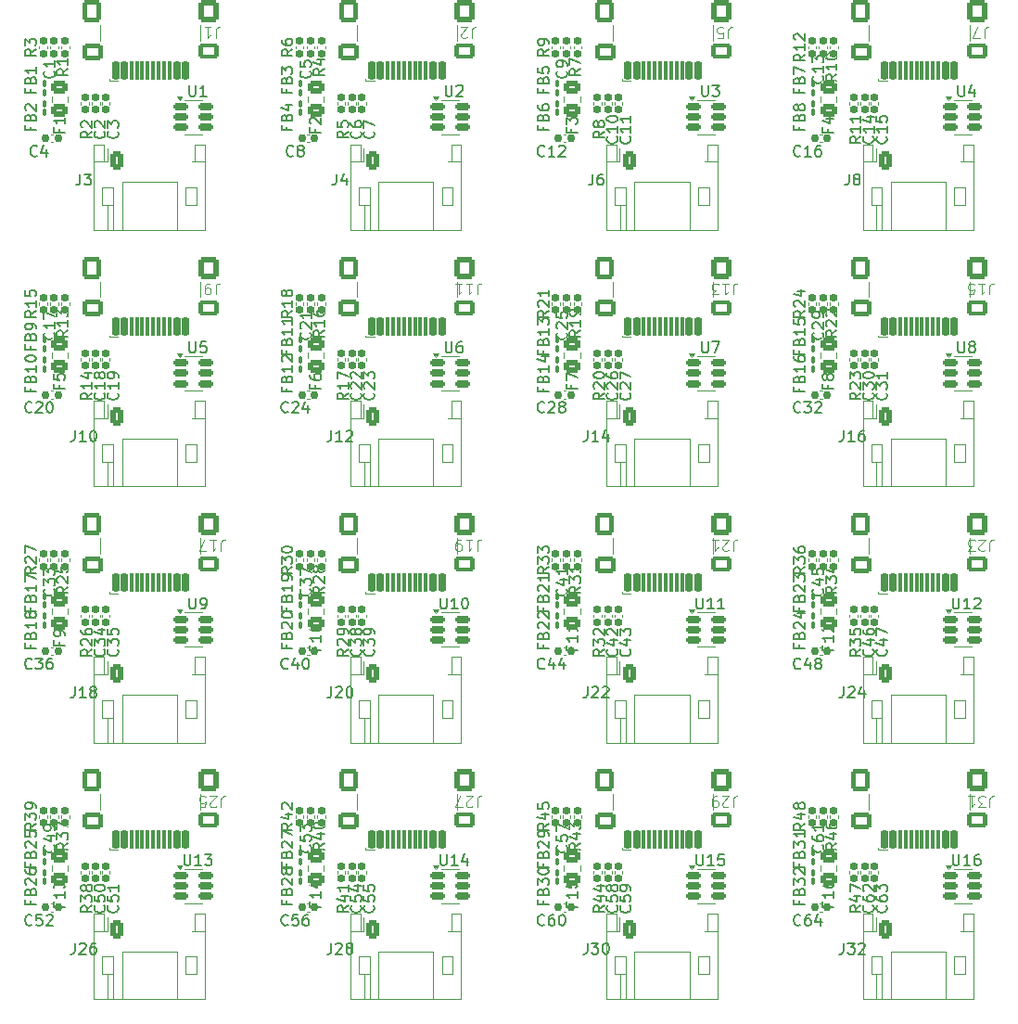
<source format=gto>
G04 #@! TF.GenerationSoftware,KiCad,Pcbnew,8.0.6*
G04 #@! TF.CreationDate,2024-11-12T16:38:53+01:00*
G04 #@! TF.ProjectId,USB-C_Adapter - nutzen,5553422d-435f-4416-9461-70746572202d,rev?*
G04 #@! TF.SameCoordinates,Original*
G04 #@! TF.FileFunction,Legend,Top*
G04 #@! TF.FilePolarity,Positive*
%FSLAX46Y46*%
G04 Gerber Fmt 4.6, Leading zero omitted, Abs format (unit mm)*
G04 Created by KiCad (PCBNEW 8.0.6) date 2024-11-12 16:38:53*
%MOMM*%
%LPD*%
G01*
G04 APERTURE LIST*
G04 Aperture macros list*
%AMRoundRect*
0 Rectangle with rounded corners*
0 $1 Rounding radius*
0 $2 $3 $4 $5 $6 $7 $8 $9 X,Y pos of 4 corners*
0 Add a 4 corners polygon primitive as box body*
4,1,4,$2,$3,$4,$5,$6,$7,$8,$9,$2,$3,0*
0 Add four circle primitives for the rounded corners*
1,1,$1+$1,$2,$3*
1,1,$1+$1,$4,$5*
1,1,$1+$1,$6,$7*
1,1,$1+$1,$8,$9*
0 Add four rect primitives between the rounded corners*
20,1,$1+$1,$2,$3,$4,$5,0*
20,1,$1+$1,$4,$5,$6,$7,0*
20,1,$1+$1,$6,$7,$8,$9,0*
20,1,$1+$1,$8,$9,$2,$3,0*%
G04 Aperture macros list end*
%ADD10C,0.150000*%
%ADD11C,0.100000*%
%ADD12C,0.120000*%
%ADD13C,2.200000*%
%ADD14RoundRect,0.155000X0.155000X-0.212500X0.155000X0.212500X-0.155000X0.212500X-0.155000X-0.212500X0*%
%ADD15RoundRect,0.150000X0.150000X0.737500X-0.150000X0.737500X-0.150000X-0.737500X0.150000X-0.737500X0*%
%ADD16RoundRect,0.075000X0.075000X0.812500X-0.075000X0.812500X-0.075000X-0.812500X0.075000X-0.812500X0*%
%ADD17RoundRect,0.176875X0.723125X0.530625X-0.723125X0.530625X-0.723125X-0.530625X0.723125X-0.530625X0*%
%ADD18RoundRect,0.225000X0.675000X0.775000X-0.675000X0.775000X-0.675000X-0.775000X0.675000X-0.775000X0*%
%ADD19RoundRect,0.189375X0.710625X0.568125X-0.710625X0.568125X-0.710625X-0.568125X0.710625X-0.568125X0*%
%ADD20RoundRect,0.212500X0.637500X0.787500X-0.637500X0.787500X-0.637500X-0.787500X0.637500X-0.787500X0*%
%ADD21RoundRect,0.250000X-0.350000X-0.625000X0.350000X-0.625000X0.350000X0.625000X-0.350000X0.625000X0*%
%ADD22O,1.200000X1.750000*%
%ADD23RoundRect,0.100000X0.100000X-0.217500X0.100000X0.217500X-0.100000X0.217500X-0.100000X-0.217500X0*%
%ADD24RoundRect,0.250000X0.475000X-0.337500X0.475000X0.337500X-0.475000X0.337500X-0.475000X-0.337500X0*%
%ADD25RoundRect,0.150000X-0.512500X-0.150000X0.512500X-0.150000X0.512500X0.150000X-0.512500X0.150000X0*%
%ADD26RoundRect,0.155000X-0.212500X-0.155000X0.212500X-0.155000X0.212500X0.155000X-0.212500X0.155000X0*%
G04 APERTURE END LIST*
D10*
X211959580Y-173542857D02*
X212007200Y-173590476D01*
X212007200Y-173590476D02*
X212054819Y-173733333D01*
X212054819Y-173733333D02*
X212054819Y-173828571D01*
X212054819Y-173828571D02*
X212007200Y-173971428D01*
X212007200Y-173971428D02*
X211911961Y-174066666D01*
X211911961Y-174066666D02*
X211816723Y-174114285D01*
X211816723Y-174114285D02*
X211626247Y-174161904D01*
X211626247Y-174161904D02*
X211483390Y-174161904D01*
X211483390Y-174161904D02*
X211292914Y-174114285D01*
X211292914Y-174114285D02*
X211197676Y-174066666D01*
X211197676Y-174066666D02*
X211102438Y-173971428D01*
X211102438Y-173971428D02*
X211054819Y-173828571D01*
X211054819Y-173828571D02*
X211054819Y-173733333D01*
X211054819Y-173733333D02*
X211102438Y-173590476D01*
X211102438Y-173590476D02*
X211150057Y-173542857D01*
X211054819Y-172638095D02*
X211054819Y-173114285D01*
X211054819Y-173114285D02*
X211531009Y-173161904D01*
X211531009Y-173161904D02*
X211483390Y-173114285D01*
X211483390Y-173114285D02*
X211435771Y-173019047D01*
X211435771Y-173019047D02*
X211435771Y-172780952D01*
X211435771Y-172780952D02*
X211483390Y-172685714D01*
X211483390Y-172685714D02*
X211531009Y-172638095D01*
X211531009Y-172638095D02*
X211626247Y-172590476D01*
X211626247Y-172590476D02*
X211864342Y-172590476D01*
X211864342Y-172590476D02*
X211959580Y-172638095D01*
X211959580Y-172638095D02*
X212007200Y-172685714D01*
X212007200Y-172685714D02*
X212054819Y-172780952D01*
X212054819Y-172780952D02*
X212054819Y-173019047D01*
X212054819Y-173019047D02*
X212007200Y-173114285D01*
X212007200Y-173114285D02*
X211959580Y-173161904D01*
X211054819Y-172257142D02*
X211054819Y-171590476D01*
X211054819Y-171590476D02*
X212054819Y-172019047D01*
D11*
X226733333Y-99842580D02*
X226733333Y-99128295D01*
X226733333Y-99128295D02*
X226780952Y-98985438D01*
X226780952Y-98985438D02*
X226876190Y-98890200D01*
X226876190Y-98890200D02*
X227019047Y-98842580D01*
X227019047Y-98842580D02*
X227114285Y-98842580D01*
X225780952Y-99842580D02*
X226257142Y-99842580D01*
X226257142Y-99842580D02*
X226304761Y-99366390D01*
X226304761Y-99366390D02*
X226257142Y-99414009D01*
X226257142Y-99414009D02*
X226161904Y-99461628D01*
X226161904Y-99461628D02*
X225923809Y-99461628D01*
X225923809Y-99461628D02*
X225828571Y-99414009D01*
X225828571Y-99414009D02*
X225780952Y-99366390D01*
X225780952Y-99366390D02*
X225733333Y-99271152D01*
X225733333Y-99271152D02*
X225733333Y-99033057D01*
X225733333Y-99033057D02*
X225780952Y-98937819D01*
X225780952Y-98937819D02*
X225828571Y-98890200D01*
X225828571Y-98890200D02*
X225923809Y-98842580D01*
X225923809Y-98842580D02*
X226161904Y-98842580D01*
X226161904Y-98842580D02*
X226257142Y-98890200D01*
X226257142Y-98890200D02*
X226304761Y-98937819D01*
D10*
X193159580Y-108366666D02*
X193207200Y-108414285D01*
X193207200Y-108414285D02*
X193254819Y-108557142D01*
X193254819Y-108557142D02*
X193254819Y-108652380D01*
X193254819Y-108652380D02*
X193207200Y-108795237D01*
X193207200Y-108795237D02*
X193111961Y-108890475D01*
X193111961Y-108890475D02*
X193016723Y-108938094D01*
X193016723Y-108938094D02*
X192826247Y-108985713D01*
X192826247Y-108985713D02*
X192683390Y-108985713D01*
X192683390Y-108985713D02*
X192492914Y-108938094D01*
X192492914Y-108938094D02*
X192397676Y-108890475D01*
X192397676Y-108890475D02*
X192302438Y-108795237D01*
X192302438Y-108795237D02*
X192254819Y-108652380D01*
X192254819Y-108652380D02*
X192254819Y-108557142D01*
X192254819Y-108557142D02*
X192302438Y-108414285D01*
X192302438Y-108414285D02*
X192350057Y-108366666D01*
X192254819Y-107509523D02*
X192254819Y-107699999D01*
X192254819Y-107699999D02*
X192302438Y-107795237D01*
X192302438Y-107795237D02*
X192350057Y-107842856D01*
X192350057Y-107842856D02*
X192492914Y-107938094D01*
X192492914Y-107938094D02*
X192683390Y-107985713D01*
X192683390Y-107985713D02*
X193064342Y-107985713D01*
X193064342Y-107985713D02*
X193159580Y-107938094D01*
X193159580Y-107938094D02*
X193207200Y-107890475D01*
X193207200Y-107890475D02*
X193254819Y-107795237D01*
X193254819Y-107795237D02*
X193254819Y-107604761D01*
X193254819Y-107604761D02*
X193207200Y-107509523D01*
X193207200Y-107509523D02*
X193159580Y-107461904D01*
X193159580Y-107461904D02*
X193064342Y-107414285D01*
X193064342Y-107414285D02*
X192826247Y-107414285D01*
X192826247Y-107414285D02*
X192731009Y-107461904D01*
X192731009Y-107461904D02*
X192683390Y-107509523D01*
X192683390Y-107509523D02*
X192635771Y-107604761D01*
X192635771Y-107604761D02*
X192635771Y-107795237D01*
X192635771Y-107795237D02*
X192683390Y-107890475D01*
X192683390Y-107890475D02*
X192731009Y-107938094D01*
X192731009Y-107938094D02*
X192826247Y-107985713D01*
D11*
X227209523Y-170042580D02*
X227209523Y-169328295D01*
X227209523Y-169328295D02*
X227257142Y-169185438D01*
X227257142Y-169185438D02*
X227352380Y-169090200D01*
X227352380Y-169090200D02*
X227495237Y-169042580D01*
X227495237Y-169042580D02*
X227590475Y-169042580D01*
X226780951Y-169947342D02*
X226733332Y-169994961D01*
X226733332Y-169994961D02*
X226638094Y-170042580D01*
X226638094Y-170042580D02*
X226399999Y-170042580D01*
X226399999Y-170042580D02*
X226304761Y-169994961D01*
X226304761Y-169994961D02*
X226257142Y-169947342D01*
X226257142Y-169947342D02*
X226209523Y-169852104D01*
X226209523Y-169852104D02*
X226209523Y-169756866D01*
X226209523Y-169756866D02*
X226257142Y-169614009D01*
X226257142Y-169614009D02*
X226828570Y-169042580D01*
X226828570Y-169042580D02*
X226209523Y-169042580D01*
X225733332Y-169042580D02*
X225542856Y-169042580D01*
X225542856Y-169042580D02*
X225447618Y-169090200D01*
X225447618Y-169090200D02*
X225399999Y-169137819D01*
X225399999Y-169137819D02*
X225304761Y-169280676D01*
X225304761Y-169280676D02*
X225257142Y-169471152D01*
X225257142Y-169471152D02*
X225257142Y-169852104D01*
X225257142Y-169852104D02*
X225304761Y-169947342D01*
X225304761Y-169947342D02*
X225352380Y-169994961D01*
X225352380Y-169994961D02*
X225447618Y-170042580D01*
X225447618Y-170042580D02*
X225638094Y-170042580D01*
X225638094Y-170042580D02*
X225733332Y-169994961D01*
X225733332Y-169994961D02*
X225780951Y-169947342D01*
X225780951Y-169947342D02*
X225828570Y-169852104D01*
X225828570Y-169852104D02*
X225828570Y-169614009D01*
X225828570Y-169614009D02*
X225780951Y-169518771D01*
X225780951Y-169518771D02*
X225733332Y-169471152D01*
X225733332Y-169471152D02*
X225638094Y-169423533D01*
X225638094Y-169423533D02*
X225447618Y-169423533D01*
X225447618Y-169423533D02*
X225352380Y-169471152D01*
X225352380Y-169471152D02*
X225304761Y-169518771D01*
X225304761Y-169518771D02*
X225257142Y-169614009D01*
D10*
X215454819Y-179042857D02*
X214978628Y-179376190D01*
X215454819Y-179614285D02*
X214454819Y-179614285D01*
X214454819Y-179614285D02*
X214454819Y-179233333D01*
X214454819Y-179233333D02*
X214502438Y-179138095D01*
X214502438Y-179138095D02*
X214550057Y-179090476D01*
X214550057Y-179090476D02*
X214645295Y-179042857D01*
X214645295Y-179042857D02*
X214788152Y-179042857D01*
X214788152Y-179042857D02*
X214883390Y-179090476D01*
X214883390Y-179090476D02*
X214931009Y-179138095D01*
X214931009Y-179138095D02*
X214978628Y-179233333D01*
X214978628Y-179233333D02*
X214978628Y-179614285D01*
X214788152Y-178185714D02*
X215454819Y-178185714D01*
X214407200Y-178423809D02*
X215121485Y-178661904D01*
X215121485Y-178661904D02*
X215121485Y-178042857D01*
X214788152Y-177233333D02*
X215454819Y-177233333D01*
X214407200Y-177471428D02*
X215121485Y-177709523D01*
X215121485Y-177709523D02*
X215121485Y-177090476D01*
X167090476Y-159054819D02*
X167090476Y-159769104D01*
X167090476Y-159769104D02*
X167042857Y-159911961D01*
X167042857Y-159911961D02*
X166947619Y-160007200D01*
X166947619Y-160007200D02*
X166804762Y-160054819D01*
X166804762Y-160054819D02*
X166709524Y-160054819D01*
X168090476Y-160054819D02*
X167519048Y-160054819D01*
X167804762Y-160054819D02*
X167804762Y-159054819D01*
X167804762Y-159054819D02*
X167709524Y-159197676D01*
X167709524Y-159197676D02*
X167614286Y-159292914D01*
X167614286Y-159292914D02*
X167519048Y-159340533D01*
X168661905Y-159483390D02*
X168566667Y-159435771D01*
X168566667Y-159435771D02*
X168519048Y-159388152D01*
X168519048Y-159388152D02*
X168471429Y-159292914D01*
X168471429Y-159292914D02*
X168471429Y-159245295D01*
X168471429Y-159245295D02*
X168519048Y-159150057D01*
X168519048Y-159150057D02*
X168566667Y-159102438D01*
X168566667Y-159102438D02*
X168661905Y-159054819D01*
X168661905Y-159054819D02*
X168852381Y-159054819D01*
X168852381Y-159054819D02*
X168947619Y-159102438D01*
X168947619Y-159102438D02*
X168995238Y-159150057D01*
X168995238Y-159150057D02*
X169042857Y-159245295D01*
X169042857Y-159245295D02*
X169042857Y-159292914D01*
X169042857Y-159292914D02*
X168995238Y-159388152D01*
X168995238Y-159388152D02*
X168947619Y-159435771D01*
X168947619Y-159435771D02*
X168852381Y-159483390D01*
X168852381Y-159483390D02*
X168661905Y-159483390D01*
X168661905Y-159483390D02*
X168566667Y-159531009D01*
X168566667Y-159531009D02*
X168519048Y-159578628D01*
X168519048Y-159578628D02*
X168471429Y-159673866D01*
X168471429Y-159673866D02*
X168471429Y-159864342D01*
X168471429Y-159864342D02*
X168519048Y-159959580D01*
X168519048Y-159959580D02*
X168566667Y-160007200D01*
X168566667Y-160007200D02*
X168661905Y-160054819D01*
X168661905Y-160054819D02*
X168852381Y-160054819D01*
X168852381Y-160054819D02*
X168947619Y-160007200D01*
X168947619Y-160007200D02*
X168995238Y-159959580D01*
X168995238Y-159959580D02*
X169042857Y-159864342D01*
X169042857Y-159864342D02*
X169042857Y-159673866D01*
X169042857Y-159673866D02*
X168995238Y-159578628D01*
X168995238Y-159578628D02*
X168947619Y-159531009D01*
X168947619Y-159531009D02*
X168852381Y-159483390D01*
X209831009Y-131809523D02*
X209831009Y-132142856D01*
X210354819Y-132142856D02*
X209354819Y-132142856D01*
X209354819Y-132142856D02*
X209354819Y-131666666D01*
X209831009Y-130952380D02*
X209878628Y-130809523D01*
X209878628Y-130809523D02*
X209926247Y-130761904D01*
X209926247Y-130761904D02*
X210021485Y-130714285D01*
X210021485Y-130714285D02*
X210164342Y-130714285D01*
X210164342Y-130714285D02*
X210259580Y-130761904D01*
X210259580Y-130761904D02*
X210307200Y-130809523D01*
X210307200Y-130809523D02*
X210354819Y-130904761D01*
X210354819Y-130904761D02*
X210354819Y-131285713D01*
X210354819Y-131285713D02*
X209354819Y-131285713D01*
X209354819Y-131285713D02*
X209354819Y-130952380D01*
X209354819Y-130952380D02*
X209402438Y-130857142D01*
X209402438Y-130857142D02*
X209450057Y-130809523D01*
X209450057Y-130809523D02*
X209545295Y-130761904D01*
X209545295Y-130761904D02*
X209640533Y-130761904D01*
X209640533Y-130761904D02*
X209735771Y-130809523D01*
X209735771Y-130809523D02*
X209783390Y-130857142D01*
X209783390Y-130857142D02*
X209831009Y-130952380D01*
X209831009Y-130952380D02*
X209831009Y-131285713D01*
X210354819Y-129761904D02*
X210354819Y-130333332D01*
X210354819Y-130047618D02*
X209354819Y-130047618D01*
X209354819Y-130047618D02*
X209497676Y-130142856D01*
X209497676Y-130142856D02*
X209592914Y-130238094D01*
X209592914Y-130238094D02*
X209640533Y-130333332D01*
X209688152Y-128904761D02*
X210354819Y-128904761D01*
X209307200Y-129142856D02*
X210021485Y-129380951D01*
X210021485Y-129380951D02*
X210021485Y-128761904D01*
X241159580Y-132242857D02*
X241207200Y-132290476D01*
X241207200Y-132290476D02*
X241254819Y-132433333D01*
X241254819Y-132433333D02*
X241254819Y-132528571D01*
X241254819Y-132528571D02*
X241207200Y-132671428D01*
X241207200Y-132671428D02*
X241111961Y-132766666D01*
X241111961Y-132766666D02*
X241016723Y-132814285D01*
X241016723Y-132814285D02*
X240826247Y-132861904D01*
X240826247Y-132861904D02*
X240683390Y-132861904D01*
X240683390Y-132861904D02*
X240492914Y-132814285D01*
X240492914Y-132814285D02*
X240397676Y-132766666D01*
X240397676Y-132766666D02*
X240302438Y-132671428D01*
X240302438Y-132671428D02*
X240254819Y-132528571D01*
X240254819Y-132528571D02*
X240254819Y-132433333D01*
X240254819Y-132433333D02*
X240302438Y-132290476D01*
X240302438Y-132290476D02*
X240350057Y-132242857D01*
X240254819Y-131909523D02*
X240254819Y-131290476D01*
X240254819Y-131290476D02*
X240635771Y-131623809D01*
X240635771Y-131623809D02*
X240635771Y-131480952D01*
X240635771Y-131480952D02*
X240683390Y-131385714D01*
X240683390Y-131385714D02*
X240731009Y-131338095D01*
X240731009Y-131338095D02*
X240826247Y-131290476D01*
X240826247Y-131290476D02*
X241064342Y-131290476D01*
X241064342Y-131290476D02*
X241159580Y-131338095D01*
X241159580Y-131338095D02*
X241207200Y-131385714D01*
X241207200Y-131385714D02*
X241254819Y-131480952D01*
X241254819Y-131480952D02*
X241254819Y-131766666D01*
X241254819Y-131766666D02*
X241207200Y-131861904D01*
X241207200Y-131861904D02*
X241159580Y-131909523D01*
X241254819Y-130338095D02*
X241254819Y-130909523D01*
X241254819Y-130623809D02*
X240254819Y-130623809D01*
X240254819Y-130623809D02*
X240397676Y-130719047D01*
X240397676Y-130719047D02*
X240492914Y-130814285D01*
X240492914Y-130814285D02*
X240540533Y-130909523D01*
X212431009Y-131533333D02*
X212431009Y-131866666D01*
X212954819Y-131866666D02*
X211954819Y-131866666D01*
X211954819Y-131866666D02*
X211954819Y-131390476D01*
X211954819Y-131104761D02*
X211954819Y-130438095D01*
X211954819Y-130438095D02*
X212954819Y-130866666D01*
X212431009Y-108133333D02*
X212431009Y-108466666D01*
X212954819Y-108466666D02*
X211954819Y-108466666D01*
X211954819Y-108466666D02*
X211954819Y-107990476D01*
X211954819Y-107704761D02*
X211954819Y-107085714D01*
X211954819Y-107085714D02*
X212335771Y-107419047D01*
X212335771Y-107419047D02*
X212335771Y-107276190D01*
X212335771Y-107276190D02*
X212383390Y-107180952D01*
X212383390Y-107180952D02*
X212431009Y-107133333D01*
X212431009Y-107133333D02*
X212526247Y-107085714D01*
X212526247Y-107085714D02*
X212764342Y-107085714D01*
X212764342Y-107085714D02*
X212859580Y-107133333D01*
X212859580Y-107133333D02*
X212907200Y-107180952D01*
X212907200Y-107180952D02*
X212954819Y-107276190D01*
X212954819Y-107276190D02*
X212954819Y-107561904D01*
X212954819Y-107561904D02*
X212907200Y-107657142D01*
X212907200Y-107657142D02*
X212859580Y-107704761D01*
X235831009Y-108133333D02*
X235831009Y-108466666D01*
X236354819Y-108466666D02*
X235354819Y-108466666D01*
X235354819Y-108466666D02*
X235354819Y-107990476D01*
X235688152Y-107180952D02*
X236354819Y-107180952D01*
X235307200Y-107419047D02*
X236021485Y-107657142D01*
X236021485Y-107657142D02*
X236021485Y-107038095D01*
D11*
X250133333Y-99842580D02*
X250133333Y-99128295D01*
X250133333Y-99128295D02*
X250180952Y-98985438D01*
X250180952Y-98985438D02*
X250276190Y-98890200D01*
X250276190Y-98890200D02*
X250419047Y-98842580D01*
X250419047Y-98842580D02*
X250514285Y-98842580D01*
X249752380Y-99842580D02*
X249085714Y-99842580D01*
X249085714Y-99842580D02*
X249514285Y-98842580D01*
D10*
X211959580Y-150142857D02*
X212007200Y-150190476D01*
X212007200Y-150190476D02*
X212054819Y-150333333D01*
X212054819Y-150333333D02*
X212054819Y-150428571D01*
X212054819Y-150428571D02*
X212007200Y-150571428D01*
X212007200Y-150571428D02*
X211911961Y-150666666D01*
X211911961Y-150666666D02*
X211816723Y-150714285D01*
X211816723Y-150714285D02*
X211626247Y-150761904D01*
X211626247Y-150761904D02*
X211483390Y-150761904D01*
X211483390Y-150761904D02*
X211292914Y-150714285D01*
X211292914Y-150714285D02*
X211197676Y-150666666D01*
X211197676Y-150666666D02*
X211102438Y-150571428D01*
X211102438Y-150571428D02*
X211054819Y-150428571D01*
X211054819Y-150428571D02*
X211054819Y-150333333D01*
X211054819Y-150333333D02*
X211102438Y-150190476D01*
X211102438Y-150190476D02*
X211150057Y-150142857D01*
X211388152Y-149285714D02*
X212054819Y-149285714D01*
X211007200Y-149523809D02*
X211721485Y-149761904D01*
X211721485Y-149761904D02*
X211721485Y-149142857D01*
X212054819Y-148238095D02*
X212054819Y-148809523D01*
X212054819Y-148523809D02*
X211054819Y-148523809D01*
X211054819Y-148523809D02*
X211197676Y-148619047D01*
X211197676Y-148619047D02*
X211292914Y-148714285D01*
X211292914Y-148714285D02*
X211340533Y-148809523D01*
X186431009Y-178609523D02*
X186431009Y-178942856D01*
X186954819Y-178942856D02*
X185954819Y-178942856D01*
X185954819Y-178942856D02*
X185954819Y-178466666D01*
X186431009Y-177752380D02*
X186478628Y-177609523D01*
X186478628Y-177609523D02*
X186526247Y-177561904D01*
X186526247Y-177561904D02*
X186621485Y-177514285D01*
X186621485Y-177514285D02*
X186764342Y-177514285D01*
X186764342Y-177514285D02*
X186859580Y-177561904D01*
X186859580Y-177561904D02*
X186907200Y-177609523D01*
X186907200Y-177609523D02*
X186954819Y-177704761D01*
X186954819Y-177704761D02*
X186954819Y-178085713D01*
X186954819Y-178085713D02*
X185954819Y-178085713D01*
X185954819Y-178085713D02*
X185954819Y-177752380D01*
X185954819Y-177752380D02*
X186002438Y-177657142D01*
X186002438Y-177657142D02*
X186050057Y-177609523D01*
X186050057Y-177609523D02*
X186145295Y-177561904D01*
X186145295Y-177561904D02*
X186240533Y-177561904D01*
X186240533Y-177561904D02*
X186335771Y-177609523D01*
X186335771Y-177609523D02*
X186383390Y-177657142D01*
X186383390Y-177657142D02*
X186431009Y-177752380D01*
X186431009Y-177752380D02*
X186431009Y-178085713D01*
X186050057Y-177133332D02*
X186002438Y-177085713D01*
X186002438Y-177085713D02*
X185954819Y-176990475D01*
X185954819Y-176990475D02*
X185954819Y-176752380D01*
X185954819Y-176752380D02*
X186002438Y-176657142D01*
X186002438Y-176657142D02*
X186050057Y-176609523D01*
X186050057Y-176609523D02*
X186145295Y-176561904D01*
X186145295Y-176561904D02*
X186240533Y-176561904D01*
X186240533Y-176561904D02*
X186383390Y-176609523D01*
X186383390Y-176609523D02*
X186954819Y-177180951D01*
X186954819Y-177180951D02*
X186954819Y-176561904D01*
X186383390Y-175990475D02*
X186335771Y-176085713D01*
X186335771Y-176085713D02*
X186288152Y-176133332D01*
X186288152Y-176133332D02*
X186192914Y-176180951D01*
X186192914Y-176180951D02*
X186145295Y-176180951D01*
X186145295Y-176180951D02*
X186050057Y-176133332D01*
X186050057Y-176133332D02*
X186002438Y-176085713D01*
X186002438Y-176085713D02*
X185954819Y-175990475D01*
X185954819Y-175990475D02*
X185954819Y-175799999D01*
X185954819Y-175799999D02*
X186002438Y-175704761D01*
X186002438Y-175704761D02*
X186050057Y-175657142D01*
X186050057Y-175657142D02*
X186145295Y-175609523D01*
X186145295Y-175609523D02*
X186192914Y-175609523D01*
X186192914Y-175609523D02*
X186288152Y-175657142D01*
X186288152Y-175657142D02*
X186335771Y-175704761D01*
X186335771Y-175704761D02*
X186383390Y-175799999D01*
X186383390Y-175799999D02*
X186383390Y-175990475D01*
X186383390Y-175990475D02*
X186431009Y-176085713D01*
X186431009Y-176085713D02*
X186478628Y-176133332D01*
X186478628Y-176133332D02*
X186573866Y-176180951D01*
X186573866Y-176180951D02*
X186764342Y-176180951D01*
X186764342Y-176180951D02*
X186859580Y-176133332D01*
X186859580Y-176133332D02*
X186907200Y-176085713D01*
X186907200Y-176085713D02*
X186954819Y-175990475D01*
X186954819Y-175990475D02*
X186954819Y-175799999D01*
X186954819Y-175799999D02*
X186907200Y-175704761D01*
X186907200Y-175704761D02*
X186859580Y-175657142D01*
X186859580Y-175657142D02*
X186764342Y-175609523D01*
X186764342Y-175609523D02*
X186573866Y-175609523D01*
X186573866Y-175609523D02*
X186478628Y-175657142D01*
X186478628Y-175657142D02*
X186431009Y-175704761D01*
X186431009Y-175704761D02*
X186383390Y-175799999D01*
X186431009Y-155209523D02*
X186431009Y-155542856D01*
X186954819Y-155542856D02*
X185954819Y-155542856D01*
X185954819Y-155542856D02*
X185954819Y-155066666D01*
X186431009Y-154352380D02*
X186478628Y-154209523D01*
X186478628Y-154209523D02*
X186526247Y-154161904D01*
X186526247Y-154161904D02*
X186621485Y-154114285D01*
X186621485Y-154114285D02*
X186764342Y-154114285D01*
X186764342Y-154114285D02*
X186859580Y-154161904D01*
X186859580Y-154161904D02*
X186907200Y-154209523D01*
X186907200Y-154209523D02*
X186954819Y-154304761D01*
X186954819Y-154304761D02*
X186954819Y-154685713D01*
X186954819Y-154685713D02*
X185954819Y-154685713D01*
X185954819Y-154685713D02*
X185954819Y-154352380D01*
X185954819Y-154352380D02*
X186002438Y-154257142D01*
X186002438Y-154257142D02*
X186050057Y-154209523D01*
X186050057Y-154209523D02*
X186145295Y-154161904D01*
X186145295Y-154161904D02*
X186240533Y-154161904D01*
X186240533Y-154161904D02*
X186335771Y-154209523D01*
X186335771Y-154209523D02*
X186383390Y-154257142D01*
X186383390Y-154257142D02*
X186431009Y-154352380D01*
X186431009Y-154352380D02*
X186431009Y-154685713D01*
X186050057Y-153733332D02*
X186002438Y-153685713D01*
X186002438Y-153685713D02*
X185954819Y-153590475D01*
X185954819Y-153590475D02*
X185954819Y-153352380D01*
X185954819Y-153352380D02*
X186002438Y-153257142D01*
X186002438Y-153257142D02*
X186050057Y-153209523D01*
X186050057Y-153209523D02*
X186145295Y-153161904D01*
X186145295Y-153161904D02*
X186240533Y-153161904D01*
X186240533Y-153161904D02*
X186383390Y-153209523D01*
X186383390Y-153209523D02*
X186954819Y-153780951D01*
X186954819Y-153780951D02*
X186954819Y-153161904D01*
X185954819Y-152542856D02*
X185954819Y-152447618D01*
X185954819Y-152447618D02*
X186002438Y-152352380D01*
X186002438Y-152352380D02*
X186050057Y-152304761D01*
X186050057Y-152304761D02*
X186145295Y-152257142D01*
X186145295Y-152257142D02*
X186335771Y-152209523D01*
X186335771Y-152209523D02*
X186573866Y-152209523D01*
X186573866Y-152209523D02*
X186764342Y-152257142D01*
X186764342Y-152257142D02*
X186859580Y-152304761D01*
X186859580Y-152304761D02*
X186907200Y-152352380D01*
X186907200Y-152352380D02*
X186954819Y-152447618D01*
X186954819Y-152447618D02*
X186954819Y-152542856D01*
X186954819Y-152542856D02*
X186907200Y-152638094D01*
X186907200Y-152638094D02*
X186859580Y-152685713D01*
X186859580Y-152685713D02*
X186764342Y-152733332D01*
X186764342Y-152733332D02*
X186573866Y-152780951D01*
X186573866Y-152780951D02*
X186335771Y-152780951D01*
X186335771Y-152780951D02*
X186145295Y-152733332D01*
X186145295Y-152733332D02*
X186050057Y-152685713D01*
X186050057Y-152685713D02*
X186002438Y-152638094D01*
X186002438Y-152638094D02*
X185954819Y-152542856D01*
X237290476Y-159054819D02*
X237290476Y-159769104D01*
X237290476Y-159769104D02*
X237242857Y-159911961D01*
X237242857Y-159911961D02*
X237147619Y-160007200D01*
X237147619Y-160007200D02*
X237004762Y-160054819D01*
X237004762Y-160054819D02*
X236909524Y-160054819D01*
X237719048Y-159150057D02*
X237766667Y-159102438D01*
X237766667Y-159102438D02*
X237861905Y-159054819D01*
X237861905Y-159054819D02*
X238100000Y-159054819D01*
X238100000Y-159054819D02*
X238195238Y-159102438D01*
X238195238Y-159102438D02*
X238242857Y-159150057D01*
X238242857Y-159150057D02*
X238290476Y-159245295D01*
X238290476Y-159245295D02*
X238290476Y-159340533D01*
X238290476Y-159340533D02*
X238242857Y-159483390D01*
X238242857Y-159483390D02*
X237671429Y-160054819D01*
X237671429Y-160054819D02*
X238290476Y-160054819D01*
X239147619Y-159388152D02*
X239147619Y-160054819D01*
X238909524Y-159007200D02*
X238671429Y-159721485D01*
X238671429Y-159721485D02*
X239290476Y-159721485D01*
X210354819Y-100866666D02*
X209878628Y-101199999D01*
X210354819Y-101438094D02*
X209354819Y-101438094D01*
X209354819Y-101438094D02*
X209354819Y-101057142D01*
X209354819Y-101057142D02*
X209402438Y-100961904D01*
X209402438Y-100961904D02*
X209450057Y-100914285D01*
X209450057Y-100914285D02*
X209545295Y-100866666D01*
X209545295Y-100866666D02*
X209688152Y-100866666D01*
X209688152Y-100866666D02*
X209783390Y-100914285D01*
X209783390Y-100914285D02*
X209831009Y-100961904D01*
X209831009Y-100961904D02*
X209878628Y-101057142D01*
X209878628Y-101057142D02*
X209878628Y-101438094D01*
X210354819Y-100390475D02*
X210354819Y-100199999D01*
X210354819Y-100199999D02*
X210307200Y-100104761D01*
X210307200Y-100104761D02*
X210259580Y-100057142D01*
X210259580Y-100057142D02*
X210116723Y-99961904D01*
X210116723Y-99961904D02*
X209926247Y-99914285D01*
X209926247Y-99914285D02*
X209545295Y-99914285D01*
X209545295Y-99914285D02*
X209450057Y-99961904D01*
X209450057Y-99961904D02*
X209402438Y-100009523D01*
X209402438Y-100009523D02*
X209354819Y-100104761D01*
X209354819Y-100104761D02*
X209354819Y-100295237D01*
X209354819Y-100295237D02*
X209402438Y-100390475D01*
X209402438Y-100390475D02*
X209450057Y-100438094D01*
X209450057Y-100438094D02*
X209545295Y-100485713D01*
X209545295Y-100485713D02*
X209783390Y-100485713D01*
X209783390Y-100485713D02*
X209878628Y-100438094D01*
X209878628Y-100438094D02*
X209926247Y-100390475D01*
X209926247Y-100390475D02*
X209973866Y-100295237D01*
X209973866Y-100295237D02*
X209973866Y-100104761D01*
X209973866Y-100104761D02*
X209926247Y-100009523D01*
X209926247Y-100009523D02*
X209878628Y-99961904D01*
X209878628Y-99961904D02*
X209783390Y-99914285D01*
D11*
X179933333Y-123242580D02*
X179933333Y-122528295D01*
X179933333Y-122528295D02*
X179980952Y-122385438D01*
X179980952Y-122385438D02*
X180076190Y-122290200D01*
X180076190Y-122290200D02*
X180219047Y-122242580D01*
X180219047Y-122242580D02*
X180314285Y-122242580D01*
X179409523Y-122242580D02*
X179219047Y-122242580D01*
X179219047Y-122242580D02*
X179123809Y-122290200D01*
X179123809Y-122290200D02*
X179076190Y-122337819D01*
X179076190Y-122337819D02*
X178980952Y-122480676D01*
X178980952Y-122480676D02*
X178933333Y-122671152D01*
X178933333Y-122671152D02*
X178933333Y-123052104D01*
X178933333Y-123052104D02*
X178980952Y-123147342D01*
X178980952Y-123147342D02*
X179028571Y-123194961D01*
X179028571Y-123194961D02*
X179123809Y-123242580D01*
X179123809Y-123242580D02*
X179314285Y-123242580D01*
X179314285Y-123242580D02*
X179409523Y-123194961D01*
X179409523Y-123194961D02*
X179457142Y-123147342D01*
X179457142Y-123147342D02*
X179504761Y-123052104D01*
X179504761Y-123052104D02*
X179504761Y-122814009D01*
X179504761Y-122814009D02*
X179457142Y-122718771D01*
X179457142Y-122718771D02*
X179409523Y-122671152D01*
X179409523Y-122671152D02*
X179314285Y-122623533D01*
X179314285Y-122623533D02*
X179123809Y-122623533D01*
X179123809Y-122623533D02*
X179028571Y-122671152D01*
X179028571Y-122671152D02*
X178980952Y-122718771D01*
X178980952Y-122718771D02*
X178933333Y-122814009D01*
D10*
X188559580Y-102866666D02*
X188607200Y-102914285D01*
X188607200Y-102914285D02*
X188654819Y-103057142D01*
X188654819Y-103057142D02*
X188654819Y-103152380D01*
X188654819Y-103152380D02*
X188607200Y-103295237D01*
X188607200Y-103295237D02*
X188511961Y-103390475D01*
X188511961Y-103390475D02*
X188416723Y-103438094D01*
X188416723Y-103438094D02*
X188226247Y-103485713D01*
X188226247Y-103485713D02*
X188083390Y-103485713D01*
X188083390Y-103485713D02*
X187892914Y-103438094D01*
X187892914Y-103438094D02*
X187797676Y-103390475D01*
X187797676Y-103390475D02*
X187702438Y-103295237D01*
X187702438Y-103295237D02*
X187654819Y-103152380D01*
X187654819Y-103152380D02*
X187654819Y-103057142D01*
X187654819Y-103057142D02*
X187702438Y-102914285D01*
X187702438Y-102914285D02*
X187750057Y-102866666D01*
X187654819Y-101961904D02*
X187654819Y-102438094D01*
X187654819Y-102438094D02*
X188131009Y-102485713D01*
X188131009Y-102485713D02*
X188083390Y-102438094D01*
X188083390Y-102438094D02*
X188035771Y-102342856D01*
X188035771Y-102342856D02*
X188035771Y-102104761D01*
X188035771Y-102104761D02*
X188083390Y-102009523D01*
X188083390Y-102009523D02*
X188131009Y-101961904D01*
X188131009Y-101961904D02*
X188226247Y-101914285D01*
X188226247Y-101914285D02*
X188464342Y-101914285D01*
X188464342Y-101914285D02*
X188559580Y-101961904D01*
X188559580Y-101961904D02*
X188607200Y-102009523D01*
X188607200Y-102009523D02*
X188654819Y-102104761D01*
X188654819Y-102104761D02*
X188654819Y-102342856D01*
X188654819Y-102342856D02*
X188607200Y-102438094D01*
X188607200Y-102438094D02*
X188559580Y-102485713D01*
X233754819Y-171542857D02*
X233278628Y-171876190D01*
X233754819Y-172114285D02*
X232754819Y-172114285D01*
X232754819Y-172114285D02*
X232754819Y-171733333D01*
X232754819Y-171733333D02*
X232802438Y-171638095D01*
X232802438Y-171638095D02*
X232850057Y-171590476D01*
X232850057Y-171590476D02*
X232945295Y-171542857D01*
X232945295Y-171542857D02*
X233088152Y-171542857D01*
X233088152Y-171542857D02*
X233183390Y-171590476D01*
X233183390Y-171590476D02*
X233231009Y-171638095D01*
X233231009Y-171638095D02*
X233278628Y-171733333D01*
X233278628Y-171733333D02*
X233278628Y-172114285D01*
X233088152Y-170685714D02*
X233754819Y-170685714D01*
X232707200Y-170923809D02*
X233421485Y-171161904D01*
X233421485Y-171161904D02*
X233421485Y-170542857D01*
X233183390Y-170019047D02*
X233135771Y-170114285D01*
X233135771Y-170114285D02*
X233088152Y-170161904D01*
X233088152Y-170161904D02*
X232992914Y-170209523D01*
X232992914Y-170209523D02*
X232945295Y-170209523D01*
X232945295Y-170209523D02*
X232850057Y-170161904D01*
X232850057Y-170161904D02*
X232802438Y-170114285D01*
X232802438Y-170114285D02*
X232754819Y-170019047D01*
X232754819Y-170019047D02*
X232754819Y-169828571D01*
X232754819Y-169828571D02*
X232802438Y-169733333D01*
X232802438Y-169733333D02*
X232850057Y-169685714D01*
X232850057Y-169685714D02*
X232945295Y-169638095D01*
X232945295Y-169638095D02*
X232992914Y-169638095D01*
X232992914Y-169638095D02*
X233088152Y-169685714D01*
X233088152Y-169685714D02*
X233135771Y-169733333D01*
X233135771Y-169733333D02*
X233183390Y-169828571D01*
X233183390Y-169828571D02*
X233183390Y-170019047D01*
X233183390Y-170019047D02*
X233231009Y-170114285D01*
X233231009Y-170114285D02*
X233278628Y-170161904D01*
X233278628Y-170161904D02*
X233373866Y-170209523D01*
X233373866Y-170209523D02*
X233564342Y-170209523D01*
X233564342Y-170209523D02*
X233659580Y-170161904D01*
X233659580Y-170161904D02*
X233707200Y-170114285D01*
X233707200Y-170114285D02*
X233754819Y-170019047D01*
X233754819Y-170019047D02*
X233754819Y-169828571D01*
X233754819Y-169828571D02*
X233707200Y-169733333D01*
X233707200Y-169733333D02*
X233659580Y-169685714D01*
X233659580Y-169685714D02*
X233564342Y-169638095D01*
X233564342Y-169638095D02*
X233373866Y-169638095D01*
X233373866Y-169638095D02*
X233278628Y-169685714D01*
X233278628Y-169685714D02*
X233231009Y-169733333D01*
X233231009Y-169733333D02*
X233183390Y-169828571D01*
X209831009Y-175211487D02*
X209831009Y-175544820D01*
X210354819Y-175544820D02*
X209354819Y-175544820D01*
X209354819Y-175544820D02*
X209354819Y-175068630D01*
X209831009Y-174354344D02*
X209878628Y-174211487D01*
X209878628Y-174211487D02*
X209926247Y-174163868D01*
X209926247Y-174163868D02*
X210021485Y-174116249D01*
X210021485Y-174116249D02*
X210164342Y-174116249D01*
X210164342Y-174116249D02*
X210259580Y-174163868D01*
X210259580Y-174163868D02*
X210307200Y-174211487D01*
X210307200Y-174211487D02*
X210354819Y-174306725D01*
X210354819Y-174306725D02*
X210354819Y-174687677D01*
X210354819Y-174687677D02*
X209354819Y-174687677D01*
X209354819Y-174687677D02*
X209354819Y-174354344D01*
X209354819Y-174354344D02*
X209402438Y-174259106D01*
X209402438Y-174259106D02*
X209450057Y-174211487D01*
X209450057Y-174211487D02*
X209545295Y-174163868D01*
X209545295Y-174163868D02*
X209640533Y-174163868D01*
X209640533Y-174163868D02*
X209735771Y-174211487D01*
X209735771Y-174211487D02*
X209783390Y-174259106D01*
X209783390Y-174259106D02*
X209831009Y-174354344D01*
X209831009Y-174354344D02*
X209831009Y-174687677D01*
X209450057Y-173735296D02*
X209402438Y-173687677D01*
X209402438Y-173687677D02*
X209354819Y-173592439D01*
X209354819Y-173592439D02*
X209354819Y-173354344D01*
X209354819Y-173354344D02*
X209402438Y-173259106D01*
X209402438Y-173259106D02*
X209450057Y-173211487D01*
X209450057Y-173211487D02*
X209545295Y-173163868D01*
X209545295Y-173163868D02*
X209640533Y-173163868D01*
X209640533Y-173163868D02*
X209783390Y-173211487D01*
X209783390Y-173211487D02*
X210354819Y-173782915D01*
X210354819Y-173782915D02*
X210354819Y-173163868D01*
X210354819Y-172687677D02*
X210354819Y-172497201D01*
X210354819Y-172497201D02*
X210307200Y-172401963D01*
X210307200Y-172401963D02*
X210259580Y-172354344D01*
X210259580Y-172354344D02*
X210116723Y-172259106D01*
X210116723Y-172259106D02*
X209926247Y-172211487D01*
X209926247Y-172211487D02*
X209545295Y-172211487D01*
X209545295Y-172211487D02*
X209450057Y-172259106D01*
X209450057Y-172259106D02*
X209402438Y-172306725D01*
X209402438Y-172306725D02*
X209354819Y-172401963D01*
X209354819Y-172401963D02*
X209354819Y-172592439D01*
X209354819Y-172592439D02*
X209402438Y-172687677D01*
X209402438Y-172687677D02*
X209450057Y-172735296D01*
X209450057Y-172735296D02*
X209545295Y-172782915D01*
X209545295Y-172782915D02*
X209783390Y-172782915D01*
X209783390Y-172782915D02*
X209878628Y-172735296D01*
X209878628Y-172735296D02*
X209926247Y-172687677D01*
X209926247Y-172687677D02*
X209973866Y-172592439D01*
X209973866Y-172592439D02*
X209973866Y-172401963D01*
X209973866Y-172401963D02*
X209926247Y-172306725D01*
X209926247Y-172306725D02*
X209878628Y-172259106D01*
X209878628Y-172259106D02*
X209783390Y-172211487D01*
X216559580Y-155642857D02*
X216607200Y-155690476D01*
X216607200Y-155690476D02*
X216654819Y-155833333D01*
X216654819Y-155833333D02*
X216654819Y-155928571D01*
X216654819Y-155928571D02*
X216607200Y-156071428D01*
X216607200Y-156071428D02*
X216511961Y-156166666D01*
X216511961Y-156166666D02*
X216416723Y-156214285D01*
X216416723Y-156214285D02*
X216226247Y-156261904D01*
X216226247Y-156261904D02*
X216083390Y-156261904D01*
X216083390Y-156261904D02*
X215892914Y-156214285D01*
X215892914Y-156214285D02*
X215797676Y-156166666D01*
X215797676Y-156166666D02*
X215702438Y-156071428D01*
X215702438Y-156071428D02*
X215654819Y-155928571D01*
X215654819Y-155928571D02*
X215654819Y-155833333D01*
X215654819Y-155833333D02*
X215702438Y-155690476D01*
X215702438Y-155690476D02*
X215750057Y-155642857D01*
X215988152Y-154785714D02*
X216654819Y-154785714D01*
X215607200Y-155023809D02*
X216321485Y-155261904D01*
X216321485Y-155261904D02*
X216321485Y-154642857D01*
X215750057Y-154309523D02*
X215702438Y-154261904D01*
X215702438Y-154261904D02*
X215654819Y-154166666D01*
X215654819Y-154166666D02*
X215654819Y-153928571D01*
X215654819Y-153928571D02*
X215702438Y-153833333D01*
X215702438Y-153833333D02*
X215750057Y-153785714D01*
X215750057Y-153785714D02*
X215845295Y-153738095D01*
X215845295Y-153738095D02*
X215940533Y-153738095D01*
X215940533Y-153738095D02*
X216083390Y-153785714D01*
X216083390Y-153785714D02*
X216654819Y-154357142D01*
X216654819Y-154357142D02*
X216654819Y-153738095D01*
X223861905Y-150954819D02*
X223861905Y-151764342D01*
X223861905Y-151764342D02*
X223909524Y-151859580D01*
X223909524Y-151859580D02*
X223957143Y-151907200D01*
X223957143Y-151907200D02*
X224052381Y-151954819D01*
X224052381Y-151954819D02*
X224242857Y-151954819D01*
X224242857Y-151954819D02*
X224338095Y-151907200D01*
X224338095Y-151907200D02*
X224385714Y-151859580D01*
X224385714Y-151859580D02*
X224433333Y-151764342D01*
X224433333Y-151764342D02*
X224433333Y-150954819D01*
X225433333Y-151954819D02*
X224861905Y-151954819D01*
X225147619Y-151954819D02*
X225147619Y-150954819D01*
X225147619Y-150954819D02*
X225052381Y-151097676D01*
X225052381Y-151097676D02*
X224957143Y-151192914D01*
X224957143Y-151192914D02*
X224861905Y-151240533D01*
X226385714Y-151954819D02*
X225814286Y-151954819D01*
X226100000Y-151954819D02*
X226100000Y-150954819D01*
X226100000Y-150954819D02*
X226004762Y-151097676D01*
X226004762Y-151097676D02*
X225909524Y-151192914D01*
X225909524Y-151192914D02*
X225814286Y-151240533D01*
X235831009Y-131533333D02*
X235831009Y-131866666D01*
X236354819Y-131866666D02*
X235354819Y-131866666D01*
X235354819Y-131866666D02*
X235354819Y-131390476D01*
X235783390Y-130866666D02*
X235735771Y-130961904D01*
X235735771Y-130961904D02*
X235688152Y-131009523D01*
X235688152Y-131009523D02*
X235592914Y-131057142D01*
X235592914Y-131057142D02*
X235545295Y-131057142D01*
X235545295Y-131057142D02*
X235450057Y-131009523D01*
X235450057Y-131009523D02*
X235402438Y-130961904D01*
X235402438Y-130961904D02*
X235354819Y-130866666D01*
X235354819Y-130866666D02*
X235354819Y-130676190D01*
X235354819Y-130676190D02*
X235402438Y-130580952D01*
X235402438Y-130580952D02*
X235450057Y-130533333D01*
X235450057Y-130533333D02*
X235545295Y-130485714D01*
X235545295Y-130485714D02*
X235592914Y-130485714D01*
X235592914Y-130485714D02*
X235688152Y-130533333D01*
X235688152Y-130533333D02*
X235735771Y-130580952D01*
X235735771Y-130580952D02*
X235783390Y-130676190D01*
X235783390Y-130676190D02*
X235783390Y-130866666D01*
X235783390Y-130866666D02*
X235831009Y-130961904D01*
X235831009Y-130961904D02*
X235878628Y-131009523D01*
X235878628Y-131009523D02*
X235973866Y-131057142D01*
X235973866Y-131057142D02*
X236164342Y-131057142D01*
X236164342Y-131057142D02*
X236259580Y-131009523D01*
X236259580Y-131009523D02*
X236307200Y-130961904D01*
X236307200Y-130961904D02*
X236354819Y-130866666D01*
X236354819Y-130866666D02*
X236354819Y-130676190D01*
X236354819Y-130676190D02*
X236307200Y-130580952D01*
X236307200Y-130580952D02*
X236259580Y-130533333D01*
X236259580Y-130533333D02*
X236164342Y-130485714D01*
X236164342Y-130485714D02*
X235973866Y-130485714D01*
X235973866Y-130485714D02*
X235878628Y-130533333D01*
X235878628Y-130533333D02*
X235831009Y-130580952D01*
X235831009Y-130580952D02*
X235783390Y-130676190D01*
X194359580Y-132242857D02*
X194407200Y-132290476D01*
X194407200Y-132290476D02*
X194454819Y-132433333D01*
X194454819Y-132433333D02*
X194454819Y-132528571D01*
X194454819Y-132528571D02*
X194407200Y-132671428D01*
X194407200Y-132671428D02*
X194311961Y-132766666D01*
X194311961Y-132766666D02*
X194216723Y-132814285D01*
X194216723Y-132814285D02*
X194026247Y-132861904D01*
X194026247Y-132861904D02*
X193883390Y-132861904D01*
X193883390Y-132861904D02*
X193692914Y-132814285D01*
X193692914Y-132814285D02*
X193597676Y-132766666D01*
X193597676Y-132766666D02*
X193502438Y-132671428D01*
X193502438Y-132671428D02*
X193454819Y-132528571D01*
X193454819Y-132528571D02*
X193454819Y-132433333D01*
X193454819Y-132433333D02*
X193502438Y-132290476D01*
X193502438Y-132290476D02*
X193550057Y-132242857D01*
X193550057Y-131861904D02*
X193502438Y-131814285D01*
X193502438Y-131814285D02*
X193454819Y-131719047D01*
X193454819Y-131719047D02*
X193454819Y-131480952D01*
X193454819Y-131480952D02*
X193502438Y-131385714D01*
X193502438Y-131385714D02*
X193550057Y-131338095D01*
X193550057Y-131338095D02*
X193645295Y-131290476D01*
X193645295Y-131290476D02*
X193740533Y-131290476D01*
X193740533Y-131290476D02*
X193883390Y-131338095D01*
X193883390Y-131338095D02*
X194454819Y-131909523D01*
X194454819Y-131909523D02*
X194454819Y-131290476D01*
X193454819Y-130957142D02*
X193454819Y-130338095D01*
X193454819Y-130338095D02*
X193835771Y-130671428D01*
X193835771Y-130671428D02*
X193835771Y-130528571D01*
X193835771Y-130528571D02*
X193883390Y-130433333D01*
X193883390Y-130433333D02*
X193931009Y-130385714D01*
X193931009Y-130385714D02*
X194026247Y-130338095D01*
X194026247Y-130338095D02*
X194264342Y-130338095D01*
X194264342Y-130338095D02*
X194359580Y-130385714D01*
X194359580Y-130385714D02*
X194407200Y-130433333D01*
X194407200Y-130433333D02*
X194454819Y-130528571D01*
X194454819Y-130528571D02*
X194454819Y-130814285D01*
X194454819Y-130814285D02*
X194407200Y-130909523D01*
X194407200Y-130909523D02*
X194359580Y-130957142D01*
X209831009Y-151811487D02*
X209831009Y-152144820D01*
X210354819Y-152144820D02*
X209354819Y-152144820D01*
X209354819Y-152144820D02*
X209354819Y-151668630D01*
X209831009Y-150954344D02*
X209878628Y-150811487D01*
X209878628Y-150811487D02*
X209926247Y-150763868D01*
X209926247Y-150763868D02*
X210021485Y-150716249D01*
X210021485Y-150716249D02*
X210164342Y-150716249D01*
X210164342Y-150716249D02*
X210259580Y-150763868D01*
X210259580Y-150763868D02*
X210307200Y-150811487D01*
X210307200Y-150811487D02*
X210354819Y-150906725D01*
X210354819Y-150906725D02*
X210354819Y-151287677D01*
X210354819Y-151287677D02*
X209354819Y-151287677D01*
X209354819Y-151287677D02*
X209354819Y-150954344D01*
X209354819Y-150954344D02*
X209402438Y-150859106D01*
X209402438Y-150859106D02*
X209450057Y-150811487D01*
X209450057Y-150811487D02*
X209545295Y-150763868D01*
X209545295Y-150763868D02*
X209640533Y-150763868D01*
X209640533Y-150763868D02*
X209735771Y-150811487D01*
X209735771Y-150811487D02*
X209783390Y-150859106D01*
X209783390Y-150859106D02*
X209831009Y-150954344D01*
X209831009Y-150954344D02*
X209831009Y-151287677D01*
X209450057Y-150335296D02*
X209402438Y-150287677D01*
X209402438Y-150287677D02*
X209354819Y-150192439D01*
X209354819Y-150192439D02*
X209354819Y-149954344D01*
X209354819Y-149954344D02*
X209402438Y-149859106D01*
X209402438Y-149859106D02*
X209450057Y-149811487D01*
X209450057Y-149811487D02*
X209545295Y-149763868D01*
X209545295Y-149763868D02*
X209640533Y-149763868D01*
X209640533Y-149763868D02*
X209783390Y-149811487D01*
X209783390Y-149811487D02*
X210354819Y-150382915D01*
X210354819Y-150382915D02*
X210354819Y-149763868D01*
X210354819Y-148811487D02*
X210354819Y-149382915D01*
X210354819Y-149097201D02*
X209354819Y-149097201D01*
X209354819Y-149097201D02*
X209497676Y-149192439D01*
X209497676Y-149192439D02*
X209592914Y-149287677D01*
X209592914Y-149287677D02*
X209640533Y-149382915D01*
X165631009Y-154933333D02*
X165631009Y-155266666D01*
X166154819Y-155266666D02*
X165154819Y-155266666D01*
X165154819Y-155266666D02*
X165154819Y-154790476D01*
X166154819Y-154361904D02*
X166154819Y-154171428D01*
X166154819Y-154171428D02*
X166107200Y-154076190D01*
X166107200Y-154076190D02*
X166059580Y-154028571D01*
X166059580Y-154028571D02*
X165916723Y-153933333D01*
X165916723Y-153933333D02*
X165726247Y-153885714D01*
X165726247Y-153885714D02*
X165345295Y-153885714D01*
X165345295Y-153885714D02*
X165250057Y-153933333D01*
X165250057Y-153933333D02*
X165202438Y-153980952D01*
X165202438Y-153980952D02*
X165154819Y-154076190D01*
X165154819Y-154076190D02*
X165154819Y-154266666D01*
X165154819Y-154266666D02*
X165202438Y-154361904D01*
X165202438Y-154361904D02*
X165250057Y-154409523D01*
X165250057Y-154409523D02*
X165345295Y-154457142D01*
X165345295Y-154457142D02*
X165583390Y-154457142D01*
X165583390Y-154457142D02*
X165678628Y-154409523D01*
X165678628Y-154409523D02*
X165726247Y-154361904D01*
X165726247Y-154361904D02*
X165773866Y-154266666D01*
X165773866Y-154266666D02*
X165773866Y-154076190D01*
X165773866Y-154076190D02*
X165726247Y-153980952D01*
X165726247Y-153980952D02*
X165678628Y-153933333D01*
X165678628Y-153933333D02*
X165583390Y-153885714D01*
X224338095Y-104154819D02*
X224338095Y-104964342D01*
X224338095Y-104964342D02*
X224385714Y-105059580D01*
X224385714Y-105059580D02*
X224433333Y-105107200D01*
X224433333Y-105107200D02*
X224528571Y-105154819D01*
X224528571Y-105154819D02*
X224719047Y-105154819D01*
X224719047Y-105154819D02*
X224814285Y-105107200D01*
X224814285Y-105107200D02*
X224861904Y-105059580D01*
X224861904Y-105059580D02*
X224909523Y-104964342D01*
X224909523Y-104964342D02*
X224909523Y-104154819D01*
X225290476Y-104154819D02*
X225909523Y-104154819D01*
X225909523Y-104154819D02*
X225576190Y-104535771D01*
X225576190Y-104535771D02*
X225719047Y-104535771D01*
X225719047Y-104535771D02*
X225814285Y-104583390D01*
X225814285Y-104583390D02*
X225861904Y-104631009D01*
X225861904Y-104631009D02*
X225909523Y-104726247D01*
X225909523Y-104726247D02*
X225909523Y-104964342D01*
X225909523Y-104964342D02*
X225861904Y-105059580D01*
X225861904Y-105059580D02*
X225814285Y-105107200D01*
X225814285Y-105107200D02*
X225719047Y-105154819D01*
X225719047Y-105154819D02*
X225433333Y-105154819D01*
X225433333Y-105154819D02*
X225338095Y-105107200D01*
X225338095Y-105107200D02*
X225290476Y-105059580D01*
X213254819Y-173342857D02*
X212778628Y-173676190D01*
X213254819Y-173914285D02*
X212254819Y-173914285D01*
X212254819Y-173914285D02*
X212254819Y-173533333D01*
X212254819Y-173533333D02*
X212302438Y-173438095D01*
X212302438Y-173438095D02*
X212350057Y-173390476D01*
X212350057Y-173390476D02*
X212445295Y-173342857D01*
X212445295Y-173342857D02*
X212588152Y-173342857D01*
X212588152Y-173342857D02*
X212683390Y-173390476D01*
X212683390Y-173390476D02*
X212731009Y-173438095D01*
X212731009Y-173438095D02*
X212778628Y-173533333D01*
X212778628Y-173533333D02*
X212778628Y-173914285D01*
X212588152Y-172485714D02*
X213254819Y-172485714D01*
X212207200Y-172723809D02*
X212921485Y-172961904D01*
X212921485Y-172961904D02*
X212921485Y-172342857D01*
X212254819Y-172057142D02*
X212254819Y-171438095D01*
X212254819Y-171438095D02*
X212635771Y-171771428D01*
X212635771Y-171771428D02*
X212635771Y-171628571D01*
X212635771Y-171628571D02*
X212683390Y-171533333D01*
X212683390Y-171533333D02*
X212731009Y-171485714D01*
X212731009Y-171485714D02*
X212826247Y-171438095D01*
X212826247Y-171438095D02*
X213064342Y-171438095D01*
X213064342Y-171438095D02*
X213159580Y-171485714D01*
X213159580Y-171485714D02*
X213207200Y-171533333D01*
X213207200Y-171533333D02*
X213254819Y-171628571D01*
X213254819Y-171628571D02*
X213254819Y-171914285D01*
X213254819Y-171914285D02*
X213207200Y-172009523D01*
X213207200Y-172009523D02*
X213159580Y-172057142D01*
X209957142Y-180759580D02*
X209909523Y-180807200D01*
X209909523Y-180807200D02*
X209766666Y-180854819D01*
X209766666Y-180854819D02*
X209671428Y-180854819D01*
X209671428Y-180854819D02*
X209528571Y-180807200D01*
X209528571Y-180807200D02*
X209433333Y-180711961D01*
X209433333Y-180711961D02*
X209385714Y-180616723D01*
X209385714Y-180616723D02*
X209338095Y-180426247D01*
X209338095Y-180426247D02*
X209338095Y-180283390D01*
X209338095Y-180283390D02*
X209385714Y-180092914D01*
X209385714Y-180092914D02*
X209433333Y-179997676D01*
X209433333Y-179997676D02*
X209528571Y-179902438D01*
X209528571Y-179902438D02*
X209671428Y-179854819D01*
X209671428Y-179854819D02*
X209766666Y-179854819D01*
X209766666Y-179854819D02*
X209909523Y-179902438D01*
X209909523Y-179902438D02*
X209957142Y-179950057D01*
X210814285Y-179854819D02*
X210623809Y-179854819D01*
X210623809Y-179854819D02*
X210528571Y-179902438D01*
X210528571Y-179902438D02*
X210480952Y-179950057D01*
X210480952Y-179950057D02*
X210385714Y-180092914D01*
X210385714Y-180092914D02*
X210338095Y-180283390D01*
X210338095Y-180283390D02*
X210338095Y-180664342D01*
X210338095Y-180664342D02*
X210385714Y-180759580D01*
X210385714Y-180759580D02*
X210433333Y-180807200D01*
X210433333Y-180807200D02*
X210528571Y-180854819D01*
X210528571Y-180854819D02*
X210719047Y-180854819D01*
X210719047Y-180854819D02*
X210814285Y-180807200D01*
X210814285Y-180807200D02*
X210861904Y-180759580D01*
X210861904Y-180759580D02*
X210909523Y-180664342D01*
X210909523Y-180664342D02*
X210909523Y-180426247D01*
X210909523Y-180426247D02*
X210861904Y-180331009D01*
X210861904Y-180331009D02*
X210814285Y-180283390D01*
X210814285Y-180283390D02*
X210719047Y-180235771D01*
X210719047Y-180235771D02*
X210528571Y-180235771D01*
X210528571Y-180235771D02*
X210433333Y-180283390D01*
X210433333Y-180283390D02*
X210385714Y-180331009D01*
X210385714Y-180331009D02*
X210338095Y-180426247D01*
X211528571Y-179854819D02*
X211623809Y-179854819D01*
X211623809Y-179854819D02*
X211719047Y-179902438D01*
X211719047Y-179902438D02*
X211766666Y-179950057D01*
X211766666Y-179950057D02*
X211814285Y-180045295D01*
X211814285Y-180045295D02*
X211861904Y-180235771D01*
X211861904Y-180235771D02*
X211861904Y-180473866D01*
X211861904Y-180473866D02*
X211814285Y-180664342D01*
X211814285Y-180664342D02*
X211766666Y-180759580D01*
X211766666Y-180759580D02*
X211719047Y-180807200D01*
X211719047Y-180807200D02*
X211623809Y-180854819D01*
X211623809Y-180854819D02*
X211528571Y-180854819D01*
X211528571Y-180854819D02*
X211433333Y-180807200D01*
X211433333Y-180807200D02*
X211385714Y-180759580D01*
X211385714Y-180759580D02*
X211338095Y-180664342D01*
X211338095Y-180664342D02*
X211290476Y-180473866D01*
X211290476Y-180473866D02*
X211290476Y-180235771D01*
X211290476Y-180235771D02*
X211338095Y-180045295D01*
X211338095Y-180045295D02*
X211385714Y-179950057D01*
X211385714Y-179950057D02*
X211433333Y-179902438D01*
X211433333Y-179902438D02*
X211528571Y-179854819D01*
D11*
X250609523Y-170042580D02*
X250609523Y-169328295D01*
X250609523Y-169328295D02*
X250657142Y-169185438D01*
X250657142Y-169185438D02*
X250752380Y-169090200D01*
X250752380Y-169090200D02*
X250895237Y-169042580D01*
X250895237Y-169042580D02*
X250990475Y-169042580D01*
X250228570Y-170042580D02*
X249609523Y-170042580D01*
X249609523Y-170042580D02*
X249942856Y-169661628D01*
X249942856Y-169661628D02*
X249799999Y-169661628D01*
X249799999Y-169661628D02*
X249704761Y-169614009D01*
X249704761Y-169614009D02*
X249657142Y-169566390D01*
X249657142Y-169566390D02*
X249609523Y-169471152D01*
X249609523Y-169471152D02*
X249609523Y-169233057D01*
X249609523Y-169233057D02*
X249657142Y-169137819D01*
X249657142Y-169137819D02*
X249704761Y-169090200D01*
X249704761Y-169090200D02*
X249799999Y-169042580D01*
X249799999Y-169042580D02*
X250085713Y-169042580D01*
X250085713Y-169042580D02*
X250180951Y-169090200D01*
X250180951Y-169090200D02*
X250228570Y-169137819D01*
X248657142Y-169042580D02*
X249228570Y-169042580D01*
X248942856Y-169042580D02*
X248942856Y-170042580D01*
X248942856Y-170042580D02*
X249038094Y-169899723D01*
X249038094Y-169899723D02*
X249133332Y-169804485D01*
X249133332Y-169804485D02*
X249228570Y-169756866D01*
D10*
X235359580Y-126742857D02*
X235407200Y-126790476D01*
X235407200Y-126790476D02*
X235454819Y-126933333D01*
X235454819Y-126933333D02*
X235454819Y-127028571D01*
X235454819Y-127028571D02*
X235407200Y-127171428D01*
X235407200Y-127171428D02*
X235311961Y-127266666D01*
X235311961Y-127266666D02*
X235216723Y-127314285D01*
X235216723Y-127314285D02*
X235026247Y-127361904D01*
X235026247Y-127361904D02*
X234883390Y-127361904D01*
X234883390Y-127361904D02*
X234692914Y-127314285D01*
X234692914Y-127314285D02*
X234597676Y-127266666D01*
X234597676Y-127266666D02*
X234502438Y-127171428D01*
X234502438Y-127171428D02*
X234454819Y-127028571D01*
X234454819Y-127028571D02*
X234454819Y-126933333D01*
X234454819Y-126933333D02*
X234502438Y-126790476D01*
X234502438Y-126790476D02*
X234550057Y-126742857D01*
X234550057Y-126361904D02*
X234502438Y-126314285D01*
X234502438Y-126314285D02*
X234454819Y-126219047D01*
X234454819Y-126219047D02*
X234454819Y-125980952D01*
X234454819Y-125980952D02*
X234502438Y-125885714D01*
X234502438Y-125885714D02*
X234550057Y-125838095D01*
X234550057Y-125838095D02*
X234645295Y-125790476D01*
X234645295Y-125790476D02*
X234740533Y-125790476D01*
X234740533Y-125790476D02*
X234883390Y-125838095D01*
X234883390Y-125838095D02*
X235454819Y-126409523D01*
X235454819Y-126409523D02*
X235454819Y-125790476D01*
X235454819Y-125314285D02*
X235454819Y-125123809D01*
X235454819Y-125123809D02*
X235407200Y-125028571D01*
X235407200Y-125028571D02*
X235359580Y-124980952D01*
X235359580Y-124980952D02*
X235216723Y-124885714D01*
X235216723Y-124885714D02*
X235026247Y-124838095D01*
X235026247Y-124838095D02*
X234645295Y-124838095D01*
X234645295Y-124838095D02*
X234550057Y-124885714D01*
X234550057Y-124885714D02*
X234502438Y-124933333D01*
X234502438Y-124933333D02*
X234454819Y-125028571D01*
X234454819Y-125028571D02*
X234454819Y-125219047D01*
X234454819Y-125219047D02*
X234502438Y-125314285D01*
X234502438Y-125314285D02*
X234550057Y-125361904D01*
X234550057Y-125361904D02*
X234645295Y-125409523D01*
X234645295Y-125409523D02*
X234883390Y-125409523D01*
X234883390Y-125409523D02*
X234978628Y-125361904D01*
X234978628Y-125361904D02*
X235026247Y-125314285D01*
X235026247Y-125314285D02*
X235073866Y-125219047D01*
X235073866Y-125219047D02*
X235073866Y-125028571D01*
X235073866Y-125028571D02*
X235026247Y-124933333D01*
X235026247Y-124933333D02*
X234978628Y-124885714D01*
X234978628Y-124885714D02*
X234883390Y-124838095D01*
X163031009Y-151811487D02*
X163031009Y-152144820D01*
X163554819Y-152144820D02*
X162554819Y-152144820D01*
X162554819Y-152144820D02*
X162554819Y-151668630D01*
X163031009Y-150954344D02*
X163078628Y-150811487D01*
X163078628Y-150811487D02*
X163126247Y-150763868D01*
X163126247Y-150763868D02*
X163221485Y-150716249D01*
X163221485Y-150716249D02*
X163364342Y-150716249D01*
X163364342Y-150716249D02*
X163459580Y-150763868D01*
X163459580Y-150763868D02*
X163507200Y-150811487D01*
X163507200Y-150811487D02*
X163554819Y-150906725D01*
X163554819Y-150906725D02*
X163554819Y-151287677D01*
X163554819Y-151287677D02*
X162554819Y-151287677D01*
X162554819Y-151287677D02*
X162554819Y-150954344D01*
X162554819Y-150954344D02*
X162602438Y-150859106D01*
X162602438Y-150859106D02*
X162650057Y-150811487D01*
X162650057Y-150811487D02*
X162745295Y-150763868D01*
X162745295Y-150763868D02*
X162840533Y-150763868D01*
X162840533Y-150763868D02*
X162935771Y-150811487D01*
X162935771Y-150811487D02*
X162983390Y-150859106D01*
X162983390Y-150859106D02*
X163031009Y-150954344D01*
X163031009Y-150954344D02*
X163031009Y-151287677D01*
X163554819Y-149763868D02*
X163554819Y-150335296D01*
X163554819Y-150049582D02*
X162554819Y-150049582D01*
X162554819Y-150049582D02*
X162697676Y-150144820D01*
X162697676Y-150144820D02*
X162792914Y-150240058D01*
X162792914Y-150240058D02*
X162840533Y-150335296D01*
X162554819Y-149430534D02*
X162554819Y-148763868D01*
X162554819Y-148763868D02*
X163554819Y-149192439D01*
X186954819Y-100866666D02*
X186478628Y-101199999D01*
X186954819Y-101438094D02*
X185954819Y-101438094D01*
X185954819Y-101438094D02*
X185954819Y-101057142D01*
X185954819Y-101057142D02*
X186002438Y-100961904D01*
X186002438Y-100961904D02*
X186050057Y-100914285D01*
X186050057Y-100914285D02*
X186145295Y-100866666D01*
X186145295Y-100866666D02*
X186288152Y-100866666D01*
X186288152Y-100866666D02*
X186383390Y-100914285D01*
X186383390Y-100914285D02*
X186431009Y-100961904D01*
X186431009Y-100961904D02*
X186478628Y-101057142D01*
X186478628Y-101057142D02*
X186478628Y-101438094D01*
X185954819Y-100009523D02*
X185954819Y-100199999D01*
X185954819Y-100199999D02*
X186002438Y-100295237D01*
X186002438Y-100295237D02*
X186050057Y-100342856D01*
X186050057Y-100342856D02*
X186192914Y-100438094D01*
X186192914Y-100438094D02*
X186383390Y-100485713D01*
X186383390Y-100485713D02*
X186764342Y-100485713D01*
X186764342Y-100485713D02*
X186859580Y-100438094D01*
X186859580Y-100438094D02*
X186907200Y-100390475D01*
X186907200Y-100390475D02*
X186954819Y-100295237D01*
X186954819Y-100295237D02*
X186954819Y-100104761D01*
X186954819Y-100104761D02*
X186907200Y-100009523D01*
X186907200Y-100009523D02*
X186859580Y-99961904D01*
X186859580Y-99961904D02*
X186764342Y-99914285D01*
X186764342Y-99914285D02*
X186526247Y-99914285D01*
X186526247Y-99914285D02*
X186431009Y-99961904D01*
X186431009Y-99961904D02*
X186383390Y-100009523D01*
X186383390Y-100009523D02*
X186335771Y-100104761D01*
X186335771Y-100104761D02*
X186335771Y-100295237D01*
X186335771Y-100295237D02*
X186383390Y-100390475D01*
X186383390Y-100390475D02*
X186431009Y-100438094D01*
X186431009Y-100438094D02*
X186526247Y-100485713D01*
D11*
X203809523Y-170042580D02*
X203809523Y-169328295D01*
X203809523Y-169328295D02*
X203857142Y-169185438D01*
X203857142Y-169185438D02*
X203952380Y-169090200D01*
X203952380Y-169090200D02*
X204095237Y-169042580D01*
X204095237Y-169042580D02*
X204190475Y-169042580D01*
X203380951Y-169947342D02*
X203333332Y-169994961D01*
X203333332Y-169994961D02*
X203238094Y-170042580D01*
X203238094Y-170042580D02*
X202999999Y-170042580D01*
X202999999Y-170042580D02*
X202904761Y-169994961D01*
X202904761Y-169994961D02*
X202857142Y-169947342D01*
X202857142Y-169947342D02*
X202809523Y-169852104D01*
X202809523Y-169852104D02*
X202809523Y-169756866D01*
X202809523Y-169756866D02*
X202857142Y-169614009D01*
X202857142Y-169614009D02*
X203428570Y-169042580D01*
X203428570Y-169042580D02*
X202809523Y-169042580D01*
X202476189Y-170042580D02*
X201809523Y-170042580D01*
X201809523Y-170042580D02*
X202238094Y-169042580D01*
D10*
X216559580Y-132242857D02*
X216607200Y-132290476D01*
X216607200Y-132290476D02*
X216654819Y-132433333D01*
X216654819Y-132433333D02*
X216654819Y-132528571D01*
X216654819Y-132528571D02*
X216607200Y-132671428D01*
X216607200Y-132671428D02*
X216511961Y-132766666D01*
X216511961Y-132766666D02*
X216416723Y-132814285D01*
X216416723Y-132814285D02*
X216226247Y-132861904D01*
X216226247Y-132861904D02*
X216083390Y-132861904D01*
X216083390Y-132861904D02*
X215892914Y-132814285D01*
X215892914Y-132814285D02*
X215797676Y-132766666D01*
X215797676Y-132766666D02*
X215702438Y-132671428D01*
X215702438Y-132671428D02*
X215654819Y-132528571D01*
X215654819Y-132528571D02*
X215654819Y-132433333D01*
X215654819Y-132433333D02*
X215702438Y-132290476D01*
X215702438Y-132290476D02*
X215750057Y-132242857D01*
X215750057Y-131861904D02*
X215702438Y-131814285D01*
X215702438Y-131814285D02*
X215654819Y-131719047D01*
X215654819Y-131719047D02*
X215654819Y-131480952D01*
X215654819Y-131480952D02*
X215702438Y-131385714D01*
X215702438Y-131385714D02*
X215750057Y-131338095D01*
X215750057Y-131338095D02*
X215845295Y-131290476D01*
X215845295Y-131290476D02*
X215940533Y-131290476D01*
X215940533Y-131290476D02*
X216083390Y-131338095D01*
X216083390Y-131338095D02*
X216654819Y-131909523D01*
X216654819Y-131909523D02*
X216654819Y-131290476D01*
X215654819Y-130433333D02*
X215654819Y-130623809D01*
X215654819Y-130623809D02*
X215702438Y-130719047D01*
X215702438Y-130719047D02*
X215750057Y-130766666D01*
X215750057Y-130766666D02*
X215892914Y-130861904D01*
X215892914Y-130861904D02*
X216083390Y-130909523D01*
X216083390Y-130909523D02*
X216464342Y-130909523D01*
X216464342Y-130909523D02*
X216559580Y-130861904D01*
X216559580Y-130861904D02*
X216607200Y-130814285D01*
X216607200Y-130814285D02*
X216654819Y-130719047D01*
X216654819Y-130719047D02*
X216654819Y-130528571D01*
X216654819Y-130528571D02*
X216607200Y-130433333D01*
X216607200Y-130433333D02*
X216559580Y-130385714D01*
X216559580Y-130385714D02*
X216464342Y-130338095D01*
X216464342Y-130338095D02*
X216226247Y-130338095D01*
X216226247Y-130338095D02*
X216131009Y-130385714D01*
X216131009Y-130385714D02*
X216083390Y-130433333D01*
X216083390Y-130433333D02*
X216035771Y-130528571D01*
X216035771Y-130528571D02*
X216035771Y-130719047D01*
X216035771Y-130719047D02*
X216083390Y-130814285D01*
X216083390Y-130814285D02*
X216131009Y-130861904D01*
X216131009Y-130861904D02*
X216226247Y-130909523D01*
X163157142Y-180759580D02*
X163109523Y-180807200D01*
X163109523Y-180807200D02*
X162966666Y-180854819D01*
X162966666Y-180854819D02*
X162871428Y-180854819D01*
X162871428Y-180854819D02*
X162728571Y-180807200D01*
X162728571Y-180807200D02*
X162633333Y-180711961D01*
X162633333Y-180711961D02*
X162585714Y-180616723D01*
X162585714Y-180616723D02*
X162538095Y-180426247D01*
X162538095Y-180426247D02*
X162538095Y-180283390D01*
X162538095Y-180283390D02*
X162585714Y-180092914D01*
X162585714Y-180092914D02*
X162633333Y-179997676D01*
X162633333Y-179997676D02*
X162728571Y-179902438D01*
X162728571Y-179902438D02*
X162871428Y-179854819D01*
X162871428Y-179854819D02*
X162966666Y-179854819D01*
X162966666Y-179854819D02*
X163109523Y-179902438D01*
X163109523Y-179902438D02*
X163157142Y-179950057D01*
X164061904Y-179854819D02*
X163585714Y-179854819D01*
X163585714Y-179854819D02*
X163538095Y-180331009D01*
X163538095Y-180331009D02*
X163585714Y-180283390D01*
X163585714Y-180283390D02*
X163680952Y-180235771D01*
X163680952Y-180235771D02*
X163919047Y-180235771D01*
X163919047Y-180235771D02*
X164014285Y-180283390D01*
X164014285Y-180283390D02*
X164061904Y-180331009D01*
X164061904Y-180331009D02*
X164109523Y-180426247D01*
X164109523Y-180426247D02*
X164109523Y-180664342D01*
X164109523Y-180664342D02*
X164061904Y-180759580D01*
X164061904Y-180759580D02*
X164014285Y-180807200D01*
X164014285Y-180807200D02*
X163919047Y-180854819D01*
X163919047Y-180854819D02*
X163680952Y-180854819D01*
X163680952Y-180854819D02*
X163585714Y-180807200D01*
X163585714Y-180807200D02*
X163538095Y-180759580D01*
X164490476Y-179950057D02*
X164538095Y-179902438D01*
X164538095Y-179902438D02*
X164633333Y-179854819D01*
X164633333Y-179854819D02*
X164871428Y-179854819D01*
X164871428Y-179854819D02*
X164966666Y-179902438D01*
X164966666Y-179902438D02*
X165014285Y-179950057D01*
X165014285Y-179950057D02*
X165061904Y-180045295D01*
X165061904Y-180045295D02*
X165061904Y-180140533D01*
X165061904Y-180140533D02*
X165014285Y-180283390D01*
X165014285Y-180283390D02*
X164442857Y-180854819D01*
X164442857Y-180854819D02*
X165061904Y-180854819D01*
X200461905Y-150954819D02*
X200461905Y-151764342D01*
X200461905Y-151764342D02*
X200509524Y-151859580D01*
X200509524Y-151859580D02*
X200557143Y-151907200D01*
X200557143Y-151907200D02*
X200652381Y-151954819D01*
X200652381Y-151954819D02*
X200842857Y-151954819D01*
X200842857Y-151954819D02*
X200938095Y-151907200D01*
X200938095Y-151907200D02*
X200985714Y-151859580D01*
X200985714Y-151859580D02*
X201033333Y-151764342D01*
X201033333Y-151764342D02*
X201033333Y-150954819D01*
X202033333Y-151954819D02*
X201461905Y-151954819D01*
X201747619Y-151954819D02*
X201747619Y-150954819D01*
X201747619Y-150954819D02*
X201652381Y-151097676D01*
X201652381Y-151097676D02*
X201557143Y-151192914D01*
X201557143Y-151192914D02*
X201461905Y-151240533D01*
X202652381Y-150954819D02*
X202747619Y-150954819D01*
X202747619Y-150954819D02*
X202842857Y-151002438D01*
X202842857Y-151002438D02*
X202890476Y-151050057D01*
X202890476Y-151050057D02*
X202938095Y-151145295D01*
X202938095Y-151145295D02*
X202985714Y-151335771D01*
X202985714Y-151335771D02*
X202985714Y-151573866D01*
X202985714Y-151573866D02*
X202938095Y-151764342D01*
X202938095Y-151764342D02*
X202890476Y-151859580D01*
X202890476Y-151859580D02*
X202842857Y-151907200D01*
X202842857Y-151907200D02*
X202747619Y-151954819D01*
X202747619Y-151954819D02*
X202652381Y-151954819D01*
X202652381Y-151954819D02*
X202557143Y-151907200D01*
X202557143Y-151907200D02*
X202509524Y-151859580D01*
X202509524Y-151859580D02*
X202461905Y-151764342D01*
X202461905Y-151764342D02*
X202414286Y-151573866D01*
X202414286Y-151573866D02*
X202414286Y-151335771D01*
X202414286Y-151335771D02*
X202461905Y-151145295D01*
X202461905Y-151145295D02*
X202509524Y-151050057D01*
X202509524Y-151050057D02*
X202557143Y-151002438D01*
X202557143Y-151002438D02*
X202652381Y-150954819D01*
X212431009Y-178809523D02*
X212431009Y-179142856D01*
X212954819Y-179142856D02*
X211954819Y-179142856D01*
X211954819Y-179142856D02*
X211954819Y-178666666D01*
X212954819Y-177761904D02*
X212954819Y-178333332D01*
X212954819Y-178047618D02*
X211954819Y-178047618D01*
X211954819Y-178047618D02*
X212097676Y-178142856D01*
X212097676Y-178142856D02*
X212192914Y-178238094D01*
X212192914Y-178238094D02*
X212240533Y-178333332D01*
X211954819Y-176857142D02*
X211954819Y-177333332D01*
X211954819Y-177333332D02*
X212431009Y-177380951D01*
X212431009Y-177380951D02*
X212383390Y-177333332D01*
X212383390Y-177333332D02*
X212335771Y-177238094D01*
X212335771Y-177238094D02*
X212335771Y-176999999D01*
X212335771Y-176999999D02*
X212383390Y-176904761D01*
X212383390Y-176904761D02*
X212431009Y-176857142D01*
X212431009Y-176857142D02*
X212526247Y-176809523D01*
X212526247Y-176809523D02*
X212764342Y-176809523D01*
X212764342Y-176809523D02*
X212859580Y-176857142D01*
X212859580Y-176857142D02*
X212907200Y-176904761D01*
X212907200Y-176904761D02*
X212954819Y-176999999D01*
X212954819Y-176999999D02*
X212954819Y-177238094D01*
X212954819Y-177238094D02*
X212907200Y-177333332D01*
X212907200Y-177333332D02*
X212859580Y-177380951D01*
X209831009Y-107933333D02*
X209831009Y-108266666D01*
X210354819Y-108266666D02*
X209354819Y-108266666D01*
X209354819Y-108266666D02*
X209354819Y-107790476D01*
X209831009Y-107076190D02*
X209878628Y-106933333D01*
X209878628Y-106933333D02*
X209926247Y-106885714D01*
X209926247Y-106885714D02*
X210021485Y-106838095D01*
X210021485Y-106838095D02*
X210164342Y-106838095D01*
X210164342Y-106838095D02*
X210259580Y-106885714D01*
X210259580Y-106885714D02*
X210307200Y-106933333D01*
X210307200Y-106933333D02*
X210354819Y-107028571D01*
X210354819Y-107028571D02*
X210354819Y-107409523D01*
X210354819Y-107409523D02*
X209354819Y-107409523D01*
X209354819Y-107409523D02*
X209354819Y-107076190D01*
X209354819Y-107076190D02*
X209402438Y-106980952D01*
X209402438Y-106980952D02*
X209450057Y-106933333D01*
X209450057Y-106933333D02*
X209545295Y-106885714D01*
X209545295Y-106885714D02*
X209640533Y-106885714D01*
X209640533Y-106885714D02*
X209735771Y-106933333D01*
X209735771Y-106933333D02*
X209783390Y-106980952D01*
X209783390Y-106980952D02*
X209831009Y-107076190D01*
X209831009Y-107076190D02*
X209831009Y-107409523D01*
X209354819Y-105980952D02*
X209354819Y-106171428D01*
X209354819Y-106171428D02*
X209402438Y-106266666D01*
X209402438Y-106266666D02*
X209450057Y-106314285D01*
X209450057Y-106314285D02*
X209592914Y-106409523D01*
X209592914Y-106409523D02*
X209783390Y-106457142D01*
X209783390Y-106457142D02*
X210164342Y-106457142D01*
X210164342Y-106457142D02*
X210259580Y-106409523D01*
X210259580Y-106409523D02*
X210307200Y-106361904D01*
X210307200Y-106361904D02*
X210354819Y-106266666D01*
X210354819Y-106266666D02*
X210354819Y-106076190D01*
X210354819Y-106076190D02*
X210307200Y-105980952D01*
X210307200Y-105980952D02*
X210259580Y-105933333D01*
X210259580Y-105933333D02*
X210164342Y-105885714D01*
X210164342Y-105885714D02*
X209926247Y-105885714D01*
X209926247Y-105885714D02*
X209831009Y-105933333D01*
X209831009Y-105933333D02*
X209783390Y-105980952D01*
X209783390Y-105980952D02*
X209735771Y-106076190D01*
X209735771Y-106076190D02*
X209735771Y-106266666D01*
X209735771Y-106266666D02*
X209783390Y-106361904D01*
X209783390Y-106361904D02*
X209831009Y-106409523D01*
X209831009Y-106409523D02*
X209926247Y-106457142D01*
X189854819Y-173342857D02*
X189378628Y-173676190D01*
X189854819Y-173914285D02*
X188854819Y-173914285D01*
X188854819Y-173914285D02*
X188854819Y-173533333D01*
X188854819Y-173533333D02*
X188902438Y-173438095D01*
X188902438Y-173438095D02*
X188950057Y-173390476D01*
X188950057Y-173390476D02*
X189045295Y-173342857D01*
X189045295Y-173342857D02*
X189188152Y-173342857D01*
X189188152Y-173342857D02*
X189283390Y-173390476D01*
X189283390Y-173390476D02*
X189331009Y-173438095D01*
X189331009Y-173438095D02*
X189378628Y-173533333D01*
X189378628Y-173533333D02*
X189378628Y-173914285D01*
X189188152Y-172485714D02*
X189854819Y-172485714D01*
X188807200Y-172723809D02*
X189521485Y-172961904D01*
X189521485Y-172961904D02*
X189521485Y-172342857D01*
X188854819Y-171771428D02*
X188854819Y-171676190D01*
X188854819Y-171676190D02*
X188902438Y-171580952D01*
X188902438Y-171580952D02*
X188950057Y-171533333D01*
X188950057Y-171533333D02*
X189045295Y-171485714D01*
X189045295Y-171485714D02*
X189235771Y-171438095D01*
X189235771Y-171438095D02*
X189473866Y-171438095D01*
X189473866Y-171438095D02*
X189664342Y-171485714D01*
X189664342Y-171485714D02*
X189759580Y-171533333D01*
X189759580Y-171533333D02*
X189807200Y-171580952D01*
X189807200Y-171580952D02*
X189854819Y-171676190D01*
X189854819Y-171676190D02*
X189854819Y-171771428D01*
X189854819Y-171771428D02*
X189807200Y-171866666D01*
X189807200Y-171866666D02*
X189759580Y-171914285D01*
X189759580Y-171914285D02*
X189664342Y-171961904D01*
X189664342Y-171961904D02*
X189473866Y-172009523D01*
X189473866Y-172009523D02*
X189235771Y-172009523D01*
X189235771Y-172009523D02*
X189045295Y-171961904D01*
X189045295Y-171961904D02*
X188950057Y-171914285D01*
X188950057Y-171914285D02*
X188902438Y-171866666D01*
X188902438Y-171866666D02*
X188854819Y-171771428D01*
X235831009Y-155409523D02*
X235831009Y-155742856D01*
X236354819Y-155742856D02*
X235354819Y-155742856D01*
X235354819Y-155742856D02*
X235354819Y-155266666D01*
X236354819Y-154361904D02*
X236354819Y-154933332D01*
X236354819Y-154647618D02*
X235354819Y-154647618D01*
X235354819Y-154647618D02*
X235497676Y-154742856D01*
X235497676Y-154742856D02*
X235592914Y-154838094D01*
X235592914Y-154838094D02*
X235640533Y-154933332D01*
X235450057Y-153980951D02*
X235402438Y-153933332D01*
X235402438Y-153933332D02*
X235354819Y-153838094D01*
X235354819Y-153838094D02*
X235354819Y-153599999D01*
X235354819Y-153599999D02*
X235402438Y-153504761D01*
X235402438Y-153504761D02*
X235450057Y-153457142D01*
X235450057Y-153457142D02*
X235545295Y-153409523D01*
X235545295Y-153409523D02*
X235640533Y-153409523D01*
X235640533Y-153409523D02*
X235783390Y-153457142D01*
X235783390Y-153457142D02*
X236354819Y-154028570D01*
X236354819Y-154028570D02*
X236354819Y-153409523D01*
X189031009Y-108133333D02*
X189031009Y-108466666D01*
X189554819Y-108466666D02*
X188554819Y-108466666D01*
X188554819Y-108466666D02*
X188554819Y-107990476D01*
X188650057Y-107657142D02*
X188602438Y-107609523D01*
X188602438Y-107609523D02*
X188554819Y-107514285D01*
X188554819Y-107514285D02*
X188554819Y-107276190D01*
X188554819Y-107276190D02*
X188602438Y-107180952D01*
X188602438Y-107180952D02*
X188650057Y-107133333D01*
X188650057Y-107133333D02*
X188745295Y-107085714D01*
X188745295Y-107085714D02*
X188840533Y-107085714D01*
X188840533Y-107085714D02*
X188983390Y-107133333D01*
X188983390Y-107133333D02*
X189554819Y-107704761D01*
X189554819Y-107704761D02*
X189554819Y-107085714D01*
X186954819Y-124742857D02*
X186478628Y-125076190D01*
X186954819Y-125314285D02*
X185954819Y-125314285D01*
X185954819Y-125314285D02*
X185954819Y-124933333D01*
X185954819Y-124933333D02*
X186002438Y-124838095D01*
X186002438Y-124838095D02*
X186050057Y-124790476D01*
X186050057Y-124790476D02*
X186145295Y-124742857D01*
X186145295Y-124742857D02*
X186288152Y-124742857D01*
X186288152Y-124742857D02*
X186383390Y-124790476D01*
X186383390Y-124790476D02*
X186431009Y-124838095D01*
X186431009Y-124838095D02*
X186478628Y-124933333D01*
X186478628Y-124933333D02*
X186478628Y-125314285D01*
X186954819Y-123790476D02*
X186954819Y-124361904D01*
X186954819Y-124076190D02*
X185954819Y-124076190D01*
X185954819Y-124076190D02*
X186097676Y-124171428D01*
X186097676Y-124171428D02*
X186192914Y-124266666D01*
X186192914Y-124266666D02*
X186240533Y-124361904D01*
X186383390Y-123219047D02*
X186335771Y-123314285D01*
X186335771Y-123314285D02*
X186288152Y-123361904D01*
X186288152Y-123361904D02*
X186192914Y-123409523D01*
X186192914Y-123409523D02*
X186145295Y-123409523D01*
X186145295Y-123409523D02*
X186050057Y-123361904D01*
X186050057Y-123361904D02*
X186002438Y-123314285D01*
X186002438Y-123314285D02*
X185954819Y-123219047D01*
X185954819Y-123219047D02*
X185954819Y-123028571D01*
X185954819Y-123028571D02*
X186002438Y-122933333D01*
X186002438Y-122933333D02*
X186050057Y-122885714D01*
X186050057Y-122885714D02*
X186145295Y-122838095D01*
X186145295Y-122838095D02*
X186192914Y-122838095D01*
X186192914Y-122838095D02*
X186288152Y-122885714D01*
X186288152Y-122885714D02*
X186335771Y-122933333D01*
X186335771Y-122933333D02*
X186383390Y-123028571D01*
X186383390Y-123028571D02*
X186383390Y-123219047D01*
X186383390Y-123219047D02*
X186431009Y-123314285D01*
X186431009Y-123314285D02*
X186478628Y-123361904D01*
X186478628Y-123361904D02*
X186573866Y-123409523D01*
X186573866Y-123409523D02*
X186764342Y-123409523D01*
X186764342Y-123409523D02*
X186859580Y-123361904D01*
X186859580Y-123361904D02*
X186907200Y-123314285D01*
X186907200Y-123314285D02*
X186954819Y-123219047D01*
X186954819Y-123219047D02*
X186954819Y-123028571D01*
X186954819Y-123028571D02*
X186907200Y-122933333D01*
X186907200Y-122933333D02*
X186859580Y-122885714D01*
X186859580Y-122885714D02*
X186764342Y-122838095D01*
X186764342Y-122838095D02*
X186573866Y-122838095D01*
X186573866Y-122838095D02*
X186478628Y-122885714D01*
X186478628Y-122885714D02*
X186431009Y-122933333D01*
X186431009Y-122933333D02*
X186383390Y-123028571D01*
X193159580Y-155642857D02*
X193207200Y-155690476D01*
X193207200Y-155690476D02*
X193254819Y-155833333D01*
X193254819Y-155833333D02*
X193254819Y-155928571D01*
X193254819Y-155928571D02*
X193207200Y-156071428D01*
X193207200Y-156071428D02*
X193111961Y-156166666D01*
X193111961Y-156166666D02*
X193016723Y-156214285D01*
X193016723Y-156214285D02*
X192826247Y-156261904D01*
X192826247Y-156261904D02*
X192683390Y-156261904D01*
X192683390Y-156261904D02*
X192492914Y-156214285D01*
X192492914Y-156214285D02*
X192397676Y-156166666D01*
X192397676Y-156166666D02*
X192302438Y-156071428D01*
X192302438Y-156071428D02*
X192254819Y-155928571D01*
X192254819Y-155928571D02*
X192254819Y-155833333D01*
X192254819Y-155833333D02*
X192302438Y-155690476D01*
X192302438Y-155690476D02*
X192350057Y-155642857D01*
X192254819Y-155309523D02*
X192254819Y-154690476D01*
X192254819Y-154690476D02*
X192635771Y-155023809D01*
X192635771Y-155023809D02*
X192635771Y-154880952D01*
X192635771Y-154880952D02*
X192683390Y-154785714D01*
X192683390Y-154785714D02*
X192731009Y-154738095D01*
X192731009Y-154738095D02*
X192826247Y-154690476D01*
X192826247Y-154690476D02*
X193064342Y-154690476D01*
X193064342Y-154690476D02*
X193159580Y-154738095D01*
X193159580Y-154738095D02*
X193207200Y-154785714D01*
X193207200Y-154785714D02*
X193254819Y-154880952D01*
X193254819Y-154880952D02*
X193254819Y-155166666D01*
X193254819Y-155166666D02*
X193207200Y-155261904D01*
X193207200Y-155261904D02*
X193159580Y-155309523D01*
X192683390Y-154119047D02*
X192635771Y-154214285D01*
X192635771Y-154214285D02*
X192588152Y-154261904D01*
X192588152Y-154261904D02*
X192492914Y-154309523D01*
X192492914Y-154309523D02*
X192445295Y-154309523D01*
X192445295Y-154309523D02*
X192350057Y-154261904D01*
X192350057Y-154261904D02*
X192302438Y-154214285D01*
X192302438Y-154214285D02*
X192254819Y-154119047D01*
X192254819Y-154119047D02*
X192254819Y-153928571D01*
X192254819Y-153928571D02*
X192302438Y-153833333D01*
X192302438Y-153833333D02*
X192350057Y-153785714D01*
X192350057Y-153785714D02*
X192445295Y-153738095D01*
X192445295Y-153738095D02*
X192492914Y-153738095D01*
X192492914Y-153738095D02*
X192588152Y-153785714D01*
X192588152Y-153785714D02*
X192635771Y-153833333D01*
X192635771Y-153833333D02*
X192683390Y-153928571D01*
X192683390Y-153928571D02*
X192683390Y-154119047D01*
X192683390Y-154119047D02*
X192731009Y-154214285D01*
X192731009Y-154214285D02*
X192778628Y-154261904D01*
X192778628Y-154261904D02*
X192873866Y-154309523D01*
X192873866Y-154309523D02*
X193064342Y-154309523D01*
X193064342Y-154309523D02*
X193159580Y-154261904D01*
X193159580Y-154261904D02*
X193207200Y-154214285D01*
X193207200Y-154214285D02*
X193254819Y-154119047D01*
X193254819Y-154119047D02*
X193254819Y-153928571D01*
X193254819Y-153928571D02*
X193207200Y-153833333D01*
X193207200Y-153833333D02*
X193159580Y-153785714D01*
X193159580Y-153785714D02*
X193064342Y-153738095D01*
X193064342Y-153738095D02*
X192873866Y-153738095D01*
X192873866Y-153738095D02*
X192778628Y-153785714D01*
X192778628Y-153785714D02*
X192731009Y-153833333D01*
X192731009Y-153833333D02*
X192683390Y-153928571D01*
X238854819Y-132242857D02*
X238378628Y-132576190D01*
X238854819Y-132814285D02*
X237854819Y-132814285D01*
X237854819Y-132814285D02*
X237854819Y-132433333D01*
X237854819Y-132433333D02*
X237902438Y-132338095D01*
X237902438Y-132338095D02*
X237950057Y-132290476D01*
X237950057Y-132290476D02*
X238045295Y-132242857D01*
X238045295Y-132242857D02*
X238188152Y-132242857D01*
X238188152Y-132242857D02*
X238283390Y-132290476D01*
X238283390Y-132290476D02*
X238331009Y-132338095D01*
X238331009Y-132338095D02*
X238378628Y-132433333D01*
X238378628Y-132433333D02*
X238378628Y-132814285D01*
X237950057Y-131861904D02*
X237902438Y-131814285D01*
X237902438Y-131814285D02*
X237854819Y-131719047D01*
X237854819Y-131719047D02*
X237854819Y-131480952D01*
X237854819Y-131480952D02*
X237902438Y-131385714D01*
X237902438Y-131385714D02*
X237950057Y-131338095D01*
X237950057Y-131338095D02*
X238045295Y-131290476D01*
X238045295Y-131290476D02*
X238140533Y-131290476D01*
X238140533Y-131290476D02*
X238283390Y-131338095D01*
X238283390Y-131338095D02*
X238854819Y-131909523D01*
X238854819Y-131909523D02*
X238854819Y-131290476D01*
X237854819Y-130957142D02*
X237854819Y-130338095D01*
X237854819Y-130338095D02*
X238235771Y-130671428D01*
X238235771Y-130671428D02*
X238235771Y-130528571D01*
X238235771Y-130528571D02*
X238283390Y-130433333D01*
X238283390Y-130433333D02*
X238331009Y-130385714D01*
X238331009Y-130385714D02*
X238426247Y-130338095D01*
X238426247Y-130338095D02*
X238664342Y-130338095D01*
X238664342Y-130338095D02*
X238759580Y-130385714D01*
X238759580Y-130385714D02*
X238807200Y-130433333D01*
X238807200Y-130433333D02*
X238854819Y-130528571D01*
X238854819Y-130528571D02*
X238854819Y-130814285D01*
X238854819Y-130814285D02*
X238807200Y-130909523D01*
X238807200Y-130909523D02*
X238759580Y-130957142D01*
X215454819Y-132242857D02*
X214978628Y-132576190D01*
X215454819Y-132814285D02*
X214454819Y-132814285D01*
X214454819Y-132814285D02*
X214454819Y-132433333D01*
X214454819Y-132433333D02*
X214502438Y-132338095D01*
X214502438Y-132338095D02*
X214550057Y-132290476D01*
X214550057Y-132290476D02*
X214645295Y-132242857D01*
X214645295Y-132242857D02*
X214788152Y-132242857D01*
X214788152Y-132242857D02*
X214883390Y-132290476D01*
X214883390Y-132290476D02*
X214931009Y-132338095D01*
X214931009Y-132338095D02*
X214978628Y-132433333D01*
X214978628Y-132433333D02*
X214978628Y-132814285D01*
X214550057Y-131861904D02*
X214502438Y-131814285D01*
X214502438Y-131814285D02*
X214454819Y-131719047D01*
X214454819Y-131719047D02*
X214454819Y-131480952D01*
X214454819Y-131480952D02*
X214502438Y-131385714D01*
X214502438Y-131385714D02*
X214550057Y-131338095D01*
X214550057Y-131338095D02*
X214645295Y-131290476D01*
X214645295Y-131290476D02*
X214740533Y-131290476D01*
X214740533Y-131290476D02*
X214883390Y-131338095D01*
X214883390Y-131338095D02*
X215454819Y-131909523D01*
X215454819Y-131909523D02*
X215454819Y-131290476D01*
X214454819Y-130671428D02*
X214454819Y-130576190D01*
X214454819Y-130576190D02*
X214502438Y-130480952D01*
X214502438Y-130480952D02*
X214550057Y-130433333D01*
X214550057Y-130433333D02*
X214645295Y-130385714D01*
X214645295Y-130385714D02*
X214835771Y-130338095D01*
X214835771Y-130338095D02*
X215073866Y-130338095D01*
X215073866Y-130338095D02*
X215264342Y-130385714D01*
X215264342Y-130385714D02*
X215359580Y-130433333D01*
X215359580Y-130433333D02*
X215407200Y-130480952D01*
X215407200Y-130480952D02*
X215454819Y-130576190D01*
X215454819Y-130576190D02*
X215454819Y-130671428D01*
X215454819Y-130671428D02*
X215407200Y-130766666D01*
X215407200Y-130766666D02*
X215359580Y-130814285D01*
X215359580Y-130814285D02*
X215264342Y-130861904D01*
X215264342Y-130861904D02*
X215073866Y-130909523D01*
X215073866Y-130909523D02*
X214835771Y-130909523D01*
X214835771Y-130909523D02*
X214645295Y-130861904D01*
X214645295Y-130861904D02*
X214550057Y-130814285D01*
X214550057Y-130814285D02*
X214502438Y-130766666D01*
X214502438Y-130766666D02*
X214454819Y-130671428D01*
X189854819Y-126542857D02*
X189378628Y-126876190D01*
X189854819Y-127114285D02*
X188854819Y-127114285D01*
X188854819Y-127114285D02*
X188854819Y-126733333D01*
X188854819Y-126733333D02*
X188902438Y-126638095D01*
X188902438Y-126638095D02*
X188950057Y-126590476D01*
X188950057Y-126590476D02*
X189045295Y-126542857D01*
X189045295Y-126542857D02*
X189188152Y-126542857D01*
X189188152Y-126542857D02*
X189283390Y-126590476D01*
X189283390Y-126590476D02*
X189331009Y-126638095D01*
X189331009Y-126638095D02*
X189378628Y-126733333D01*
X189378628Y-126733333D02*
X189378628Y-127114285D01*
X189854819Y-125590476D02*
X189854819Y-126161904D01*
X189854819Y-125876190D02*
X188854819Y-125876190D01*
X188854819Y-125876190D02*
X188997676Y-125971428D01*
X188997676Y-125971428D02*
X189092914Y-126066666D01*
X189092914Y-126066666D02*
X189140533Y-126161904D01*
X188854819Y-124733333D02*
X188854819Y-124923809D01*
X188854819Y-124923809D02*
X188902438Y-125019047D01*
X188902438Y-125019047D02*
X188950057Y-125066666D01*
X188950057Y-125066666D02*
X189092914Y-125161904D01*
X189092914Y-125161904D02*
X189283390Y-125209523D01*
X189283390Y-125209523D02*
X189664342Y-125209523D01*
X189664342Y-125209523D02*
X189759580Y-125161904D01*
X189759580Y-125161904D02*
X189807200Y-125114285D01*
X189807200Y-125114285D02*
X189854819Y-125019047D01*
X189854819Y-125019047D02*
X189854819Y-124828571D01*
X189854819Y-124828571D02*
X189807200Y-124733333D01*
X189807200Y-124733333D02*
X189759580Y-124685714D01*
X189759580Y-124685714D02*
X189664342Y-124638095D01*
X189664342Y-124638095D02*
X189426247Y-124638095D01*
X189426247Y-124638095D02*
X189331009Y-124685714D01*
X189331009Y-124685714D02*
X189283390Y-124733333D01*
X189283390Y-124733333D02*
X189235771Y-124828571D01*
X189235771Y-124828571D02*
X189235771Y-125019047D01*
X189235771Y-125019047D02*
X189283390Y-125114285D01*
X189283390Y-125114285D02*
X189331009Y-125161904D01*
X189331009Y-125161904D02*
X189426247Y-125209523D01*
X165631009Y-131533333D02*
X165631009Y-131866666D01*
X166154819Y-131866666D02*
X165154819Y-131866666D01*
X165154819Y-131866666D02*
X165154819Y-131390476D01*
X165154819Y-130533333D02*
X165154819Y-131009523D01*
X165154819Y-131009523D02*
X165631009Y-131057142D01*
X165631009Y-131057142D02*
X165583390Y-131009523D01*
X165583390Y-131009523D02*
X165535771Y-130914285D01*
X165535771Y-130914285D02*
X165535771Y-130676190D01*
X165535771Y-130676190D02*
X165583390Y-130580952D01*
X165583390Y-130580952D02*
X165631009Y-130533333D01*
X165631009Y-130533333D02*
X165726247Y-130485714D01*
X165726247Y-130485714D02*
X165964342Y-130485714D01*
X165964342Y-130485714D02*
X166059580Y-130533333D01*
X166059580Y-130533333D02*
X166107200Y-130580952D01*
X166107200Y-130580952D02*
X166154819Y-130676190D01*
X166154819Y-130676190D02*
X166154819Y-130914285D01*
X166154819Y-130914285D02*
X166107200Y-131009523D01*
X166107200Y-131009523D02*
X166059580Y-131057142D01*
X211959580Y-126742857D02*
X212007200Y-126790476D01*
X212007200Y-126790476D02*
X212054819Y-126933333D01*
X212054819Y-126933333D02*
X212054819Y-127028571D01*
X212054819Y-127028571D02*
X212007200Y-127171428D01*
X212007200Y-127171428D02*
X211911961Y-127266666D01*
X211911961Y-127266666D02*
X211816723Y-127314285D01*
X211816723Y-127314285D02*
X211626247Y-127361904D01*
X211626247Y-127361904D02*
X211483390Y-127361904D01*
X211483390Y-127361904D02*
X211292914Y-127314285D01*
X211292914Y-127314285D02*
X211197676Y-127266666D01*
X211197676Y-127266666D02*
X211102438Y-127171428D01*
X211102438Y-127171428D02*
X211054819Y-127028571D01*
X211054819Y-127028571D02*
X211054819Y-126933333D01*
X211054819Y-126933333D02*
X211102438Y-126790476D01*
X211102438Y-126790476D02*
X211150057Y-126742857D01*
X211150057Y-126361904D02*
X211102438Y-126314285D01*
X211102438Y-126314285D02*
X211054819Y-126219047D01*
X211054819Y-126219047D02*
X211054819Y-125980952D01*
X211054819Y-125980952D02*
X211102438Y-125885714D01*
X211102438Y-125885714D02*
X211150057Y-125838095D01*
X211150057Y-125838095D02*
X211245295Y-125790476D01*
X211245295Y-125790476D02*
X211340533Y-125790476D01*
X211340533Y-125790476D02*
X211483390Y-125838095D01*
X211483390Y-125838095D02*
X212054819Y-126409523D01*
X212054819Y-126409523D02*
X212054819Y-125790476D01*
X211054819Y-124885714D02*
X211054819Y-125361904D01*
X211054819Y-125361904D02*
X211531009Y-125409523D01*
X211531009Y-125409523D02*
X211483390Y-125361904D01*
X211483390Y-125361904D02*
X211435771Y-125266666D01*
X211435771Y-125266666D02*
X211435771Y-125028571D01*
X211435771Y-125028571D02*
X211483390Y-124933333D01*
X211483390Y-124933333D02*
X211531009Y-124885714D01*
X211531009Y-124885714D02*
X211626247Y-124838095D01*
X211626247Y-124838095D02*
X211864342Y-124838095D01*
X211864342Y-124838095D02*
X211959580Y-124885714D01*
X211959580Y-124885714D02*
X212007200Y-124933333D01*
X212007200Y-124933333D02*
X212054819Y-125028571D01*
X212054819Y-125028571D02*
X212054819Y-125266666D01*
X212054819Y-125266666D02*
X212007200Y-125361904D01*
X212007200Y-125361904D02*
X211959580Y-125409523D01*
X233231009Y-104535297D02*
X233231009Y-104868630D01*
X233754819Y-104868630D02*
X232754819Y-104868630D01*
X232754819Y-104868630D02*
X232754819Y-104392440D01*
X233231009Y-103678154D02*
X233278628Y-103535297D01*
X233278628Y-103535297D02*
X233326247Y-103487678D01*
X233326247Y-103487678D02*
X233421485Y-103440059D01*
X233421485Y-103440059D02*
X233564342Y-103440059D01*
X233564342Y-103440059D02*
X233659580Y-103487678D01*
X233659580Y-103487678D02*
X233707200Y-103535297D01*
X233707200Y-103535297D02*
X233754819Y-103630535D01*
X233754819Y-103630535D02*
X233754819Y-104011487D01*
X233754819Y-104011487D02*
X232754819Y-104011487D01*
X232754819Y-104011487D02*
X232754819Y-103678154D01*
X232754819Y-103678154D02*
X232802438Y-103582916D01*
X232802438Y-103582916D02*
X232850057Y-103535297D01*
X232850057Y-103535297D02*
X232945295Y-103487678D01*
X232945295Y-103487678D02*
X233040533Y-103487678D01*
X233040533Y-103487678D02*
X233135771Y-103535297D01*
X233135771Y-103535297D02*
X233183390Y-103582916D01*
X233183390Y-103582916D02*
X233231009Y-103678154D01*
X233231009Y-103678154D02*
X233231009Y-104011487D01*
X232754819Y-103106725D02*
X232754819Y-102440059D01*
X232754819Y-102440059D02*
X233754819Y-102868630D01*
X190490476Y-135654819D02*
X190490476Y-136369104D01*
X190490476Y-136369104D02*
X190442857Y-136511961D01*
X190442857Y-136511961D02*
X190347619Y-136607200D01*
X190347619Y-136607200D02*
X190204762Y-136654819D01*
X190204762Y-136654819D02*
X190109524Y-136654819D01*
X191490476Y-136654819D02*
X190919048Y-136654819D01*
X191204762Y-136654819D02*
X191204762Y-135654819D01*
X191204762Y-135654819D02*
X191109524Y-135797676D01*
X191109524Y-135797676D02*
X191014286Y-135892914D01*
X191014286Y-135892914D02*
X190919048Y-135940533D01*
X191871429Y-135750057D02*
X191919048Y-135702438D01*
X191919048Y-135702438D02*
X192014286Y-135654819D01*
X192014286Y-135654819D02*
X192252381Y-135654819D01*
X192252381Y-135654819D02*
X192347619Y-135702438D01*
X192347619Y-135702438D02*
X192395238Y-135750057D01*
X192395238Y-135750057D02*
X192442857Y-135845295D01*
X192442857Y-135845295D02*
X192442857Y-135940533D01*
X192442857Y-135940533D02*
X192395238Y-136083390D01*
X192395238Y-136083390D02*
X191823810Y-136654819D01*
X191823810Y-136654819D02*
X192442857Y-136654819D01*
X209831009Y-178609523D02*
X209831009Y-178942856D01*
X210354819Y-178942856D02*
X209354819Y-178942856D01*
X209354819Y-178942856D02*
X209354819Y-178466666D01*
X209831009Y-177752380D02*
X209878628Y-177609523D01*
X209878628Y-177609523D02*
X209926247Y-177561904D01*
X209926247Y-177561904D02*
X210021485Y-177514285D01*
X210021485Y-177514285D02*
X210164342Y-177514285D01*
X210164342Y-177514285D02*
X210259580Y-177561904D01*
X210259580Y-177561904D02*
X210307200Y-177609523D01*
X210307200Y-177609523D02*
X210354819Y-177704761D01*
X210354819Y-177704761D02*
X210354819Y-178085713D01*
X210354819Y-178085713D02*
X209354819Y-178085713D01*
X209354819Y-178085713D02*
X209354819Y-177752380D01*
X209354819Y-177752380D02*
X209402438Y-177657142D01*
X209402438Y-177657142D02*
X209450057Y-177609523D01*
X209450057Y-177609523D02*
X209545295Y-177561904D01*
X209545295Y-177561904D02*
X209640533Y-177561904D01*
X209640533Y-177561904D02*
X209735771Y-177609523D01*
X209735771Y-177609523D02*
X209783390Y-177657142D01*
X209783390Y-177657142D02*
X209831009Y-177752380D01*
X209831009Y-177752380D02*
X209831009Y-178085713D01*
X209354819Y-177180951D02*
X209354819Y-176561904D01*
X209354819Y-176561904D02*
X209735771Y-176895237D01*
X209735771Y-176895237D02*
X209735771Y-176752380D01*
X209735771Y-176752380D02*
X209783390Y-176657142D01*
X209783390Y-176657142D02*
X209831009Y-176609523D01*
X209831009Y-176609523D02*
X209926247Y-176561904D01*
X209926247Y-176561904D02*
X210164342Y-176561904D01*
X210164342Y-176561904D02*
X210259580Y-176609523D01*
X210259580Y-176609523D02*
X210307200Y-176657142D01*
X210307200Y-176657142D02*
X210354819Y-176752380D01*
X210354819Y-176752380D02*
X210354819Y-177038094D01*
X210354819Y-177038094D02*
X210307200Y-177133332D01*
X210307200Y-177133332D02*
X210259580Y-177180951D01*
X209354819Y-175942856D02*
X209354819Y-175847618D01*
X209354819Y-175847618D02*
X209402438Y-175752380D01*
X209402438Y-175752380D02*
X209450057Y-175704761D01*
X209450057Y-175704761D02*
X209545295Y-175657142D01*
X209545295Y-175657142D02*
X209735771Y-175609523D01*
X209735771Y-175609523D02*
X209973866Y-175609523D01*
X209973866Y-175609523D02*
X210164342Y-175657142D01*
X210164342Y-175657142D02*
X210259580Y-175704761D01*
X210259580Y-175704761D02*
X210307200Y-175752380D01*
X210307200Y-175752380D02*
X210354819Y-175847618D01*
X210354819Y-175847618D02*
X210354819Y-175942856D01*
X210354819Y-175942856D02*
X210307200Y-176038094D01*
X210307200Y-176038094D02*
X210259580Y-176085713D01*
X210259580Y-176085713D02*
X210164342Y-176133332D01*
X210164342Y-176133332D02*
X209973866Y-176180951D01*
X209973866Y-176180951D02*
X209735771Y-176180951D01*
X209735771Y-176180951D02*
X209545295Y-176133332D01*
X209545295Y-176133332D02*
X209450057Y-176085713D01*
X209450057Y-176085713D02*
X209402438Y-176038094D01*
X209402438Y-176038094D02*
X209354819Y-175942856D01*
D11*
X227209523Y-123242580D02*
X227209523Y-122528295D01*
X227209523Y-122528295D02*
X227257142Y-122385438D01*
X227257142Y-122385438D02*
X227352380Y-122290200D01*
X227352380Y-122290200D02*
X227495237Y-122242580D01*
X227495237Y-122242580D02*
X227590475Y-122242580D01*
X226209523Y-122242580D02*
X226780951Y-122242580D01*
X226495237Y-122242580D02*
X226495237Y-123242580D01*
X226495237Y-123242580D02*
X226590475Y-123099723D01*
X226590475Y-123099723D02*
X226685713Y-123004485D01*
X226685713Y-123004485D02*
X226780951Y-122956866D01*
X225876189Y-123242580D02*
X225257142Y-123242580D01*
X225257142Y-123242580D02*
X225590475Y-122861628D01*
X225590475Y-122861628D02*
X225447618Y-122861628D01*
X225447618Y-122861628D02*
X225352380Y-122814009D01*
X225352380Y-122814009D02*
X225304761Y-122766390D01*
X225304761Y-122766390D02*
X225257142Y-122671152D01*
X225257142Y-122671152D02*
X225257142Y-122433057D01*
X225257142Y-122433057D02*
X225304761Y-122337819D01*
X225304761Y-122337819D02*
X225352380Y-122290200D01*
X225352380Y-122290200D02*
X225447618Y-122242580D01*
X225447618Y-122242580D02*
X225733332Y-122242580D01*
X225733332Y-122242580D02*
X225828570Y-122290200D01*
X225828570Y-122290200D02*
X225876189Y-122337819D01*
D10*
X192054819Y-132242857D02*
X191578628Y-132576190D01*
X192054819Y-132814285D02*
X191054819Y-132814285D01*
X191054819Y-132814285D02*
X191054819Y-132433333D01*
X191054819Y-132433333D02*
X191102438Y-132338095D01*
X191102438Y-132338095D02*
X191150057Y-132290476D01*
X191150057Y-132290476D02*
X191245295Y-132242857D01*
X191245295Y-132242857D02*
X191388152Y-132242857D01*
X191388152Y-132242857D02*
X191483390Y-132290476D01*
X191483390Y-132290476D02*
X191531009Y-132338095D01*
X191531009Y-132338095D02*
X191578628Y-132433333D01*
X191578628Y-132433333D02*
X191578628Y-132814285D01*
X192054819Y-131290476D02*
X192054819Y-131861904D01*
X192054819Y-131576190D02*
X191054819Y-131576190D01*
X191054819Y-131576190D02*
X191197676Y-131671428D01*
X191197676Y-131671428D02*
X191292914Y-131766666D01*
X191292914Y-131766666D02*
X191340533Y-131861904D01*
X191054819Y-130957142D02*
X191054819Y-130290476D01*
X191054819Y-130290476D02*
X192054819Y-130719047D01*
X193159580Y-179042857D02*
X193207200Y-179090476D01*
X193207200Y-179090476D02*
X193254819Y-179233333D01*
X193254819Y-179233333D02*
X193254819Y-179328571D01*
X193254819Y-179328571D02*
X193207200Y-179471428D01*
X193207200Y-179471428D02*
X193111961Y-179566666D01*
X193111961Y-179566666D02*
X193016723Y-179614285D01*
X193016723Y-179614285D02*
X192826247Y-179661904D01*
X192826247Y-179661904D02*
X192683390Y-179661904D01*
X192683390Y-179661904D02*
X192492914Y-179614285D01*
X192492914Y-179614285D02*
X192397676Y-179566666D01*
X192397676Y-179566666D02*
X192302438Y-179471428D01*
X192302438Y-179471428D02*
X192254819Y-179328571D01*
X192254819Y-179328571D02*
X192254819Y-179233333D01*
X192254819Y-179233333D02*
X192302438Y-179090476D01*
X192302438Y-179090476D02*
X192350057Y-179042857D01*
X192254819Y-178138095D02*
X192254819Y-178614285D01*
X192254819Y-178614285D02*
X192731009Y-178661904D01*
X192731009Y-178661904D02*
X192683390Y-178614285D01*
X192683390Y-178614285D02*
X192635771Y-178519047D01*
X192635771Y-178519047D02*
X192635771Y-178280952D01*
X192635771Y-178280952D02*
X192683390Y-178185714D01*
X192683390Y-178185714D02*
X192731009Y-178138095D01*
X192731009Y-178138095D02*
X192826247Y-178090476D01*
X192826247Y-178090476D02*
X193064342Y-178090476D01*
X193064342Y-178090476D02*
X193159580Y-178138095D01*
X193159580Y-178138095D02*
X193207200Y-178185714D01*
X193207200Y-178185714D02*
X193254819Y-178280952D01*
X193254819Y-178280952D02*
X193254819Y-178519047D01*
X193254819Y-178519047D02*
X193207200Y-178614285D01*
X193207200Y-178614285D02*
X193159580Y-178661904D01*
X192588152Y-177233333D02*
X193254819Y-177233333D01*
X192207200Y-177471428D02*
X192921485Y-177709523D01*
X192921485Y-177709523D02*
X192921485Y-177090476D01*
X233357142Y-157359580D02*
X233309523Y-157407200D01*
X233309523Y-157407200D02*
X233166666Y-157454819D01*
X233166666Y-157454819D02*
X233071428Y-157454819D01*
X233071428Y-157454819D02*
X232928571Y-157407200D01*
X232928571Y-157407200D02*
X232833333Y-157311961D01*
X232833333Y-157311961D02*
X232785714Y-157216723D01*
X232785714Y-157216723D02*
X232738095Y-157026247D01*
X232738095Y-157026247D02*
X232738095Y-156883390D01*
X232738095Y-156883390D02*
X232785714Y-156692914D01*
X232785714Y-156692914D02*
X232833333Y-156597676D01*
X232833333Y-156597676D02*
X232928571Y-156502438D01*
X232928571Y-156502438D02*
X233071428Y-156454819D01*
X233071428Y-156454819D02*
X233166666Y-156454819D01*
X233166666Y-156454819D02*
X233309523Y-156502438D01*
X233309523Y-156502438D02*
X233357142Y-156550057D01*
X234214285Y-156788152D02*
X234214285Y-157454819D01*
X233976190Y-156407200D02*
X233738095Y-157121485D01*
X233738095Y-157121485D02*
X234357142Y-157121485D01*
X234880952Y-156883390D02*
X234785714Y-156835771D01*
X234785714Y-156835771D02*
X234738095Y-156788152D01*
X234738095Y-156788152D02*
X234690476Y-156692914D01*
X234690476Y-156692914D02*
X234690476Y-156645295D01*
X234690476Y-156645295D02*
X234738095Y-156550057D01*
X234738095Y-156550057D02*
X234785714Y-156502438D01*
X234785714Y-156502438D02*
X234880952Y-156454819D01*
X234880952Y-156454819D02*
X235071428Y-156454819D01*
X235071428Y-156454819D02*
X235166666Y-156502438D01*
X235166666Y-156502438D02*
X235214285Y-156550057D01*
X235214285Y-156550057D02*
X235261904Y-156645295D01*
X235261904Y-156645295D02*
X235261904Y-156692914D01*
X235261904Y-156692914D02*
X235214285Y-156788152D01*
X235214285Y-156788152D02*
X235166666Y-156835771D01*
X235166666Y-156835771D02*
X235071428Y-156883390D01*
X235071428Y-156883390D02*
X234880952Y-156883390D01*
X234880952Y-156883390D02*
X234785714Y-156931009D01*
X234785714Y-156931009D02*
X234738095Y-156978628D01*
X234738095Y-156978628D02*
X234690476Y-157073866D01*
X234690476Y-157073866D02*
X234690476Y-157264342D01*
X234690476Y-157264342D02*
X234738095Y-157359580D01*
X234738095Y-157359580D02*
X234785714Y-157407200D01*
X234785714Y-157407200D02*
X234880952Y-157454819D01*
X234880952Y-157454819D02*
X235071428Y-157454819D01*
X235071428Y-157454819D02*
X235166666Y-157407200D01*
X235166666Y-157407200D02*
X235214285Y-157359580D01*
X235214285Y-157359580D02*
X235261904Y-157264342D01*
X235261904Y-157264342D02*
X235261904Y-157073866D01*
X235261904Y-157073866D02*
X235214285Y-156978628D01*
X235214285Y-156978628D02*
X235166666Y-156931009D01*
X235166666Y-156931009D02*
X235071428Y-156883390D01*
X165631009Y-108133333D02*
X165631009Y-108466666D01*
X166154819Y-108466666D02*
X165154819Y-108466666D01*
X165154819Y-108466666D02*
X165154819Y-107990476D01*
X166154819Y-107085714D02*
X166154819Y-107657142D01*
X166154819Y-107371428D02*
X165154819Y-107371428D01*
X165154819Y-107371428D02*
X165297676Y-107466666D01*
X165297676Y-107466666D02*
X165392914Y-107561904D01*
X165392914Y-107561904D02*
X165440533Y-107657142D01*
X213890476Y-182454819D02*
X213890476Y-183169104D01*
X213890476Y-183169104D02*
X213842857Y-183311961D01*
X213842857Y-183311961D02*
X213747619Y-183407200D01*
X213747619Y-183407200D02*
X213604762Y-183454819D01*
X213604762Y-183454819D02*
X213509524Y-183454819D01*
X214271429Y-182454819D02*
X214890476Y-182454819D01*
X214890476Y-182454819D02*
X214557143Y-182835771D01*
X214557143Y-182835771D02*
X214700000Y-182835771D01*
X214700000Y-182835771D02*
X214795238Y-182883390D01*
X214795238Y-182883390D02*
X214842857Y-182931009D01*
X214842857Y-182931009D02*
X214890476Y-183026247D01*
X214890476Y-183026247D02*
X214890476Y-183264342D01*
X214890476Y-183264342D02*
X214842857Y-183359580D01*
X214842857Y-183359580D02*
X214795238Y-183407200D01*
X214795238Y-183407200D02*
X214700000Y-183454819D01*
X214700000Y-183454819D02*
X214414286Y-183454819D01*
X214414286Y-183454819D02*
X214319048Y-183407200D01*
X214319048Y-183407200D02*
X214271429Y-183359580D01*
X215509524Y-182454819D02*
X215604762Y-182454819D01*
X215604762Y-182454819D02*
X215700000Y-182502438D01*
X215700000Y-182502438D02*
X215747619Y-182550057D01*
X215747619Y-182550057D02*
X215795238Y-182645295D01*
X215795238Y-182645295D02*
X215842857Y-182835771D01*
X215842857Y-182835771D02*
X215842857Y-183073866D01*
X215842857Y-183073866D02*
X215795238Y-183264342D01*
X215795238Y-183264342D02*
X215747619Y-183359580D01*
X215747619Y-183359580D02*
X215700000Y-183407200D01*
X215700000Y-183407200D02*
X215604762Y-183454819D01*
X215604762Y-183454819D02*
X215509524Y-183454819D01*
X215509524Y-183454819D02*
X215414286Y-183407200D01*
X215414286Y-183407200D02*
X215366667Y-183359580D01*
X215366667Y-183359580D02*
X215319048Y-183264342D01*
X215319048Y-183264342D02*
X215271429Y-183073866D01*
X215271429Y-183073866D02*
X215271429Y-182835771D01*
X215271429Y-182835771D02*
X215319048Y-182645295D01*
X215319048Y-182645295D02*
X215366667Y-182550057D01*
X215366667Y-182550057D02*
X215414286Y-182502438D01*
X215414286Y-182502438D02*
X215509524Y-182454819D01*
X165159580Y-126742857D02*
X165207200Y-126790476D01*
X165207200Y-126790476D02*
X165254819Y-126933333D01*
X165254819Y-126933333D02*
X165254819Y-127028571D01*
X165254819Y-127028571D02*
X165207200Y-127171428D01*
X165207200Y-127171428D02*
X165111961Y-127266666D01*
X165111961Y-127266666D02*
X165016723Y-127314285D01*
X165016723Y-127314285D02*
X164826247Y-127361904D01*
X164826247Y-127361904D02*
X164683390Y-127361904D01*
X164683390Y-127361904D02*
X164492914Y-127314285D01*
X164492914Y-127314285D02*
X164397676Y-127266666D01*
X164397676Y-127266666D02*
X164302438Y-127171428D01*
X164302438Y-127171428D02*
X164254819Y-127028571D01*
X164254819Y-127028571D02*
X164254819Y-126933333D01*
X164254819Y-126933333D02*
X164302438Y-126790476D01*
X164302438Y-126790476D02*
X164350057Y-126742857D01*
X165254819Y-125790476D02*
X165254819Y-126361904D01*
X165254819Y-126076190D02*
X164254819Y-126076190D01*
X164254819Y-126076190D02*
X164397676Y-126171428D01*
X164397676Y-126171428D02*
X164492914Y-126266666D01*
X164492914Y-126266666D02*
X164540533Y-126361904D01*
X164254819Y-125457142D02*
X164254819Y-124790476D01*
X164254819Y-124790476D02*
X165254819Y-125219047D01*
X163031009Y-104535297D02*
X163031009Y-104868630D01*
X163554819Y-104868630D02*
X162554819Y-104868630D01*
X162554819Y-104868630D02*
X162554819Y-104392440D01*
X163031009Y-103678154D02*
X163078628Y-103535297D01*
X163078628Y-103535297D02*
X163126247Y-103487678D01*
X163126247Y-103487678D02*
X163221485Y-103440059D01*
X163221485Y-103440059D02*
X163364342Y-103440059D01*
X163364342Y-103440059D02*
X163459580Y-103487678D01*
X163459580Y-103487678D02*
X163507200Y-103535297D01*
X163507200Y-103535297D02*
X163554819Y-103630535D01*
X163554819Y-103630535D02*
X163554819Y-104011487D01*
X163554819Y-104011487D02*
X162554819Y-104011487D01*
X162554819Y-104011487D02*
X162554819Y-103678154D01*
X162554819Y-103678154D02*
X162602438Y-103582916D01*
X162602438Y-103582916D02*
X162650057Y-103535297D01*
X162650057Y-103535297D02*
X162745295Y-103487678D01*
X162745295Y-103487678D02*
X162840533Y-103487678D01*
X162840533Y-103487678D02*
X162935771Y-103535297D01*
X162935771Y-103535297D02*
X162983390Y-103582916D01*
X162983390Y-103582916D02*
X163031009Y-103678154D01*
X163031009Y-103678154D02*
X163031009Y-104011487D01*
X163554819Y-102487678D02*
X163554819Y-103059106D01*
X163554819Y-102773392D02*
X162554819Y-102773392D01*
X162554819Y-102773392D02*
X162697676Y-102868630D01*
X162697676Y-102868630D02*
X162792914Y-102963868D01*
X162792914Y-102963868D02*
X162840533Y-103059106D01*
X163633333Y-110559580D02*
X163585714Y-110607200D01*
X163585714Y-110607200D02*
X163442857Y-110654819D01*
X163442857Y-110654819D02*
X163347619Y-110654819D01*
X163347619Y-110654819D02*
X163204762Y-110607200D01*
X163204762Y-110607200D02*
X163109524Y-110511961D01*
X163109524Y-110511961D02*
X163061905Y-110416723D01*
X163061905Y-110416723D02*
X163014286Y-110226247D01*
X163014286Y-110226247D02*
X163014286Y-110083390D01*
X163014286Y-110083390D02*
X163061905Y-109892914D01*
X163061905Y-109892914D02*
X163109524Y-109797676D01*
X163109524Y-109797676D02*
X163204762Y-109702438D01*
X163204762Y-109702438D02*
X163347619Y-109654819D01*
X163347619Y-109654819D02*
X163442857Y-109654819D01*
X163442857Y-109654819D02*
X163585714Y-109702438D01*
X163585714Y-109702438D02*
X163633333Y-109750057D01*
X164490476Y-109988152D02*
X164490476Y-110654819D01*
X164252381Y-109607200D02*
X164014286Y-110321485D01*
X164014286Y-110321485D02*
X164633333Y-110321485D01*
X163031009Y-175211487D02*
X163031009Y-175544820D01*
X163554819Y-175544820D02*
X162554819Y-175544820D01*
X162554819Y-175544820D02*
X162554819Y-175068630D01*
X163031009Y-174354344D02*
X163078628Y-174211487D01*
X163078628Y-174211487D02*
X163126247Y-174163868D01*
X163126247Y-174163868D02*
X163221485Y-174116249D01*
X163221485Y-174116249D02*
X163364342Y-174116249D01*
X163364342Y-174116249D02*
X163459580Y-174163868D01*
X163459580Y-174163868D02*
X163507200Y-174211487D01*
X163507200Y-174211487D02*
X163554819Y-174306725D01*
X163554819Y-174306725D02*
X163554819Y-174687677D01*
X163554819Y-174687677D02*
X162554819Y-174687677D01*
X162554819Y-174687677D02*
X162554819Y-174354344D01*
X162554819Y-174354344D02*
X162602438Y-174259106D01*
X162602438Y-174259106D02*
X162650057Y-174211487D01*
X162650057Y-174211487D02*
X162745295Y-174163868D01*
X162745295Y-174163868D02*
X162840533Y-174163868D01*
X162840533Y-174163868D02*
X162935771Y-174211487D01*
X162935771Y-174211487D02*
X162983390Y-174259106D01*
X162983390Y-174259106D02*
X163031009Y-174354344D01*
X163031009Y-174354344D02*
X163031009Y-174687677D01*
X162650057Y-173735296D02*
X162602438Y-173687677D01*
X162602438Y-173687677D02*
X162554819Y-173592439D01*
X162554819Y-173592439D02*
X162554819Y-173354344D01*
X162554819Y-173354344D02*
X162602438Y-173259106D01*
X162602438Y-173259106D02*
X162650057Y-173211487D01*
X162650057Y-173211487D02*
X162745295Y-173163868D01*
X162745295Y-173163868D02*
X162840533Y-173163868D01*
X162840533Y-173163868D02*
X162983390Y-173211487D01*
X162983390Y-173211487D02*
X163554819Y-173782915D01*
X163554819Y-173782915D02*
X163554819Y-173163868D01*
X162554819Y-172259106D02*
X162554819Y-172735296D01*
X162554819Y-172735296D02*
X163031009Y-172782915D01*
X163031009Y-172782915D02*
X162983390Y-172735296D01*
X162983390Y-172735296D02*
X162935771Y-172640058D01*
X162935771Y-172640058D02*
X162935771Y-172401963D01*
X162935771Y-172401963D02*
X162983390Y-172306725D01*
X162983390Y-172306725D02*
X163031009Y-172259106D01*
X163031009Y-172259106D02*
X163126247Y-172211487D01*
X163126247Y-172211487D02*
X163364342Y-172211487D01*
X163364342Y-172211487D02*
X163459580Y-172259106D01*
X163459580Y-172259106D02*
X163507200Y-172306725D01*
X163507200Y-172306725D02*
X163554819Y-172401963D01*
X163554819Y-172401963D02*
X163554819Y-172640058D01*
X163554819Y-172640058D02*
X163507200Y-172735296D01*
X163507200Y-172735296D02*
X163459580Y-172782915D01*
X194359580Y-155642857D02*
X194407200Y-155690476D01*
X194407200Y-155690476D02*
X194454819Y-155833333D01*
X194454819Y-155833333D02*
X194454819Y-155928571D01*
X194454819Y-155928571D02*
X194407200Y-156071428D01*
X194407200Y-156071428D02*
X194311961Y-156166666D01*
X194311961Y-156166666D02*
X194216723Y-156214285D01*
X194216723Y-156214285D02*
X194026247Y-156261904D01*
X194026247Y-156261904D02*
X193883390Y-156261904D01*
X193883390Y-156261904D02*
X193692914Y-156214285D01*
X193692914Y-156214285D02*
X193597676Y-156166666D01*
X193597676Y-156166666D02*
X193502438Y-156071428D01*
X193502438Y-156071428D02*
X193454819Y-155928571D01*
X193454819Y-155928571D02*
X193454819Y-155833333D01*
X193454819Y-155833333D02*
X193502438Y-155690476D01*
X193502438Y-155690476D02*
X193550057Y-155642857D01*
X193454819Y-155309523D02*
X193454819Y-154690476D01*
X193454819Y-154690476D02*
X193835771Y-155023809D01*
X193835771Y-155023809D02*
X193835771Y-154880952D01*
X193835771Y-154880952D02*
X193883390Y-154785714D01*
X193883390Y-154785714D02*
X193931009Y-154738095D01*
X193931009Y-154738095D02*
X194026247Y-154690476D01*
X194026247Y-154690476D02*
X194264342Y-154690476D01*
X194264342Y-154690476D02*
X194359580Y-154738095D01*
X194359580Y-154738095D02*
X194407200Y-154785714D01*
X194407200Y-154785714D02*
X194454819Y-154880952D01*
X194454819Y-154880952D02*
X194454819Y-155166666D01*
X194454819Y-155166666D02*
X194407200Y-155261904D01*
X194407200Y-155261904D02*
X194359580Y-155309523D01*
X194454819Y-154214285D02*
X194454819Y-154023809D01*
X194454819Y-154023809D02*
X194407200Y-153928571D01*
X194407200Y-153928571D02*
X194359580Y-153880952D01*
X194359580Y-153880952D02*
X194216723Y-153785714D01*
X194216723Y-153785714D02*
X194026247Y-153738095D01*
X194026247Y-153738095D02*
X193645295Y-153738095D01*
X193645295Y-153738095D02*
X193550057Y-153785714D01*
X193550057Y-153785714D02*
X193502438Y-153833333D01*
X193502438Y-153833333D02*
X193454819Y-153928571D01*
X193454819Y-153928571D02*
X193454819Y-154119047D01*
X193454819Y-154119047D02*
X193502438Y-154214285D01*
X193502438Y-154214285D02*
X193550057Y-154261904D01*
X193550057Y-154261904D02*
X193645295Y-154309523D01*
X193645295Y-154309523D02*
X193883390Y-154309523D01*
X193883390Y-154309523D02*
X193978628Y-154261904D01*
X193978628Y-154261904D02*
X194026247Y-154214285D01*
X194026247Y-154214285D02*
X194073866Y-154119047D01*
X194073866Y-154119047D02*
X194073866Y-153928571D01*
X194073866Y-153928571D02*
X194026247Y-153833333D01*
X194026247Y-153833333D02*
X193978628Y-153785714D01*
X193978628Y-153785714D02*
X193883390Y-153738095D01*
X233231009Y-175211487D02*
X233231009Y-175544820D01*
X233754819Y-175544820D02*
X232754819Y-175544820D01*
X232754819Y-175544820D02*
X232754819Y-175068630D01*
X233231009Y-174354344D02*
X233278628Y-174211487D01*
X233278628Y-174211487D02*
X233326247Y-174163868D01*
X233326247Y-174163868D02*
X233421485Y-174116249D01*
X233421485Y-174116249D02*
X233564342Y-174116249D01*
X233564342Y-174116249D02*
X233659580Y-174163868D01*
X233659580Y-174163868D02*
X233707200Y-174211487D01*
X233707200Y-174211487D02*
X233754819Y-174306725D01*
X233754819Y-174306725D02*
X233754819Y-174687677D01*
X233754819Y-174687677D02*
X232754819Y-174687677D01*
X232754819Y-174687677D02*
X232754819Y-174354344D01*
X232754819Y-174354344D02*
X232802438Y-174259106D01*
X232802438Y-174259106D02*
X232850057Y-174211487D01*
X232850057Y-174211487D02*
X232945295Y-174163868D01*
X232945295Y-174163868D02*
X233040533Y-174163868D01*
X233040533Y-174163868D02*
X233135771Y-174211487D01*
X233135771Y-174211487D02*
X233183390Y-174259106D01*
X233183390Y-174259106D02*
X233231009Y-174354344D01*
X233231009Y-174354344D02*
X233231009Y-174687677D01*
X232754819Y-173782915D02*
X232754819Y-173163868D01*
X232754819Y-173163868D02*
X233135771Y-173497201D01*
X233135771Y-173497201D02*
X233135771Y-173354344D01*
X233135771Y-173354344D02*
X233183390Y-173259106D01*
X233183390Y-173259106D02*
X233231009Y-173211487D01*
X233231009Y-173211487D02*
X233326247Y-173163868D01*
X233326247Y-173163868D02*
X233564342Y-173163868D01*
X233564342Y-173163868D02*
X233659580Y-173211487D01*
X233659580Y-173211487D02*
X233707200Y-173259106D01*
X233707200Y-173259106D02*
X233754819Y-173354344D01*
X233754819Y-173354344D02*
X233754819Y-173640058D01*
X233754819Y-173640058D02*
X233707200Y-173735296D01*
X233707200Y-173735296D02*
X233659580Y-173782915D01*
X233754819Y-172211487D02*
X233754819Y-172782915D01*
X233754819Y-172497201D02*
X232754819Y-172497201D01*
X232754819Y-172497201D02*
X232897676Y-172592439D01*
X232897676Y-172592439D02*
X232992914Y-172687677D01*
X232992914Y-172687677D02*
X233040533Y-172782915D01*
X213890476Y-159054819D02*
X213890476Y-159769104D01*
X213890476Y-159769104D02*
X213842857Y-159911961D01*
X213842857Y-159911961D02*
X213747619Y-160007200D01*
X213747619Y-160007200D02*
X213604762Y-160054819D01*
X213604762Y-160054819D02*
X213509524Y-160054819D01*
X214319048Y-159150057D02*
X214366667Y-159102438D01*
X214366667Y-159102438D02*
X214461905Y-159054819D01*
X214461905Y-159054819D02*
X214700000Y-159054819D01*
X214700000Y-159054819D02*
X214795238Y-159102438D01*
X214795238Y-159102438D02*
X214842857Y-159150057D01*
X214842857Y-159150057D02*
X214890476Y-159245295D01*
X214890476Y-159245295D02*
X214890476Y-159340533D01*
X214890476Y-159340533D02*
X214842857Y-159483390D01*
X214842857Y-159483390D02*
X214271429Y-160054819D01*
X214271429Y-160054819D02*
X214890476Y-160054819D01*
X215271429Y-159150057D02*
X215319048Y-159102438D01*
X215319048Y-159102438D02*
X215414286Y-159054819D01*
X215414286Y-159054819D02*
X215652381Y-159054819D01*
X215652381Y-159054819D02*
X215747619Y-159102438D01*
X215747619Y-159102438D02*
X215795238Y-159150057D01*
X215795238Y-159150057D02*
X215842857Y-159245295D01*
X215842857Y-159245295D02*
X215842857Y-159340533D01*
X215842857Y-159340533D02*
X215795238Y-159483390D01*
X215795238Y-159483390D02*
X215223810Y-160054819D01*
X215223810Y-160054819D02*
X215842857Y-160054819D01*
X239959580Y-108842857D02*
X240007200Y-108890476D01*
X240007200Y-108890476D02*
X240054819Y-109033333D01*
X240054819Y-109033333D02*
X240054819Y-109128571D01*
X240054819Y-109128571D02*
X240007200Y-109271428D01*
X240007200Y-109271428D02*
X239911961Y-109366666D01*
X239911961Y-109366666D02*
X239816723Y-109414285D01*
X239816723Y-109414285D02*
X239626247Y-109461904D01*
X239626247Y-109461904D02*
X239483390Y-109461904D01*
X239483390Y-109461904D02*
X239292914Y-109414285D01*
X239292914Y-109414285D02*
X239197676Y-109366666D01*
X239197676Y-109366666D02*
X239102438Y-109271428D01*
X239102438Y-109271428D02*
X239054819Y-109128571D01*
X239054819Y-109128571D02*
X239054819Y-109033333D01*
X239054819Y-109033333D02*
X239102438Y-108890476D01*
X239102438Y-108890476D02*
X239150057Y-108842857D01*
X240054819Y-107890476D02*
X240054819Y-108461904D01*
X240054819Y-108176190D02*
X239054819Y-108176190D01*
X239054819Y-108176190D02*
X239197676Y-108271428D01*
X239197676Y-108271428D02*
X239292914Y-108366666D01*
X239292914Y-108366666D02*
X239340533Y-108461904D01*
X239388152Y-107033333D02*
X240054819Y-107033333D01*
X239007200Y-107271428D02*
X239721485Y-107509523D01*
X239721485Y-107509523D02*
X239721485Y-106890476D01*
X186954819Y-171542857D02*
X186478628Y-171876190D01*
X186954819Y-172114285D02*
X185954819Y-172114285D01*
X185954819Y-172114285D02*
X185954819Y-171733333D01*
X185954819Y-171733333D02*
X186002438Y-171638095D01*
X186002438Y-171638095D02*
X186050057Y-171590476D01*
X186050057Y-171590476D02*
X186145295Y-171542857D01*
X186145295Y-171542857D02*
X186288152Y-171542857D01*
X186288152Y-171542857D02*
X186383390Y-171590476D01*
X186383390Y-171590476D02*
X186431009Y-171638095D01*
X186431009Y-171638095D02*
X186478628Y-171733333D01*
X186478628Y-171733333D02*
X186478628Y-172114285D01*
X186288152Y-170685714D02*
X186954819Y-170685714D01*
X185907200Y-170923809D02*
X186621485Y-171161904D01*
X186621485Y-171161904D02*
X186621485Y-170542857D01*
X186050057Y-170209523D02*
X186002438Y-170161904D01*
X186002438Y-170161904D02*
X185954819Y-170066666D01*
X185954819Y-170066666D02*
X185954819Y-169828571D01*
X185954819Y-169828571D02*
X186002438Y-169733333D01*
X186002438Y-169733333D02*
X186050057Y-169685714D01*
X186050057Y-169685714D02*
X186145295Y-169638095D01*
X186145295Y-169638095D02*
X186240533Y-169638095D01*
X186240533Y-169638095D02*
X186383390Y-169685714D01*
X186383390Y-169685714D02*
X186954819Y-170257142D01*
X186954819Y-170257142D02*
X186954819Y-169638095D01*
X169759580Y-155642857D02*
X169807200Y-155690476D01*
X169807200Y-155690476D02*
X169854819Y-155833333D01*
X169854819Y-155833333D02*
X169854819Y-155928571D01*
X169854819Y-155928571D02*
X169807200Y-156071428D01*
X169807200Y-156071428D02*
X169711961Y-156166666D01*
X169711961Y-156166666D02*
X169616723Y-156214285D01*
X169616723Y-156214285D02*
X169426247Y-156261904D01*
X169426247Y-156261904D02*
X169283390Y-156261904D01*
X169283390Y-156261904D02*
X169092914Y-156214285D01*
X169092914Y-156214285D02*
X168997676Y-156166666D01*
X168997676Y-156166666D02*
X168902438Y-156071428D01*
X168902438Y-156071428D02*
X168854819Y-155928571D01*
X168854819Y-155928571D02*
X168854819Y-155833333D01*
X168854819Y-155833333D02*
X168902438Y-155690476D01*
X168902438Y-155690476D02*
X168950057Y-155642857D01*
X168854819Y-155309523D02*
X168854819Y-154690476D01*
X168854819Y-154690476D02*
X169235771Y-155023809D01*
X169235771Y-155023809D02*
X169235771Y-154880952D01*
X169235771Y-154880952D02*
X169283390Y-154785714D01*
X169283390Y-154785714D02*
X169331009Y-154738095D01*
X169331009Y-154738095D02*
X169426247Y-154690476D01*
X169426247Y-154690476D02*
X169664342Y-154690476D01*
X169664342Y-154690476D02*
X169759580Y-154738095D01*
X169759580Y-154738095D02*
X169807200Y-154785714D01*
X169807200Y-154785714D02*
X169854819Y-154880952D01*
X169854819Y-154880952D02*
X169854819Y-155166666D01*
X169854819Y-155166666D02*
X169807200Y-155261904D01*
X169807200Y-155261904D02*
X169759580Y-155309523D01*
X169188152Y-153833333D02*
X169854819Y-153833333D01*
X168807200Y-154071428D02*
X169521485Y-154309523D01*
X169521485Y-154309523D02*
X169521485Y-153690476D01*
X241159580Y-155642857D02*
X241207200Y-155690476D01*
X241207200Y-155690476D02*
X241254819Y-155833333D01*
X241254819Y-155833333D02*
X241254819Y-155928571D01*
X241254819Y-155928571D02*
X241207200Y-156071428D01*
X241207200Y-156071428D02*
X241111961Y-156166666D01*
X241111961Y-156166666D02*
X241016723Y-156214285D01*
X241016723Y-156214285D02*
X240826247Y-156261904D01*
X240826247Y-156261904D02*
X240683390Y-156261904D01*
X240683390Y-156261904D02*
X240492914Y-156214285D01*
X240492914Y-156214285D02*
X240397676Y-156166666D01*
X240397676Y-156166666D02*
X240302438Y-156071428D01*
X240302438Y-156071428D02*
X240254819Y-155928571D01*
X240254819Y-155928571D02*
X240254819Y-155833333D01*
X240254819Y-155833333D02*
X240302438Y-155690476D01*
X240302438Y-155690476D02*
X240350057Y-155642857D01*
X240588152Y-154785714D02*
X241254819Y-154785714D01*
X240207200Y-155023809D02*
X240921485Y-155261904D01*
X240921485Y-155261904D02*
X240921485Y-154642857D01*
X240254819Y-154357142D02*
X240254819Y-153690476D01*
X240254819Y-153690476D02*
X241254819Y-154119047D01*
X169759580Y-132242857D02*
X169807200Y-132290476D01*
X169807200Y-132290476D02*
X169854819Y-132433333D01*
X169854819Y-132433333D02*
X169854819Y-132528571D01*
X169854819Y-132528571D02*
X169807200Y-132671428D01*
X169807200Y-132671428D02*
X169711961Y-132766666D01*
X169711961Y-132766666D02*
X169616723Y-132814285D01*
X169616723Y-132814285D02*
X169426247Y-132861904D01*
X169426247Y-132861904D02*
X169283390Y-132861904D01*
X169283390Y-132861904D02*
X169092914Y-132814285D01*
X169092914Y-132814285D02*
X168997676Y-132766666D01*
X168997676Y-132766666D02*
X168902438Y-132671428D01*
X168902438Y-132671428D02*
X168854819Y-132528571D01*
X168854819Y-132528571D02*
X168854819Y-132433333D01*
X168854819Y-132433333D02*
X168902438Y-132290476D01*
X168902438Y-132290476D02*
X168950057Y-132242857D01*
X169854819Y-131290476D02*
X169854819Y-131861904D01*
X169854819Y-131576190D02*
X168854819Y-131576190D01*
X168854819Y-131576190D02*
X168997676Y-131671428D01*
X168997676Y-131671428D02*
X169092914Y-131766666D01*
X169092914Y-131766666D02*
X169140533Y-131861904D01*
X169283390Y-130719047D02*
X169235771Y-130814285D01*
X169235771Y-130814285D02*
X169188152Y-130861904D01*
X169188152Y-130861904D02*
X169092914Y-130909523D01*
X169092914Y-130909523D02*
X169045295Y-130909523D01*
X169045295Y-130909523D02*
X168950057Y-130861904D01*
X168950057Y-130861904D02*
X168902438Y-130814285D01*
X168902438Y-130814285D02*
X168854819Y-130719047D01*
X168854819Y-130719047D02*
X168854819Y-130528571D01*
X168854819Y-130528571D02*
X168902438Y-130433333D01*
X168902438Y-130433333D02*
X168950057Y-130385714D01*
X168950057Y-130385714D02*
X169045295Y-130338095D01*
X169045295Y-130338095D02*
X169092914Y-130338095D01*
X169092914Y-130338095D02*
X169188152Y-130385714D01*
X169188152Y-130385714D02*
X169235771Y-130433333D01*
X169235771Y-130433333D02*
X169283390Y-130528571D01*
X169283390Y-130528571D02*
X169283390Y-130719047D01*
X169283390Y-130719047D02*
X169331009Y-130814285D01*
X169331009Y-130814285D02*
X169378628Y-130861904D01*
X169378628Y-130861904D02*
X169473866Y-130909523D01*
X169473866Y-130909523D02*
X169664342Y-130909523D01*
X169664342Y-130909523D02*
X169759580Y-130861904D01*
X169759580Y-130861904D02*
X169807200Y-130814285D01*
X169807200Y-130814285D02*
X169854819Y-130719047D01*
X169854819Y-130719047D02*
X169854819Y-130528571D01*
X169854819Y-130528571D02*
X169807200Y-130433333D01*
X169807200Y-130433333D02*
X169759580Y-130385714D01*
X169759580Y-130385714D02*
X169664342Y-130338095D01*
X169664342Y-130338095D02*
X169473866Y-130338095D01*
X169473866Y-130338095D02*
X169378628Y-130385714D01*
X169378628Y-130385714D02*
X169331009Y-130433333D01*
X169331009Y-130433333D02*
X169283390Y-130528571D01*
X215454819Y-155642857D02*
X214978628Y-155976190D01*
X215454819Y-156214285D02*
X214454819Y-156214285D01*
X214454819Y-156214285D02*
X214454819Y-155833333D01*
X214454819Y-155833333D02*
X214502438Y-155738095D01*
X214502438Y-155738095D02*
X214550057Y-155690476D01*
X214550057Y-155690476D02*
X214645295Y-155642857D01*
X214645295Y-155642857D02*
X214788152Y-155642857D01*
X214788152Y-155642857D02*
X214883390Y-155690476D01*
X214883390Y-155690476D02*
X214931009Y-155738095D01*
X214931009Y-155738095D02*
X214978628Y-155833333D01*
X214978628Y-155833333D02*
X214978628Y-156214285D01*
X214454819Y-155309523D02*
X214454819Y-154690476D01*
X214454819Y-154690476D02*
X214835771Y-155023809D01*
X214835771Y-155023809D02*
X214835771Y-154880952D01*
X214835771Y-154880952D02*
X214883390Y-154785714D01*
X214883390Y-154785714D02*
X214931009Y-154738095D01*
X214931009Y-154738095D02*
X215026247Y-154690476D01*
X215026247Y-154690476D02*
X215264342Y-154690476D01*
X215264342Y-154690476D02*
X215359580Y-154738095D01*
X215359580Y-154738095D02*
X215407200Y-154785714D01*
X215407200Y-154785714D02*
X215454819Y-154880952D01*
X215454819Y-154880952D02*
X215454819Y-155166666D01*
X215454819Y-155166666D02*
X215407200Y-155261904D01*
X215407200Y-155261904D02*
X215359580Y-155309523D01*
X214550057Y-154309523D02*
X214502438Y-154261904D01*
X214502438Y-154261904D02*
X214454819Y-154166666D01*
X214454819Y-154166666D02*
X214454819Y-153928571D01*
X214454819Y-153928571D02*
X214502438Y-153833333D01*
X214502438Y-153833333D02*
X214550057Y-153785714D01*
X214550057Y-153785714D02*
X214645295Y-153738095D01*
X214645295Y-153738095D02*
X214740533Y-153738095D01*
X214740533Y-153738095D02*
X214883390Y-153785714D01*
X214883390Y-153785714D02*
X215454819Y-154357142D01*
X215454819Y-154357142D02*
X215454819Y-153738095D01*
X169759580Y-179042857D02*
X169807200Y-179090476D01*
X169807200Y-179090476D02*
X169854819Y-179233333D01*
X169854819Y-179233333D02*
X169854819Y-179328571D01*
X169854819Y-179328571D02*
X169807200Y-179471428D01*
X169807200Y-179471428D02*
X169711961Y-179566666D01*
X169711961Y-179566666D02*
X169616723Y-179614285D01*
X169616723Y-179614285D02*
X169426247Y-179661904D01*
X169426247Y-179661904D02*
X169283390Y-179661904D01*
X169283390Y-179661904D02*
X169092914Y-179614285D01*
X169092914Y-179614285D02*
X168997676Y-179566666D01*
X168997676Y-179566666D02*
X168902438Y-179471428D01*
X168902438Y-179471428D02*
X168854819Y-179328571D01*
X168854819Y-179328571D02*
X168854819Y-179233333D01*
X168854819Y-179233333D02*
X168902438Y-179090476D01*
X168902438Y-179090476D02*
X168950057Y-179042857D01*
X168854819Y-178138095D02*
X168854819Y-178614285D01*
X168854819Y-178614285D02*
X169331009Y-178661904D01*
X169331009Y-178661904D02*
X169283390Y-178614285D01*
X169283390Y-178614285D02*
X169235771Y-178519047D01*
X169235771Y-178519047D02*
X169235771Y-178280952D01*
X169235771Y-178280952D02*
X169283390Y-178185714D01*
X169283390Y-178185714D02*
X169331009Y-178138095D01*
X169331009Y-178138095D02*
X169426247Y-178090476D01*
X169426247Y-178090476D02*
X169664342Y-178090476D01*
X169664342Y-178090476D02*
X169759580Y-178138095D01*
X169759580Y-178138095D02*
X169807200Y-178185714D01*
X169807200Y-178185714D02*
X169854819Y-178280952D01*
X169854819Y-178280952D02*
X169854819Y-178519047D01*
X169854819Y-178519047D02*
X169807200Y-178614285D01*
X169807200Y-178614285D02*
X169759580Y-178661904D01*
X168854819Y-177471428D02*
X168854819Y-177376190D01*
X168854819Y-177376190D02*
X168902438Y-177280952D01*
X168902438Y-177280952D02*
X168950057Y-177233333D01*
X168950057Y-177233333D02*
X169045295Y-177185714D01*
X169045295Y-177185714D02*
X169235771Y-177138095D01*
X169235771Y-177138095D02*
X169473866Y-177138095D01*
X169473866Y-177138095D02*
X169664342Y-177185714D01*
X169664342Y-177185714D02*
X169759580Y-177233333D01*
X169759580Y-177233333D02*
X169807200Y-177280952D01*
X169807200Y-177280952D02*
X169854819Y-177376190D01*
X169854819Y-177376190D02*
X169854819Y-177471428D01*
X169854819Y-177471428D02*
X169807200Y-177566666D01*
X169807200Y-177566666D02*
X169759580Y-177614285D01*
X169759580Y-177614285D02*
X169664342Y-177661904D01*
X169664342Y-177661904D02*
X169473866Y-177709523D01*
X169473866Y-177709523D02*
X169235771Y-177709523D01*
X169235771Y-177709523D02*
X169045295Y-177661904D01*
X169045295Y-177661904D02*
X168950057Y-177614285D01*
X168950057Y-177614285D02*
X168902438Y-177566666D01*
X168902438Y-177566666D02*
X168854819Y-177471428D01*
X239959580Y-155642857D02*
X240007200Y-155690476D01*
X240007200Y-155690476D02*
X240054819Y-155833333D01*
X240054819Y-155833333D02*
X240054819Y-155928571D01*
X240054819Y-155928571D02*
X240007200Y-156071428D01*
X240007200Y-156071428D02*
X239911961Y-156166666D01*
X239911961Y-156166666D02*
X239816723Y-156214285D01*
X239816723Y-156214285D02*
X239626247Y-156261904D01*
X239626247Y-156261904D02*
X239483390Y-156261904D01*
X239483390Y-156261904D02*
X239292914Y-156214285D01*
X239292914Y-156214285D02*
X239197676Y-156166666D01*
X239197676Y-156166666D02*
X239102438Y-156071428D01*
X239102438Y-156071428D02*
X239054819Y-155928571D01*
X239054819Y-155928571D02*
X239054819Y-155833333D01*
X239054819Y-155833333D02*
X239102438Y-155690476D01*
X239102438Y-155690476D02*
X239150057Y-155642857D01*
X239388152Y-154785714D02*
X240054819Y-154785714D01*
X239007200Y-155023809D02*
X239721485Y-155261904D01*
X239721485Y-155261904D02*
X239721485Y-154642857D01*
X239054819Y-153833333D02*
X239054819Y-154023809D01*
X239054819Y-154023809D02*
X239102438Y-154119047D01*
X239102438Y-154119047D02*
X239150057Y-154166666D01*
X239150057Y-154166666D02*
X239292914Y-154261904D01*
X239292914Y-154261904D02*
X239483390Y-154309523D01*
X239483390Y-154309523D02*
X239864342Y-154309523D01*
X239864342Y-154309523D02*
X239959580Y-154261904D01*
X239959580Y-154261904D02*
X240007200Y-154214285D01*
X240007200Y-154214285D02*
X240054819Y-154119047D01*
X240054819Y-154119047D02*
X240054819Y-153928571D01*
X240054819Y-153928571D02*
X240007200Y-153833333D01*
X240007200Y-153833333D02*
X239959580Y-153785714D01*
X239959580Y-153785714D02*
X239864342Y-153738095D01*
X239864342Y-153738095D02*
X239626247Y-153738095D01*
X239626247Y-153738095D02*
X239531009Y-153785714D01*
X239531009Y-153785714D02*
X239483390Y-153833333D01*
X239483390Y-153833333D02*
X239435771Y-153928571D01*
X239435771Y-153928571D02*
X239435771Y-154119047D01*
X239435771Y-154119047D02*
X239483390Y-154214285D01*
X239483390Y-154214285D02*
X239531009Y-154261904D01*
X239531009Y-154261904D02*
X239626247Y-154309523D01*
X169759580Y-108366666D02*
X169807200Y-108414285D01*
X169807200Y-108414285D02*
X169854819Y-108557142D01*
X169854819Y-108557142D02*
X169854819Y-108652380D01*
X169854819Y-108652380D02*
X169807200Y-108795237D01*
X169807200Y-108795237D02*
X169711961Y-108890475D01*
X169711961Y-108890475D02*
X169616723Y-108938094D01*
X169616723Y-108938094D02*
X169426247Y-108985713D01*
X169426247Y-108985713D02*
X169283390Y-108985713D01*
X169283390Y-108985713D02*
X169092914Y-108938094D01*
X169092914Y-108938094D02*
X168997676Y-108890475D01*
X168997676Y-108890475D02*
X168902438Y-108795237D01*
X168902438Y-108795237D02*
X168854819Y-108652380D01*
X168854819Y-108652380D02*
X168854819Y-108557142D01*
X168854819Y-108557142D02*
X168902438Y-108414285D01*
X168902438Y-108414285D02*
X168950057Y-108366666D01*
X168950057Y-107985713D02*
X168902438Y-107938094D01*
X168902438Y-107938094D02*
X168854819Y-107842856D01*
X168854819Y-107842856D02*
X168854819Y-107604761D01*
X168854819Y-107604761D02*
X168902438Y-107509523D01*
X168902438Y-107509523D02*
X168950057Y-107461904D01*
X168950057Y-107461904D02*
X169045295Y-107414285D01*
X169045295Y-107414285D02*
X169140533Y-107414285D01*
X169140533Y-107414285D02*
X169283390Y-107461904D01*
X169283390Y-107461904D02*
X169854819Y-108033332D01*
X169854819Y-108033332D02*
X169854819Y-107414285D01*
X163554819Y-171542857D02*
X163078628Y-171876190D01*
X163554819Y-172114285D02*
X162554819Y-172114285D01*
X162554819Y-172114285D02*
X162554819Y-171733333D01*
X162554819Y-171733333D02*
X162602438Y-171638095D01*
X162602438Y-171638095D02*
X162650057Y-171590476D01*
X162650057Y-171590476D02*
X162745295Y-171542857D01*
X162745295Y-171542857D02*
X162888152Y-171542857D01*
X162888152Y-171542857D02*
X162983390Y-171590476D01*
X162983390Y-171590476D02*
X163031009Y-171638095D01*
X163031009Y-171638095D02*
X163078628Y-171733333D01*
X163078628Y-171733333D02*
X163078628Y-172114285D01*
X162554819Y-171209523D02*
X162554819Y-170590476D01*
X162554819Y-170590476D02*
X162935771Y-170923809D01*
X162935771Y-170923809D02*
X162935771Y-170780952D01*
X162935771Y-170780952D02*
X162983390Y-170685714D01*
X162983390Y-170685714D02*
X163031009Y-170638095D01*
X163031009Y-170638095D02*
X163126247Y-170590476D01*
X163126247Y-170590476D02*
X163364342Y-170590476D01*
X163364342Y-170590476D02*
X163459580Y-170638095D01*
X163459580Y-170638095D02*
X163507200Y-170685714D01*
X163507200Y-170685714D02*
X163554819Y-170780952D01*
X163554819Y-170780952D02*
X163554819Y-171066666D01*
X163554819Y-171066666D02*
X163507200Y-171161904D01*
X163507200Y-171161904D02*
X163459580Y-171209523D01*
X163554819Y-170114285D02*
X163554819Y-169923809D01*
X163554819Y-169923809D02*
X163507200Y-169828571D01*
X163507200Y-169828571D02*
X163459580Y-169780952D01*
X163459580Y-169780952D02*
X163316723Y-169685714D01*
X163316723Y-169685714D02*
X163126247Y-169638095D01*
X163126247Y-169638095D02*
X162745295Y-169638095D01*
X162745295Y-169638095D02*
X162650057Y-169685714D01*
X162650057Y-169685714D02*
X162602438Y-169733333D01*
X162602438Y-169733333D02*
X162554819Y-169828571D01*
X162554819Y-169828571D02*
X162554819Y-170019047D01*
X162554819Y-170019047D02*
X162602438Y-170114285D01*
X162602438Y-170114285D02*
X162650057Y-170161904D01*
X162650057Y-170161904D02*
X162745295Y-170209523D01*
X162745295Y-170209523D02*
X162983390Y-170209523D01*
X162983390Y-170209523D02*
X163078628Y-170161904D01*
X163078628Y-170161904D02*
X163126247Y-170114285D01*
X163126247Y-170114285D02*
X163173866Y-170019047D01*
X163173866Y-170019047D02*
X163173866Y-169828571D01*
X163173866Y-169828571D02*
X163126247Y-169733333D01*
X163126247Y-169733333D02*
X163078628Y-169685714D01*
X163078628Y-169685714D02*
X162983390Y-169638095D01*
X186557142Y-133959580D02*
X186509523Y-134007200D01*
X186509523Y-134007200D02*
X186366666Y-134054819D01*
X186366666Y-134054819D02*
X186271428Y-134054819D01*
X186271428Y-134054819D02*
X186128571Y-134007200D01*
X186128571Y-134007200D02*
X186033333Y-133911961D01*
X186033333Y-133911961D02*
X185985714Y-133816723D01*
X185985714Y-133816723D02*
X185938095Y-133626247D01*
X185938095Y-133626247D02*
X185938095Y-133483390D01*
X185938095Y-133483390D02*
X185985714Y-133292914D01*
X185985714Y-133292914D02*
X186033333Y-133197676D01*
X186033333Y-133197676D02*
X186128571Y-133102438D01*
X186128571Y-133102438D02*
X186271428Y-133054819D01*
X186271428Y-133054819D02*
X186366666Y-133054819D01*
X186366666Y-133054819D02*
X186509523Y-133102438D01*
X186509523Y-133102438D02*
X186557142Y-133150057D01*
X186938095Y-133150057D02*
X186985714Y-133102438D01*
X186985714Y-133102438D02*
X187080952Y-133054819D01*
X187080952Y-133054819D02*
X187319047Y-133054819D01*
X187319047Y-133054819D02*
X187414285Y-133102438D01*
X187414285Y-133102438D02*
X187461904Y-133150057D01*
X187461904Y-133150057D02*
X187509523Y-133245295D01*
X187509523Y-133245295D02*
X187509523Y-133340533D01*
X187509523Y-133340533D02*
X187461904Y-133483390D01*
X187461904Y-133483390D02*
X186890476Y-134054819D01*
X186890476Y-134054819D02*
X187509523Y-134054819D01*
X188366666Y-133388152D02*
X188366666Y-134054819D01*
X188128571Y-133007200D02*
X187890476Y-133721485D01*
X187890476Y-133721485D02*
X188509523Y-133721485D01*
X238854819Y-179042857D02*
X238378628Y-179376190D01*
X238854819Y-179614285D02*
X237854819Y-179614285D01*
X237854819Y-179614285D02*
X237854819Y-179233333D01*
X237854819Y-179233333D02*
X237902438Y-179138095D01*
X237902438Y-179138095D02*
X237950057Y-179090476D01*
X237950057Y-179090476D02*
X238045295Y-179042857D01*
X238045295Y-179042857D02*
X238188152Y-179042857D01*
X238188152Y-179042857D02*
X238283390Y-179090476D01*
X238283390Y-179090476D02*
X238331009Y-179138095D01*
X238331009Y-179138095D02*
X238378628Y-179233333D01*
X238378628Y-179233333D02*
X238378628Y-179614285D01*
X238188152Y-178185714D02*
X238854819Y-178185714D01*
X237807200Y-178423809D02*
X238521485Y-178661904D01*
X238521485Y-178661904D02*
X238521485Y-178042857D01*
X237854819Y-177757142D02*
X237854819Y-177090476D01*
X237854819Y-177090476D02*
X238854819Y-177519047D01*
X241159580Y-108842857D02*
X241207200Y-108890476D01*
X241207200Y-108890476D02*
X241254819Y-109033333D01*
X241254819Y-109033333D02*
X241254819Y-109128571D01*
X241254819Y-109128571D02*
X241207200Y-109271428D01*
X241207200Y-109271428D02*
X241111961Y-109366666D01*
X241111961Y-109366666D02*
X241016723Y-109414285D01*
X241016723Y-109414285D02*
X240826247Y-109461904D01*
X240826247Y-109461904D02*
X240683390Y-109461904D01*
X240683390Y-109461904D02*
X240492914Y-109414285D01*
X240492914Y-109414285D02*
X240397676Y-109366666D01*
X240397676Y-109366666D02*
X240302438Y-109271428D01*
X240302438Y-109271428D02*
X240254819Y-109128571D01*
X240254819Y-109128571D02*
X240254819Y-109033333D01*
X240254819Y-109033333D02*
X240302438Y-108890476D01*
X240302438Y-108890476D02*
X240350057Y-108842857D01*
X241254819Y-107890476D02*
X241254819Y-108461904D01*
X241254819Y-108176190D02*
X240254819Y-108176190D01*
X240254819Y-108176190D02*
X240397676Y-108271428D01*
X240397676Y-108271428D02*
X240492914Y-108366666D01*
X240492914Y-108366666D02*
X240540533Y-108461904D01*
X240254819Y-106985714D02*
X240254819Y-107461904D01*
X240254819Y-107461904D02*
X240731009Y-107509523D01*
X240731009Y-107509523D02*
X240683390Y-107461904D01*
X240683390Y-107461904D02*
X240635771Y-107366666D01*
X240635771Y-107366666D02*
X240635771Y-107128571D01*
X240635771Y-107128571D02*
X240683390Y-107033333D01*
X240683390Y-107033333D02*
X240731009Y-106985714D01*
X240731009Y-106985714D02*
X240826247Y-106938095D01*
X240826247Y-106938095D02*
X241064342Y-106938095D01*
X241064342Y-106938095D02*
X241159580Y-106985714D01*
X241159580Y-106985714D02*
X241207200Y-107033333D01*
X241207200Y-107033333D02*
X241254819Y-107128571D01*
X241254819Y-107128571D02*
X241254819Y-107366666D01*
X241254819Y-107366666D02*
X241207200Y-107461904D01*
X241207200Y-107461904D02*
X241159580Y-107509523D01*
X189031009Y-178809523D02*
X189031009Y-179142856D01*
X189554819Y-179142856D02*
X188554819Y-179142856D01*
X188554819Y-179142856D02*
X188554819Y-178666666D01*
X189554819Y-177761904D02*
X189554819Y-178333332D01*
X189554819Y-178047618D02*
X188554819Y-178047618D01*
X188554819Y-178047618D02*
X188697676Y-178142856D01*
X188697676Y-178142856D02*
X188792914Y-178238094D01*
X188792914Y-178238094D02*
X188840533Y-178333332D01*
X188888152Y-176904761D02*
X189554819Y-176904761D01*
X188507200Y-177142856D02*
X189221485Y-177380951D01*
X189221485Y-177380951D02*
X189221485Y-176761904D01*
X247738095Y-104154819D02*
X247738095Y-104964342D01*
X247738095Y-104964342D02*
X247785714Y-105059580D01*
X247785714Y-105059580D02*
X247833333Y-105107200D01*
X247833333Y-105107200D02*
X247928571Y-105154819D01*
X247928571Y-105154819D02*
X248119047Y-105154819D01*
X248119047Y-105154819D02*
X248214285Y-105107200D01*
X248214285Y-105107200D02*
X248261904Y-105059580D01*
X248261904Y-105059580D02*
X248309523Y-104964342D01*
X248309523Y-104964342D02*
X248309523Y-104154819D01*
X249214285Y-104488152D02*
X249214285Y-105154819D01*
X248976190Y-104107200D02*
X248738095Y-104821485D01*
X248738095Y-104821485D02*
X249357142Y-104821485D01*
X177061905Y-174354819D02*
X177061905Y-175164342D01*
X177061905Y-175164342D02*
X177109524Y-175259580D01*
X177109524Y-175259580D02*
X177157143Y-175307200D01*
X177157143Y-175307200D02*
X177252381Y-175354819D01*
X177252381Y-175354819D02*
X177442857Y-175354819D01*
X177442857Y-175354819D02*
X177538095Y-175307200D01*
X177538095Y-175307200D02*
X177585714Y-175259580D01*
X177585714Y-175259580D02*
X177633333Y-175164342D01*
X177633333Y-175164342D02*
X177633333Y-174354819D01*
X178633333Y-175354819D02*
X178061905Y-175354819D01*
X178347619Y-175354819D02*
X178347619Y-174354819D01*
X178347619Y-174354819D02*
X178252381Y-174497676D01*
X178252381Y-174497676D02*
X178157143Y-174592914D01*
X178157143Y-174592914D02*
X178061905Y-174640533D01*
X178966667Y-174354819D02*
X179585714Y-174354819D01*
X179585714Y-174354819D02*
X179252381Y-174735771D01*
X179252381Y-174735771D02*
X179395238Y-174735771D01*
X179395238Y-174735771D02*
X179490476Y-174783390D01*
X179490476Y-174783390D02*
X179538095Y-174831009D01*
X179538095Y-174831009D02*
X179585714Y-174926247D01*
X179585714Y-174926247D02*
X179585714Y-175164342D01*
X179585714Y-175164342D02*
X179538095Y-175259580D01*
X179538095Y-175259580D02*
X179490476Y-175307200D01*
X179490476Y-175307200D02*
X179395238Y-175354819D01*
X179395238Y-175354819D02*
X179109524Y-175354819D01*
X179109524Y-175354819D02*
X179014286Y-175307200D01*
X179014286Y-175307200D02*
X178966667Y-175259580D01*
X209831009Y-104535297D02*
X209831009Y-104868630D01*
X210354819Y-104868630D02*
X209354819Y-104868630D01*
X209354819Y-104868630D02*
X209354819Y-104392440D01*
X209831009Y-103678154D02*
X209878628Y-103535297D01*
X209878628Y-103535297D02*
X209926247Y-103487678D01*
X209926247Y-103487678D02*
X210021485Y-103440059D01*
X210021485Y-103440059D02*
X210164342Y-103440059D01*
X210164342Y-103440059D02*
X210259580Y-103487678D01*
X210259580Y-103487678D02*
X210307200Y-103535297D01*
X210307200Y-103535297D02*
X210354819Y-103630535D01*
X210354819Y-103630535D02*
X210354819Y-104011487D01*
X210354819Y-104011487D02*
X209354819Y-104011487D01*
X209354819Y-104011487D02*
X209354819Y-103678154D01*
X209354819Y-103678154D02*
X209402438Y-103582916D01*
X209402438Y-103582916D02*
X209450057Y-103535297D01*
X209450057Y-103535297D02*
X209545295Y-103487678D01*
X209545295Y-103487678D02*
X209640533Y-103487678D01*
X209640533Y-103487678D02*
X209735771Y-103535297D01*
X209735771Y-103535297D02*
X209783390Y-103582916D01*
X209783390Y-103582916D02*
X209831009Y-103678154D01*
X209831009Y-103678154D02*
X209831009Y-104011487D01*
X209354819Y-102535297D02*
X209354819Y-103011487D01*
X209354819Y-103011487D02*
X209831009Y-103059106D01*
X209831009Y-103059106D02*
X209783390Y-103011487D01*
X209783390Y-103011487D02*
X209735771Y-102916249D01*
X209735771Y-102916249D02*
X209735771Y-102678154D01*
X209735771Y-102678154D02*
X209783390Y-102582916D01*
X209783390Y-102582916D02*
X209831009Y-102535297D01*
X209831009Y-102535297D02*
X209926247Y-102487678D01*
X209926247Y-102487678D02*
X210164342Y-102487678D01*
X210164342Y-102487678D02*
X210259580Y-102535297D01*
X210259580Y-102535297D02*
X210307200Y-102582916D01*
X210307200Y-102582916D02*
X210354819Y-102678154D01*
X210354819Y-102678154D02*
X210354819Y-102916249D01*
X210354819Y-102916249D02*
X210307200Y-103011487D01*
X210307200Y-103011487D02*
X210259580Y-103059106D01*
X200461905Y-174354819D02*
X200461905Y-175164342D01*
X200461905Y-175164342D02*
X200509524Y-175259580D01*
X200509524Y-175259580D02*
X200557143Y-175307200D01*
X200557143Y-175307200D02*
X200652381Y-175354819D01*
X200652381Y-175354819D02*
X200842857Y-175354819D01*
X200842857Y-175354819D02*
X200938095Y-175307200D01*
X200938095Y-175307200D02*
X200985714Y-175259580D01*
X200985714Y-175259580D02*
X201033333Y-175164342D01*
X201033333Y-175164342D02*
X201033333Y-174354819D01*
X202033333Y-175354819D02*
X201461905Y-175354819D01*
X201747619Y-175354819D02*
X201747619Y-174354819D01*
X201747619Y-174354819D02*
X201652381Y-174497676D01*
X201652381Y-174497676D02*
X201557143Y-174592914D01*
X201557143Y-174592914D02*
X201461905Y-174640533D01*
X202890476Y-174688152D02*
X202890476Y-175354819D01*
X202652381Y-174307200D02*
X202414286Y-175021485D01*
X202414286Y-175021485D02*
X203033333Y-175021485D01*
X235359580Y-173542857D02*
X235407200Y-173590476D01*
X235407200Y-173590476D02*
X235454819Y-173733333D01*
X235454819Y-173733333D02*
X235454819Y-173828571D01*
X235454819Y-173828571D02*
X235407200Y-173971428D01*
X235407200Y-173971428D02*
X235311961Y-174066666D01*
X235311961Y-174066666D02*
X235216723Y-174114285D01*
X235216723Y-174114285D02*
X235026247Y-174161904D01*
X235026247Y-174161904D02*
X234883390Y-174161904D01*
X234883390Y-174161904D02*
X234692914Y-174114285D01*
X234692914Y-174114285D02*
X234597676Y-174066666D01*
X234597676Y-174066666D02*
X234502438Y-173971428D01*
X234502438Y-173971428D02*
X234454819Y-173828571D01*
X234454819Y-173828571D02*
X234454819Y-173733333D01*
X234454819Y-173733333D02*
X234502438Y-173590476D01*
X234502438Y-173590476D02*
X234550057Y-173542857D01*
X234454819Y-172685714D02*
X234454819Y-172876190D01*
X234454819Y-172876190D02*
X234502438Y-172971428D01*
X234502438Y-172971428D02*
X234550057Y-173019047D01*
X234550057Y-173019047D02*
X234692914Y-173114285D01*
X234692914Y-173114285D02*
X234883390Y-173161904D01*
X234883390Y-173161904D02*
X235264342Y-173161904D01*
X235264342Y-173161904D02*
X235359580Y-173114285D01*
X235359580Y-173114285D02*
X235407200Y-173066666D01*
X235407200Y-173066666D02*
X235454819Y-172971428D01*
X235454819Y-172971428D02*
X235454819Y-172780952D01*
X235454819Y-172780952D02*
X235407200Y-172685714D01*
X235407200Y-172685714D02*
X235359580Y-172638095D01*
X235359580Y-172638095D02*
X235264342Y-172590476D01*
X235264342Y-172590476D02*
X235026247Y-172590476D01*
X235026247Y-172590476D02*
X234931009Y-172638095D01*
X234931009Y-172638095D02*
X234883390Y-172685714D01*
X234883390Y-172685714D02*
X234835771Y-172780952D01*
X234835771Y-172780952D02*
X234835771Y-172971428D01*
X234835771Y-172971428D02*
X234883390Y-173066666D01*
X234883390Y-173066666D02*
X234931009Y-173114285D01*
X234931009Y-173114285D02*
X235026247Y-173161904D01*
X235454819Y-171638095D02*
X235454819Y-172209523D01*
X235454819Y-171923809D02*
X234454819Y-171923809D01*
X234454819Y-171923809D02*
X234597676Y-172019047D01*
X234597676Y-172019047D02*
X234692914Y-172114285D01*
X234692914Y-172114285D02*
X234740533Y-172209523D01*
X211959580Y-102866666D02*
X212007200Y-102914285D01*
X212007200Y-102914285D02*
X212054819Y-103057142D01*
X212054819Y-103057142D02*
X212054819Y-103152380D01*
X212054819Y-103152380D02*
X212007200Y-103295237D01*
X212007200Y-103295237D02*
X211911961Y-103390475D01*
X211911961Y-103390475D02*
X211816723Y-103438094D01*
X211816723Y-103438094D02*
X211626247Y-103485713D01*
X211626247Y-103485713D02*
X211483390Y-103485713D01*
X211483390Y-103485713D02*
X211292914Y-103438094D01*
X211292914Y-103438094D02*
X211197676Y-103390475D01*
X211197676Y-103390475D02*
X211102438Y-103295237D01*
X211102438Y-103295237D02*
X211054819Y-103152380D01*
X211054819Y-103152380D02*
X211054819Y-103057142D01*
X211054819Y-103057142D02*
X211102438Y-102914285D01*
X211102438Y-102914285D02*
X211150057Y-102866666D01*
X212054819Y-102390475D02*
X212054819Y-102199999D01*
X212054819Y-102199999D02*
X212007200Y-102104761D01*
X212007200Y-102104761D02*
X211959580Y-102057142D01*
X211959580Y-102057142D02*
X211816723Y-101961904D01*
X211816723Y-101961904D02*
X211626247Y-101914285D01*
X211626247Y-101914285D02*
X211245295Y-101914285D01*
X211245295Y-101914285D02*
X211150057Y-101961904D01*
X211150057Y-101961904D02*
X211102438Y-102009523D01*
X211102438Y-102009523D02*
X211054819Y-102104761D01*
X211054819Y-102104761D02*
X211054819Y-102295237D01*
X211054819Y-102295237D02*
X211102438Y-102390475D01*
X211102438Y-102390475D02*
X211150057Y-102438094D01*
X211150057Y-102438094D02*
X211245295Y-102485713D01*
X211245295Y-102485713D02*
X211483390Y-102485713D01*
X211483390Y-102485713D02*
X211578628Y-102438094D01*
X211578628Y-102438094D02*
X211626247Y-102390475D01*
X211626247Y-102390475D02*
X211673866Y-102295237D01*
X211673866Y-102295237D02*
X211673866Y-102104761D01*
X211673866Y-102104761D02*
X211626247Y-102009523D01*
X211626247Y-102009523D02*
X211578628Y-101961904D01*
X211578628Y-101961904D02*
X211483390Y-101914285D01*
X168654819Y-108366666D02*
X168178628Y-108699999D01*
X168654819Y-108938094D02*
X167654819Y-108938094D01*
X167654819Y-108938094D02*
X167654819Y-108557142D01*
X167654819Y-108557142D02*
X167702438Y-108461904D01*
X167702438Y-108461904D02*
X167750057Y-108414285D01*
X167750057Y-108414285D02*
X167845295Y-108366666D01*
X167845295Y-108366666D02*
X167988152Y-108366666D01*
X167988152Y-108366666D02*
X168083390Y-108414285D01*
X168083390Y-108414285D02*
X168131009Y-108461904D01*
X168131009Y-108461904D02*
X168178628Y-108557142D01*
X168178628Y-108557142D02*
X168178628Y-108938094D01*
X167750057Y-107985713D02*
X167702438Y-107938094D01*
X167702438Y-107938094D02*
X167654819Y-107842856D01*
X167654819Y-107842856D02*
X167654819Y-107604761D01*
X167654819Y-107604761D02*
X167702438Y-107509523D01*
X167702438Y-107509523D02*
X167750057Y-107461904D01*
X167750057Y-107461904D02*
X167845295Y-107414285D01*
X167845295Y-107414285D02*
X167940533Y-107414285D01*
X167940533Y-107414285D02*
X168083390Y-107461904D01*
X168083390Y-107461904D02*
X168654819Y-108033332D01*
X168654819Y-108033332D02*
X168654819Y-107414285D01*
X192054819Y-179042857D02*
X191578628Y-179376190D01*
X192054819Y-179614285D02*
X191054819Y-179614285D01*
X191054819Y-179614285D02*
X191054819Y-179233333D01*
X191054819Y-179233333D02*
X191102438Y-179138095D01*
X191102438Y-179138095D02*
X191150057Y-179090476D01*
X191150057Y-179090476D02*
X191245295Y-179042857D01*
X191245295Y-179042857D02*
X191388152Y-179042857D01*
X191388152Y-179042857D02*
X191483390Y-179090476D01*
X191483390Y-179090476D02*
X191531009Y-179138095D01*
X191531009Y-179138095D02*
X191578628Y-179233333D01*
X191578628Y-179233333D02*
X191578628Y-179614285D01*
X191388152Y-178185714D02*
X192054819Y-178185714D01*
X191007200Y-178423809D02*
X191721485Y-178661904D01*
X191721485Y-178661904D02*
X191721485Y-178042857D01*
X192054819Y-177138095D02*
X192054819Y-177709523D01*
X192054819Y-177423809D02*
X191054819Y-177423809D01*
X191054819Y-177423809D02*
X191197676Y-177519047D01*
X191197676Y-177519047D02*
X191292914Y-177614285D01*
X191292914Y-177614285D02*
X191340533Y-177709523D01*
X239959580Y-179042857D02*
X240007200Y-179090476D01*
X240007200Y-179090476D02*
X240054819Y-179233333D01*
X240054819Y-179233333D02*
X240054819Y-179328571D01*
X240054819Y-179328571D02*
X240007200Y-179471428D01*
X240007200Y-179471428D02*
X239911961Y-179566666D01*
X239911961Y-179566666D02*
X239816723Y-179614285D01*
X239816723Y-179614285D02*
X239626247Y-179661904D01*
X239626247Y-179661904D02*
X239483390Y-179661904D01*
X239483390Y-179661904D02*
X239292914Y-179614285D01*
X239292914Y-179614285D02*
X239197676Y-179566666D01*
X239197676Y-179566666D02*
X239102438Y-179471428D01*
X239102438Y-179471428D02*
X239054819Y-179328571D01*
X239054819Y-179328571D02*
X239054819Y-179233333D01*
X239054819Y-179233333D02*
X239102438Y-179090476D01*
X239102438Y-179090476D02*
X239150057Y-179042857D01*
X239054819Y-178185714D02*
X239054819Y-178376190D01*
X239054819Y-178376190D02*
X239102438Y-178471428D01*
X239102438Y-178471428D02*
X239150057Y-178519047D01*
X239150057Y-178519047D02*
X239292914Y-178614285D01*
X239292914Y-178614285D02*
X239483390Y-178661904D01*
X239483390Y-178661904D02*
X239864342Y-178661904D01*
X239864342Y-178661904D02*
X239959580Y-178614285D01*
X239959580Y-178614285D02*
X240007200Y-178566666D01*
X240007200Y-178566666D02*
X240054819Y-178471428D01*
X240054819Y-178471428D02*
X240054819Y-178280952D01*
X240054819Y-178280952D02*
X240007200Y-178185714D01*
X240007200Y-178185714D02*
X239959580Y-178138095D01*
X239959580Y-178138095D02*
X239864342Y-178090476D01*
X239864342Y-178090476D02*
X239626247Y-178090476D01*
X239626247Y-178090476D02*
X239531009Y-178138095D01*
X239531009Y-178138095D02*
X239483390Y-178185714D01*
X239483390Y-178185714D02*
X239435771Y-178280952D01*
X239435771Y-178280952D02*
X239435771Y-178471428D01*
X239435771Y-178471428D02*
X239483390Y-178566666D01*
X239483390Y-178566666D02*
X239531009Y-178614285D01*
X239531009Y-178614285D02*
X239626247Y-178661904D01*
X239150057Y-177709523D02*
X239102438Y-177661904D01*
X239102438Y-177661904D02*
X239054819Y-177566666D01*
X239054819Y-177566666D02*
X239054819Y-177328571D01*
X239054819Y-177328571D02*
X239102438Y-177233333D01*
X239102438Y-177233333D02*
X239150057Y-177185714D01*
X239150057Y-177185714D02*
X239245295Y-177138095D01*
X239245295Y-177138095D02*
X239340533Y-177138095D01*
X239340533Y-177138095D02*
X239483390Y-177185714D01*
X239483390Y-177185714D02*
X240054819Y-177757142D01*
X240054819Y-177757142D02*
X240054819Y-177138095D01*
X168654819Y-179042857D02*
X168178628Y-179376190D01*
X168654819Y-179614285D02*
X167654819Y-179614285D01*
X167654819Y-179614285D02*
X167654819Y-179233333D01*
X167654819Y-179233333D02*
X167702438Y-179138095D01*
X167702438Y-179138095D02*
X167750057Y-179090476D01*
X167750057Y-179090476D02*
X167845295Y-179042857D01*
X167845295Y-179042857D02*
X167988152Y-179042857D01*
X167988152Y-179042857D02*
X168083390Y-179090476D01*
X168083390Y-179090476D02*
X168131009Y-179138095D01*
X168131009Y-179138095D02*
X168178628Y-179233333D01*
X168178628Y-179233333D02*
X168178628Y-179614285D01*
X167654819Y-178709523D02*
X167654819Y-178090476D01*
X167654819Y-178090476D02*
X168035771Y-178423809D01*
X168035771Y-178423809D02*
X168035771Y-178280952D01*
X168035771Y-178280952D02*
X168083390Y-178185714D01*
X168083390Y-178185714D02*
X168131009Y-178138095D01*
X168131009Y-178138095D02*
X168226247Y-178090476D01*
X168226247Y-178090476D02*
X168464342Y-178090476D01*
X168464342Y-178090476D02*
X168559580Y-178138095D01*
X168559580Y-178138095D02*
X168607200Y-178185714D01*
X168607200Y-178185714D02*
X168654819Y-178280952D01*
X168654819Y-178280952D02*
X168654819Y-178566666D01*
X168654819Y-178566666D02*
X168607200Y-178661904D01*
X168607200Y-178661904D02*
X168559580Y-178709523D01*
X168083390Y-177519047D02*
X168035771Y-177614285D01*
X168035771Y-177614285D02*
X167988152Y-177661904D01*
X167988152Y-177661904D02*
X167892914Y-177709523D01*
X167892914Y-177709523D02*
X167845295Y-177709523D01*
X167845295Y-177709523D02*
X167750057Y-177661904D01*
X167750057Y-177661904D02*
X167702438Y-177614285D01*
X167702438Y-177614285D02*
X167654819Y-177519047D01*
X167654819Y-177519047D02*
X167654819Y-177328571D01*
X167654819Y-177328571D02*
X167702438Y-177233333D01*
X167702438Y-177233333D02*
X167750057Y-177185714D01*
X167750057Y-177185714D02*
X167845295Y-177138095D01*
X167845295Y-177138095D02*
X167892914Y-177138095D01*
X167892914Y-177138095D02*
X167988152Y-177185714D01*
X167988152Y-177185714D02*
X168035771Y-177233333D01*
X168035771Y-177233333D02*
X168083390Y-177328571D01*
X168083390Y-177328571D02*
X168083390Y-177519047D01*
X168083390Y-177519047D02*
X168131009Y-177614285D01*
X168131009Y-177614285D02*
X168178628Y-177661904D01*
X168178628Y-177661904D02*
X168273866Y-177709523D01*
X168273866Y-177709523D02*
X168464342Y-177709523D01*
X168464342Y-177709523D02*
X168559580Y-177661904D01*
X168559580Y-177661904D02*
X168607200Y-177614285D01*
X168607200Y-177614285D02*
X168654819Y-177519047D01*
X168654819Y-177519047D02*
X168654819Y-177328571D01*
X168654819Y-177328571D02*
X168607200Y-177233333D01*
X168607200Y-177233333D02*
X168559580Y-177185714D01*
X168559580Y-177185714D02*
X168464342Y-177138095D01*
X168464342Y-177138095D02*
X168273866Y-177138095D01*
X168273866Y-177138095D02*
X168178628Y-177185714D01*
X168178628Y-177185714D02*
X168131009Y-177233333D01*
X168131009Y-177233333D02*
X168083390Y-177328571D01*
X233357142Y-133959580D02*
X233309523Y-134007200D01*
X233309523Y-134007200D02*
X233166666Y-134054819D01*
X233166666Y-134054819D02*
X233071428Y-134054819D01*
X233071428Y-134054819D02*
X232928571Y-134007200D01*
X232928571Y-134007200D02*
X232833333Y-133911961D01*
X232833333Y-133911961D02*
X232785714Y-133816723D01*
X232785714Y-133816723D02*
X232738095Y-133626247D01*
X232738095Y-133626247D02*
X232738095Y-133483390D01*
X232738095Y-133483390D02*
X232785714Y-133292914D01*
X232785714Y-133292914D02*
X232833333Y-133197676D01*
X232833333Y-133197676D02*
X232928571Y-133102438D01*
X232928571Y-133102438D02*
X233071428Y-133054819D01*
X233071428Y-133054819D02*
X233166666Y-133054819D01*
X233166666Y-133054819D02*
X233309523Y-133102438D01*
X233309523Y-133102438D02*
X233357142Y-133150057D01*
X233690476Y-133054819D02*
X234309523Y-133054819D01*
X234309523Y-133054819D02*
X233976190Y-133435771D01*
X233976190Y-133435771D02*
X234119047Y-133435771D01*
X234119047Y-133435771D02*
X234214285Y-133483390D01*
X234214285Y-133483390D02*
X234261904Y-133531009D01*
X234261904Y-133531009D02*
X234309523Y-133626247D01*
X234309523Y-133626247D02*
X234309523Y-133864342D01*
X234309523Y-133864342D02*
X234261904Y-133959580D01*
X234261904Y-133959580D02*
X234214285Y-134007200D01*
X234214285Y-134007200D02*
X234119047Y-134054819D01*
X234119047Y-134054819D02*
X233833333Y-134054819D01*
X233833333Y-134054819D02*
X233738095Y-134007200D01*
X233738095Y-134007200D02*
X233690476Y-133959580D01*
X234690476Y-133150057D02*
X234738095Y-133102438D01*
X234738095Y-133102438D02*
X234833333Y-133054819D01*
X234833333Y-133054819D02*
X235071428Y-133054819D01*
X235071428Y-133054819D02*
X235166666Y-133102438D01*
X235166666Y-133102438D02*
X235214285Y-133150057D01*
X235214285Y-133150057D02*
X235261904Y-133245295D01*
X235261904Y-133245295D02*
X235261904Y-133340533D01*
X235261904Y-133340533D02*
X235214285Y-133483390D01*
X235214285Y-133483390D02*
X234642857Y-134054819D01*
X234642857Y-134054819D02*
X235261904Y-134054819D01*
X189031009Y-131533333D02*
X189031009Y-131866666D01*
X189554819Y-131866666D02*
X188554819Y-131866666D01*
X188554819Y-131866666D02*
X188554819Y-131390476D01*
X188554819Y-130580952D02*
X188554819Y-130771428D01*
X188554819Y-130771428D02*
X188602438Y-130866666D01*
X188602438Y-130866666D02*
X188650057Y-130914285D01*
X188650057Y-130914285D02*
X188792914Y-131009523D01*
X188792914Y-131009523D02*
X188983390Y-131057142D01*
X188983390Y-131057142D02*
X189364342Y-131057142D01*
X189364342Y-131057142D02*
X189459580Y-131009523D01*
X189459580Y-131009523D02*
X189507200Y-130961904D01*
X189507200Y-130961904D02*
X189554819Y-130866666D01*
X189554819Y-130866666D02*
X189554819Y-130676190D01*
X189554819Y-130676190D02*
X189507200Y-130580952D01*
X189507200Y-130580952D02*
X189459580Y-130533333D01*
X189459580Y-130533333D02*
X189364342Y-130485714D01*
X189364342Y-130485714D02*
X189126247Y-130485714D01*
X189126247Y-130485714D02*
X189031009Y-130533333D01*
X189031009Y-130533333D02*
X188983390Y-130580952D01*
X188983390Y-130580952D02*
X188935771Y-130676190D01*
X188935771Y-130676190D02*
X188935771Y-130866666D01*
X188935771Y-130866666D02*
X188983390Y-130961904D01*
X188983390Y-130961904D02*
X189031009Y-131009523D01*
X189031009Y-131009523D02*
X189126247Y-131057142D01*
X165159580Y-102866666D02*
X165207200Y-102914285D01*
X165207200Y-102914285D02*
X165254819Y-103057142D01*
X165254819Y-103057142D02*
X165254819Y-103152380D01*
X165254819Y-103152380D02*
X165207200Y-103295237D01*
X165207200Y-103295237D02*
X165111961Y-103390475D01*
X165111961Y-103390475D02*
X165016723Y-103438094D01*
X165016723Y-103438094D02*
X164826247Y-103485713D01*
X164826247Y-103485713D02*
X164683390Y-103485713D01*
X164683390Y-103485713D02*
X164492914Y-103438094D01*
X164492914Y-103438094D02*
X164397676Y-103390475D01*
X164397676Y-103390475D02*
X164302438Y-103295237D01*
X164302438Y-103295237D02*
X164254819Y-103152380D01*
X164254819Y-103152380D02*
X164254819Y-103057142D01*
X164254819Y-103057142D02*
X164302438Y-102914285D01*
X164302438Y-102914285D02*
X164350057Y-102866666D01*
X165254819Y-101914285D02*
X165254819Y-102485713D01*
X165254819Y-102199999D02*
X164254819Y-102199999D01*
X164254819Y-102199999D02*
X164397676Y-102295237D01*
X164397676Y-102295237D02*
X164492914Y-102390475D01*
X164492914Y-102390475D02*
X164540533Y-102485713D01*
X233357142Y-180759580D02*
X233309523Y-180807200D01*
X233309523Y-180807200D02*
X233166666Y-180854819D01*
X233166666Y-180854819D02*
X233071428Y-180854819D01*
X233071428Y-180854819D02*
X232928571Y-180807200D01*
X232928571Y-180807200D02*
X232833333Y-180711961D01*
X232833333Y-180711961D02*
X232785714Y-180616723D01*
X232785714Y-180616723D02*
X232738095Y-180426247D01*
X232738095Y-180426247D02*
X232738095Y-180283390D01*
X232738095Y-180283390D02*
X232785714Y-180092914D01*
X232785714Y-180092914D02*
X232833333Y-179997676D01*
X232833333Y-179997676D02*
X232928571Y-179902438D01*
X232928571Y-179902438D02*
X233071428Y-179854819D01*
X233071428Y-179854819D02*
X233166666Y-179854819D01*
X233166666Y-179854819D02*
X233309523Y-179902438D01*
X233309523Y-179902438D02*
X233357142Y-179950057D01*
X234214285Y-179854819D02*
X234023809Y-179854819D01*
X234023809Y-179854819D02*
X233928571Y-179902438D01*
X233928571Y-179902438D02*
X233880952Y-179950057D01*
X233880952Y-179950057D02*
X233785714Y-180092914D01*
X233785714Y-180092914D02*
X233738095Y-180283390D01*
X233738095Y-180283390D02*
X233738095Y-180664342D01*
X233738095Y-180664342D02*
X233785714Y-180759580D01*
X233785714Y-180759580D02*
X233833333Y-180807200D01*
X233833333Y-180807200D02*
X233928571Y-180854819D01*
X233928571Y-180854819D02*
X234119047Y-180854819D01*
X234119047Y-180854819D02*
X234214285Y-180807200D01*
X234214285Y-180807200D02*
X234261904Y-180759580D01*
X234261904Y-180759580D02*
X234309523Y-180664342D01*
X234309523Y-180664342D02*
X234309523Y-180426247D01*
X234309523Y-180426247D02*
X234261904Y-180331009D01*
X234261904Y-180331009D02*
X234214285Y-180283390D01*
X234214285Y-180283390D02*
X234119047Y-180235771D01*
X234119047Y-180235771D02*
X233928571Y-180235771D01*
X233928571Y-180235771D02*
X233833333Y-180283390D01*
X233833333Y-180283390D02*
X233785714Y-180331009D01*
X233785714Y-180331009D02*
X233738095Y-180426247D01*
X235166666Y-180188152D02*
X235166666Y-180854819D01*
X234928571Y-179807200D02*
X234690476Y-180521485D01*
X234690476Y-180521485D02*
X235309523Y-180521485D01*
X233754819Y-124742857D02*
X233278628Y-125076190D01*
X233754819Y-125314285D02*
X232754819Y-125314285D01*
X232754819Y-125314285D02*
X232754819Y-124933333D01*
X232754819Y-124933333D02*
X232802438Y-124838095D01*
X232802438Y-124838095D02*
X232850057Y-124790476D01*
X232850057Y-124790476D02*
X232945295Y-124742857D01*
X232945295Y-124742857D02*
X233088152Y-124742857D01*
X233088152Y-124742857D02*
X233183390Y-124790476D01*
X233183390Y-124790476D02*
X233231009Y-124838095D01*
X233231009Y-124838095D02*
X233278628Y-124933333D01*
X233278628Y-124933333D02*
X233278628Y-125314285D01*
X232850057Y-124361904D02*
X232802438Y-124314285D01*
X232802438Y-124314285D02*
X232754819Y-124219047D01*
X232754819Y-124219047D02*
X232754819Y-123980952D01*
X232754819Y-123980952D02*
X232802438Y-123885714D01*
X232802438Y-123885714D02*
X232850057Y-123838095D01*
X232850057Y-123838095D02*
X232945295Y-123790476D01*
X232945295Y-123790476D02*
X233040533Y-123790476D01*
X233040533Y-123790476D02*
X233183390Y-123838095D01*
X233183390Y-123838095D02*
X233754819Y-124409523D01*
X233754819Y-124409523D02*
X233754819Y-123790476D01*
X233088152Y-122933333D02*
X233754819Y-122933333D01*
X232707200Y-123171428D02*
X233421485Y-123409523D01*
X233421485Y-123409523D02*
X233421485Y-122790476D01*
X188559580Y-173542857D02*
X188607200Y-173590476D01*
X188607200Y-173590476D02*
X188654819Y-173733333D01*
X188654819Y-173733333D02*
X188654819Y-173828571D01*
X188654819Y-173828571D02*
X188607200Y-173971428D01*
X188607200Y-173971428D02*
X188511961Y-174066666D01*
X188511961Y-174066666D02*
X188416723Y-174114285D01*
X188416723Y-174114285D02*
X188226247Y-174161904D01*
X188226247Y-174161904D02*
X188083390Y-174161904D01*
X188083390Y-174161904D02*
X187892914Y-174114285D01*
X187892914Y-174114285D02*
X187797676Y-174066666D01*
X187797676Y-174066666D02*
X187702438Y-173971428D01*
X187702438Y-173971428D02*
X187654819Y-173828571D01*
X187654819Y-173828571D02*
X187654819Y-173733333D01*
X187654819Y-173733333D02*
X187702438Y-173590476D01*
X187702438Y-173590476D02*
X187750057Y-173542857D01*
X187654819Y-172638095D02*
X187654819Y-173114285D01*
X187654819Y-173114285D02*
X188131009Y-173161904D01*
X188131009Y-173161904D02*
X188083390Y-173114285D01*
X188083390Y-173114285D02*
X188035771Y-173019047D01*
X188035771Y-173019047D02*
X188035771Y-172780952D01*
X188035771Y-172780952D02*
X188083390Y-172685714D01*
X188083390Y-172685714D02*
X188131009Y-172638095D01*
X188131009Y-172638095D02*
X188226247Y-172590476D01*
X188226247Y-172590476D02*
X188464342Y-172590476D01*
X188464342Y-172590476D02*
X188559580Y-172638095D01*
X188559580Y-172638095D02*
X188607200Y-172685714D01*
X188607200Y-172685714D02*
X188654819Y-172780952D01*
X188654819Y-172780952D02*
X188654819Y-173019047D01*
X188654819Y-173019047D02*
X188607200Y-173114285D01*
X188607200Y-173114285D02*
X188559580Y-173161904D01*
X187654819Y-172257142D02*
X187654819Y-171638095D01*
X187654819Y-171638095D02*
X188035771Y-171971428D01*
X188035771Y-171971428D02*
X188035771Y-171828571D01*
X188035771Y-171828571D02*
X188083390Y-171733333D01*
X188083390Y-171733333D02*
X188131009Y-171685714D01*
X188131009Y-171685714D02*
X188226247Y-171638095D01*
X188226247Y-171638095D02*
X188464342Y-171638095D01*
X188464342Y-171638095D02*
X188559580Y-171685714D01*
X188559580Y-171685714D02*
X188607200Y-171733333D01*
X188607200Y-171733333D02*
X188654819Y-171828571D01*
X188654819Y-171828571D02*
X188654819Y-172114285D01*
X188654819Y-172114285D02*
X188607200Y-172209523D01*
X188607200Y-172209523D02*
X188559580Y-172257142D01*
X212431009Y-155409523D02*
X212431009Y-155742856D01*
X212954819Y-155742856D02*
X211954819Y-155742856D01*
X211954819Y-155742856D02*
X211954819Y-155266666D01*
X212954819Y-154361904D02*
X212954819Y-154933332D01*
X212954819Y-154647618D02*
X211954819Y-154647618D01*
X211954819Y-154647618D02*
X212097676Y-154742856D01*
X212097676Y-154742856D02*
X212192914Y-154838094D01*
X212192914Y-154838094D02*
X212240533Y-154933332D01*
X212954819Y-153409523D02*
X212954819Y-153980951D01*
X212954819Y-153695237D02*
X211954819Y-153695237D01*
X211954819Y-153695237D02*
X212097676Y-153790475D01*
X212097676Y-153790475D02*
X212192914Y-153885713D01*
X212192914Y-153885713D02*
X212240533Y-153980951D01*
X166454819Y-173342857D02*
X165978628Y-173676190D01*
X166454819Y-173914285D02*
X165454819Y-173914285D01*
X165454819Y-173914285D02*
X165454819Y-173533333D01*
X165454819Y-173533333D02*
X165502438Y-173438095D01*
X165502438Y-173438095D02*
X165550057Y-173390476D01*
X165550057Y-173390476D02*
X165645295Y-173342857D01*
X165645295Y-173342857D02*
X165788152Y-173342857D01*
X165788152Y-173342857D02*
X165883390Y-173390476D01*
X165883390Y-173390476D02*
X165931009Y-173438095D01*
X165931009Y-173438095D02*
X165978628Y-173533333D01*
X165978628Y-173533333D02*
X165978628Y-173914285D01*
X165454819Y-173009523D02*
X165454819Y-172390476D01*
X165454819Y-172390476D02*
X165835771Y-172723809D01*
X165835771Y-172723809D02*
X165835771Y-172580952D01*
X165835771Y-172580952D02*
X165883390Y-172485714D01*
X165883390Y-172485714D02*
X165931009Y-172438095D01*
X165931009Y-172438095D02*
X166026247Y-172390476D01*
X166026247Y-172390476D02*
X166264342Y-172390476D01*
X166264342Y-172390476D02*
X166359580Y-172438095D01*
X166359580Y-172438095D02*
X166407200Y-172485714D01*
X166407200Y-172485714D02*
X166454819Y-172580952D01*
X166454819Y-172580952D02*
X166454819Y-172866666D01*
X166454819Y-172866666D02*
X166407200Y-172961904D01*
X166407200Y-172961904D02*
X166359580Y-173009523D01*
X165454819Y-172057142D02*
X165454819Y-171390476D01*
X165454819Y-171390476D02*
X166454819Y-171819047D01*
D11*
X227209523Y-146642580D02*
X227209523Y-145928295D01*
X227209523Y-145928295D02*
X227257142Y-145785438D01*
X227257142Y-145785438D02*
X227352380Y-145690200D01*
X227352380Y-145690200D02*
X227495237Y-145642580D01*
X227495237Y-145642580D02*
X227590475Y-145642580D01*
X226780951Y-146547342D02*
X226733332Y-146594961D01*
X226733332Y-146594961D02*
X226638094Y-146642580D01*
X226638094Y-146642580D02*
X226399999Y-146642580D01*
X226399999Y-146642580D02*
X226304761Y-146594961D01*
X226304761Y-146594961D02*
X226257142Y-146547342D01*
X226257142Y-146547342D02*
X226209523Y-146452104D01*
X226209523Y-146452104D02*
X226209523Y-146356866D01*
X226209523Y-146356866D02*
X226257142Y-146214009D01*
X226257142Y-146214009D02*
X226828570Y-145642580D01*
X226828570Y-145642580D02*
X226209523Y-145642580D01*
X225257142Y-145642580D02*
X225828570Y-145642580D01*
X225542856Y-145642580D02*
X225542856Y-146642580D01*
X225542856Y-146642580D02*
X225638094Y-146499723D01*
X225638094Y-146499723D02*
X225733332Y-146404485D01*
X225733332Y-146404485D02*
X225828570Y-146356866D01*
D10*
X163554819Y-100866666D02*
X163078628Y-101199999D01*
X163554819Y-101438094D02*
X162554819Y-101438094D01*
X162554819Y-101438094D02*
X162554819Y-101057142D01*
X162554819Y-101057142D02*
X162602438Y-100961904D01*
X162602438Y-100961904D02*
X162650057Y-100914285D01*
X162650057Y-100914285D02*
X162745295Y-100866666D01*
X162745295Y-100866666D02*
X162888152Y-100866666D01*
X162888152Y-100866666D02*
X162983390Y-100914285D01*
X162983390Y-100914285D02*
X163031009Y-100961904D01*
X163031009Y-100961904D02*
X163078628Y-101057142D01*
X163078628Y-101057142D02*
X163078628Y-101438094D01*
X162554819Y-100533332D02*
X162554819Y-99914285D01*
X162554819Y-99914285D02*
X162935771Y-100247618D01*
X162935771Y-100247618D02*
X162935771Y-100104761D01*
X162935771Y-100104761D02*
X162983390Y-100009523D01*
X162983390Y-100009523D02*
X163031009Y-99961904D01*
X163031009Y-99961904D02*
X163126247Y-99914285D01*
X163126247Y-99914285D02*
X163364342Y-99914285D01*
X163364342Y-99914285D02*
X163459580Y-99961904D01*
X163459580Y-99961904D02*
X163507200Y-100009523D01*
X163507200Y-100009523D02*
X163554819Y-100104761D01*
X163554819Y-100104761D02*
X163554819Y-100390475D01*
X163554819Y-100390475D02*
X163507200Y-100485713D01*
X163507200Y-100485713D02*
X163459580Y-100533332D01*
X165159580Y-173542857D02*
X165207200Y-173590476D01*
X165207200Y-173590476D02*
X165254819Y-173733333D01*
X165254819Y-173733333D02*
X165254819Y-173828571D01*
X165254819Y-173828571D02*
X165207200Y-173971428D01*
X165207200Y-173971428D02*
X165111961Y-174066666D01*
X165111961Y-174066666D02*
X165016723Y-174114285D01*
X165016723Y-174114285D02*
X164826247Y-174161904D01*
X164826247Y-174161904D02*
X164683390Y-174161904D01*
X164683390Y-174161904D02*
X164492914Y-174114285D01*
X164492914Y-174114285D02*
X164397676Y-174066666D01*
X164397676Y-174066666D02*
X164302438Y-173971428D01*
X164302438Y-173971428D02*
X164254819Y-173828571D01*
X164254819Y-173828571D02*
X164254819Y-173733333D01*
X164254819Y-173733333D02*
X164302438Y-173590476D01*
X164302438Y-173590476D02*
X164350057Y-173542857D01*
X164588152Y-172685714D02*
X165254819Y-172685714D01*
X164207200Y-172923809D02*
X164921485Y-173161904D01*
X164921485Y-173161904D02*
X164921485Y-172542857D01*
X165254819Y-172114285D02*
X165254819Y-171923809D01*
X165254819Y-171923809D02*
X165207200Y-171828571D01*
X165207200Y-171828571D02*
X165159580Y-171780952D01*
X165159580Y-171780952D02*
X165016723Y-171685714D01*
X165016723Y-171685714D02*
X164826247Y-171638095D01*
X164826247Y-171638095D02*
X164445295Y-171638095D01*
X164445295Y-171638095D02*
X164350057Y-171685714D01*
X164350057Y-171685714D02*
X164302438Y-171733333D01*
X164302438Y-171733333D02*
X164254819Y-171828571D01*
X164254819Y-171828571D02*
X164254819Y-172019047D01*
X164254819Y-172019047D02*
X164302438Y-172114285D01*
X164302438Y-172114285D02*
X164350057Y-172161904D01*
X164350057Y-172161904D02*
X164445295Y-172209523D01*
X164445295Y-172209523D02*
X164683390Y-172209523D01*
X164683390Y-172209523D02*
X164778628Y-172161904D01*
X164778628Y-172161904D02*
X164826247Y-172114285D01*
X164826247Y-172114285D02*
X164873866Y-172019047D01*
X164873866Y-172019047D02*
X164873866Y-171828571D01*
X164873866Y-171828571D02*
X164826247Y-171733333D01*
X164826247Y-171733333D02*
X164778628Y-171685714D01*
X164778628Y-171685714D02*
X164683390Y-171638095D01*
X210354819Y-148142857D02*
X209878628Y-148476190D01*
X210354819Y-148714285D02*
X209354819Y-148714285D01*
X209354819Y-148714285D02*
X209354819Y-148333333D01*
X209354819Y-148333333D02*
X209402438Y-148238095D01*
X209402438Y-148238095D02*
X209450057Y-148190476D01*
X209450057Y-148190476D02*
X209545295Y-148142857D01*
X209545295Y-148142857D02*
X209688152Y-148142857D01*
X209688152Y-148142857D02*
X209783390Y-148190476D01*
X209783390Y-148190476D02*
X209831009Y-148238095D01*
X209831009Y-148238095D02*
X209878628Y-148333333D01*
X209878628Y-148333333D02*
X209878628Y-148714285D01*
X209354819Y-147809523D02*
X209354819Y-147190476D01*
X209354819Y-147190476D02*
X209735771Y-147523809D01*
X209735771Y-147523809D02*
X209735771Y-147380952D01*
X209735771Y-147380952D02*
X209783390Y-147285714D01*
X209783390Y-147285714D02*
X209831009Y-147238095D01*
X209831009Y-147238095D02*
X209926247Y-147190476D01*
X209926247Y-147190476D02*
X210164342Y-147190476D01*
X210164342Y-147190476D02*
X210259580Y-147238095D01*
X210259580Y-147238095D02*
X210307200Y-147285714D01*
X210307200Y-147285714D02*
X210354819Y-147380952D01*
X210354819Y-147380952D02*
X210354819Y-147666666D01*
X210354819Y-147666666D02*
X210307200Y-147761904D01*
X210307200Y-147761904D02*
X210259580Y-147809523D01*
X209354819Y-146857142D02*
X209354819Y-146238095D01*
X209354819Y-146238095D02*
X209735771Y-146571428D01*
X209735771Y-146571428D02*
X209735771Y-146428571D01*
X209735771Y-146428571D02*
X209783390Y-146333333D01*
X209783390Y-146333333D02*
X209831009Y-146285714D01*
X209831009Y-146285714D02*
X209926247Y-146238095D01*
X209926247Y-146238095D02*
X210164342Y-146238095D01*
X210164342Y-146238095D02*
X210259580Y-146285714D01*
X210259580Y-146285714D02*
X210307200Y-146333333D01*
X210307200Y-146333333D02*
X210354819Y-146428571D01*
X210354819Y-146428571D02*
X210354819Y-146714285D01*
X210354819Y-146714285D02*
X210307200Y-146809523D01*
X210307200Y-146809523D02*
X210259580Y-146857142D01*
X200938095Y-104154819D02*
X200938095Y-104964342D01*
X200938095Y-104964342D02*
X200985714Y-105059580D01*
X200985714Y-105059580D02*
X201033333Y-105107200D01*
X201033333Y-105107200D02*
X201128571Y-105154819D01*
X201128571Y-105154819D02*
X201319047Y-105154819D01*
X201319047Y-105154819D02*
X201414285Y-105107200D01*
X201414285Y-105107200D02*
X201461904Y-105059580D01*
X201461904Y-105059580D02*
X201509523Y-104964342D01*
X201509523Y-104964342D02*
X201509523Y-104154819D01*
X201938095Y-104250057D02*
X201985714Y-104202438D01*
X201985714Y-104202438D02*
X202080952Y-104154819D01*
X202080952Y-104154819D02*
X202319047Y-104154819D01*
X202319047Y-104154819D02*
X202414285Y-104202438D01*
X202414285Y-104202438D02*
X202461904Y-104250057D01*
X202461904Y-104250057D02*
X202509523Y-104345295D01*
X202509523Y-104345295D02*
X202509523Y-104440533D01*
X202509523Y-104440533D02*
X202461904Y-104583390D01*
X202461904Y-104583390D02*
X201890476Y-105154819D01*
X201890476Y-105154819D02*
X202509523Y-105154819D01*
D11*
X203809523Y-146642580D02*
X203809523Y-145928295D01*
X203809523Y-145928295D02*
X203857142Y-145785438D01*
X203857142Y-145785438D02*
X203952380Y-145690200D01*
X203952380Y-145690200D02*
X204095237Y-145642580D01*
X204095237Y-145642580D02*
X204190475Y-145642580D01*
X202809523Y-145642580D02*
X203380951Y-145642580D01*
X203095237Y-145642580D02*
X203095237Y-146642580D01*
X203095237Y-146642580D02*
X203190475Y-146499723D01*
X203190475Y-146499723D02*
X203285713Y-146404485D01*
X203285713Y-146404485D02*
X203380951Y-146356866D01*
X202333332Y-145642580D02*
X202142856Y-145642580D01*
X202142856Y-145642580D02*
X202047618Y-145690200D01*
X202047618Y-145690200D02*
X201999999Y-145737819D01*
X201999999Y-145737819D02*
X201904761Y-145880676D01*
X201904761Y-145880676D02*
X201857142Y-146071152D01*
X201857142Y-146071152D02*
X201857142Y-146452104D01*
X201857142Y-146452104D02*
X201904761Y-146547342D01*
X201904761Y-146547342D02*
X201952380Y-146594961D01*
X201952380Y-146594961D02*
X202047618Y-146642580D01*
X202047618Y-146642580D02*
X202238094Y-146642580D01*
X202238094Y-146642580D02*
X202333332Y-146594961D01*
X202333332Y-146594961D02*
X202380951Y-146547342D01*
X202380951Y-146547342D02*
X202428570Y-146452104D01*
X202428570Y-146452104D02*
X202428570Y-146214009D01*
X202428570Y-146214009D02*
X202380951Y-146118771D01*
X202380951Y-146118771D02*
X202333332Y-146071152D01*
X202333332Y-146071152D02*
X202238094Y-146023533D01*
X202238094Y-146023533D02*
X202047618Y-146023533D01*
X202047618Y-146023533D02*
X201952380Y-146071152D01*
X201952380Y-146071152D02*
X201904761Y-146118771D01*
X201904761Y-146118771D02*
X201857142Y-146214009D01*
D10*
X247261905Y-150954819D02*
X247261905Y-151764342D01*
X247261905Y-151764342D02*
X247309524Y-151859580D01*
X247309524Y-151859580D02*
X247357143Y-151907200D01*
X247357143Y-151907200D02*
X247452381Y-151954819D01*
X247452381Y-151954819D02*
X247642857Y-151954819D01*
X247642857Y-151954819D02*
X247738095Y-151907200D01*
X247738095Y-151907200D02*
X247785714Y-151859580D01*
X247785714Y-151859580D02*
X247833333Y-151764342D01*
X247833333Y-151764342D02*
X247833333Y-150954819D01*
X248833333Y-151954819D02*
X248261905Y-151954819D01*
X248547619Y-151954819D02*
X248547619Y-150954819D01*
X248547619Y-150954819D02*
X248452381Y-151097676D01*
X248452381Y-151097676D02*
X248357143Y-151192914D01*
X248357143Y-151192914D02*
X248261905Y-151240533D01*
X249214286Y-151050057D02*
X249261905Y-151002438D01*
X249261905Y-151002438D02*
X249357143Y-150954819D01*
X249357143Y-150954819D02*
X249595238Y-150954819D01*
X249595238Y-150954819D02*
X249690476Y-151002438D01*
X249690476Y-151002438D02*
X249738095Y-151050057D01*
X249738095Y-151050057D02*
X249785714Y-151145295D01*
X249785714Y-151145295D02*
X249785714Y-151240533D01*
X249785714Y-151240533D02*
X249738095Y-151383390D01*
X249738095Y-151383390D02*
X249166667Y-151954819D01*
X249166667Y-151954819D02*
X249785714Y-151954819D01*
X166454819Y-126542857D02*
X165978628Y-126876190D01*
X166454819Y-127114285D02*
X165454819Y-127114285D01*
X165454819Y-127114285D02*
X165454819Y-126733333D01*
X165454819Y-126733333D02*
X165502438Y-126638095D01*
X165502438Y-126638095D02*
X165550057Y-126590476D01*
X165550057Y-126590476D02*
X165645295Y-126542857D01*
X165645295Y-126542857D02*
X165788152Y-126542857D01*
X165788152Y-126542857D02*
X165883390Y-126590476D01*
X165883390Y-126590476D02*
X165931009Y-126638095D01*
X165931009Y-126638095D02*
X165978628Y-126733333D01*
X165978628Y-126733333D02*
X165978628Y-127114285D01*
X166454819Y-125590476D02*
X166454819Y-126161904D01*
X166454819Y-125876190D02*
X165454819Y-125876190D01*
X165454819Y-125876190D02*
X165597676Y-125971428D01*
X165597676Y-125971428D02*
X165692914Y-126066666D01*
X165692914Y-126066666D02*
X165740533Y-126161904D01*
X165454819Y-125257142D02*
X165454819Y-124638095D01*
X165454819Y-124638095D02*
X165835771Y-124971428D01*
X165835771Y-124971428D02*
X165835771Y-124828571D01*
X165835771Y-124828571D02*
X165883390Y-124733333D01*
X165883390Y-124733333D02*
X165931009Y-124685714D01*
X165931009Y-124685714D02*
X166026247Y-124638095D01*
X166026247Y-124638095D02*
X166264342Y-124638095D01*
X166264342Y-124638095D02*
X166359580Y-124685714D01*
X166359580Y-124685714D02*
X166407200Y-124733333D01*
X166407200Y-124733333D02*
X166454819Y-124828571D01*
X166454819Y-124828571D02*
X166454819Y-125114285D01*
X166454819Y-125114285D02*
X166407200Y-125209523D01*
X166407200Y-125209523D02*
X166359580Y-125257142D01*
X165631009Y-178809523D02*
X165631009Y-179142856D01*
X166154819Y-179142856D02*
X165154819Y-179142856D01*
X165154819Y-179142856D02*
X165154819Y-178666666D01*
X166154819Y-177761904D02*
X166154819Y-178333332D01*
X166154819Y-178047618D02*
X165154819Y-178047618D01*
X165154819Y-178047618D02*
X165297676Y-178142856D01*
X165297676Y-178142856D02*
X165392914Y-178238094D01*
X165392914Y-178238094D02*
X165440533Y-178333332D01*
X165154819Y-177428570D02*
X165154819Y-176809523D01*
X165154819Y-176809523D02*
X165535771Y-177142856D01*
X165535771Y-177142856D02*
X165535771Y-176999999D01*
X165535771Y-176999999D02*
X165583390Y-176904761D01*
X165583390Y-176904761D02*
X165631009Y-176857142D01*
X165631009Y-176857142D02*
X165726247Y-176809523D01*
X165726247Y-176809523D02*
X165964342Y-176809523D01*
X165964342Y-176809523D02*
X166059580Y-176857142D01*
X166059580Y-176857142D02*
X166107200Y-176904761D01*
X166107200Y-176904761D02*
X166154819Y-176999999D01*
X166154819Y-176999999D02*
X166154819Y-177285713D01*
X166154819Y-177285713D02*
X166107200Y-177380951D01*
X166107200Y-177380951D02*
X166059580Y-177428570D01*
X190490476Y-159054819D02*
X190490476Y-159769104D01*
X190490476Y-159769104D02*
X190442857Y-159911961D01*
X190442857Y-159911961D02*
X190347619Y-160007200D01*
X190347619Y-160007200D02*
X190204762Y-160054819D01*
X190204762Y-160054819D02*
X190109524Y-160054819D01*
X190919048Y-159150057D02*
X190966667Y-159102438D01*
X190966667Y-159102438D02*
X191061905Y-159054819D01*
X191061905Y-159054819D02*
X191300000Y-159054819D01*
X191300000Y-159054819D02*
X191395238Y-159102438D01*
X191395238Y-159102438D02*
X191442857Y-159150057D01*
X191442857Y-159150057D02*
X191490476Y-159245295D01*
X191490476Y-159245295D02*
X191490476Y-159340533D01*
X191490476Y-159340533D02*
X191442857Y-159483390D01*
X191442857Y-159483390D02*
X190871429Y-160054819D01*
X190871429Y-160054819D02*
X191490476Y-160054819D01*
X192109524Y-159054819D02*
X192204762Y-159054819D01*
X192204762Y-159054819D02*
X192300000Y-159102438D01*
X192300000Y-159102438D02*
X192347619Y-159150057D01*
X192347619Y-159150057D02*
X192395238Y-159245295D01*
X192395238Y-159245295D02*
X192442857Y-159435771D01*
X192442857Y-159435771D02*
X192442857Y-159673866D01*
X192442857Y-159673866D02*
X192395238Y-159864342D01*
X192395238Y-159864342D02*
X192347619Y-159959580D01*
X192347619Y-159959580D02*
X192300000Y-160007200D01*
X192300000Y-160007200D02*
X192204762Y-160054819D01*
X192204762Y-160054819D02*
X192109524Y-160054819D01*
X192109524Y-160054819D02*
X192014286Y-160007200D01*
X192014286Y-160007200D02*
X191966667Y-159959580D01*
X191966667Y-159959580D02*
X191919048Y-159864342D01*
X191919048Y-159864342D02*
X191871429Y-159673866D01*
X191871429Y-159673866D02*
X191871429Y-159435771D01*
X191871429Y-159435771D02*
X191919048Y-159245295D01*
X191919048Y-159245295D02*
X191966667Y-159150057D01*
X191966667Y-159150057D02*
X192014286Y-159102438D01*
X192014286Y-159102438D02*
X192109524Y-159054819D01*
X235359580Y-150142857D02*
X235407200Y-150190476D01*
X235407200Y-150190476D02*
X235454819Y-150333333D01*
X235454819Y-150333333D02*
X235454819Y-150428571D01*
X235454819Y-150428571D02*
X235407200Y-150571428D01*
X235407200Y-150571428D02*
X235311961Y-150666666D01*
X235311961Y-150666666D02*
X235216723Y-150714285D01*
X235216723Y-150714285D02*
X235026247Y-150761904D01*
X235026247Y-150761904D02*
X234883390Y-150761904D01*
X234883390Y-150761904D02*
X234692914Y-150714285D01*
X234692914Y-150714285D02*
X234597676Y-150666666D01*
X234597676Y-150666666D02*
X234502438Y-150571428D01*
X234502438Y-150571428D02*
X234454819Y-150428571D01*
X234454819Y-150428571D02*
X234454819Y-150333333D01*
X234454819Y-150333333D02*
X234502438Y-150190476D01*
X234502438Y-150190476D02*
X234550057Y-150142857D01*
X234788152Y-149285714D02*
X235454819Y-149285714D01*
X234407200Y-149523809D02*
X235121485Y-149761904D01*
X235121485Y-149761904D02*
X235121485Y-149142857D01*
X234454819Y-148285714D02*
X234454819Y-148761904D01*
X234454819Y-148761904D02*
X234931009Y-148809523D01*
X234931009Y-148809523D02*
X234883390Y-148761904D01*
X234883390Y-148761904D02*
X234835771Y-148666666D01*
X234835771Y-148666666D02*
X234835771Y-148428571D01*
X234835771Y-148428571D02*
X234883390Y-148333333D01*
X234883390Y-148333333D02*
X234931009Y-148285714D01*
X234931009Y-148285714D02*
X235026247Y-148238095D01*
X235026247Y-148238095D02*
X235264342Y-148238095D01*
X235264342Y-148238095D02*
X235359580Y-148285714D01*
X235359580Y-148285714D02*
X235407200Y-148333333D01*
X235407200Y-148333333D02*
X235454819Y-148428571D01*
X235454819Y-148428571D02*
X235454819Y-148666666D01*
X235454819Y-148666666D02*
X235407200Y-148761904D01*
X235407200Y-148761904D02*
X235359580Y-148809523D01*
X233231009Y-128411487D02*
X233231009Y-128744820D01*
X233754819Y-128744820D02*
X232754819Y-128744820D01*
X232754819Y-128744820D02*
X232754819Y-128268630D01*
X233231009Y-127554344D02*
X233278628Y-127411487D01*
X233278628Y-127411487D02*
X233326247Y-127363868D01*
X233326247Y-127363868D02*
X233421485Y-127316249D01*
X233421485Y-127316249D02*
X233564342Y-127316249D01*
X233564342Y-127316249D02*
X233659580Y-127363868D01*
X233659580Y-127363868D02*
X233707200Y-127411487D01*
X233707200Y-127411487D02*
X233754819Y-127506725D01*
X233754819Y-127506725D02*
X233754819Y-127887677D01*
X233754819Y-127887677D02*
X232754819Y-127887677D01*
X232754819Y-127887677D02*
X232754819Y-127554344D01*
X232754819Y-127554344D02*
X232802438Y-127459106D01*
X232802438Y-127459106D02*
X232850057Y-127411487D01*
X232850057Y-127411487D02*
X232945295Y-127363868D01*
X232945295Y-127363868D02*
X233040533Y-127363868D01*
X233040533Y-127363868D02*
X233135771Y-127411487D01*
X233135771Y-127411487D02*
X233183390Y-127459106D01*
X233183390Y-127459106D02*
X233231009Y-127554344D01*
X233231009Y-127554344D02*
X233231009Y-127887677D01*
X233754819Y-126363868D02*
X233754819Y-126935296D01*
X233754819Y-126649582D02*
X232754819Y-126649582D01*
X232754819Y-126649582D02*
X232897676Y-126744820D01*
X232897676Y-126744820D02*
X232992914Y-126840058D01*
X232992914Y-126840058D02*
X233040533Y-126935296D01*
X232754819Y-125459106D02*
X232754819Y-125935296D01*
X232754819Y-125935296D02*
X233231009Y-125982915D01*
X233231009Y-125982915D02*
X233183390Y-125935296D01*
X233183390Y-125935296D02*
X233135771Y-125840058D01*
X233135771Y-125840058D02*
X233135771Y-125601963D01*
X233135771Y-125601963D02*
X233183390Y-125506725D01*
X233183390Y-125506725D02*
X233231009Y-125459106D01*
X233231009Y-125459106D02*
X233326247Y-125411487D01*
X233326247Y-125411487D02*
X233564342Y-125411487D01*
X233564342Y-125411487D02*
X233659580Y-125459106D01*
X233659580Y-125459106D02*
X233707200Y-125506725D01*
X233707200Y-125506725D02*
X233754819Y-125601963D01*
X233754819Y-125601963D02*
X233754819Y-125840058D01*
X233754819Y-125840058D02*
X233707200Y-125935296D01*
X233707200Y-125935296D02*
X233659580Y-125982915D01*
X186431009Y-151811487D02*
X186431009Y-152144820D01*
X186954819Y-152144820D02*
X185954819Y-152144820D01*
X185954819Y-152144820D02*
X185954819Y-151668630D01*
X186431009Y-150954344D02*
X186478628Y-150811487D01*
X186478628Y-150811487D02*
X186526247Y-150763868D01*
X186526247Y-150763868D02*
X186621485Y-150716249D01*
X186621485Y-150716249D02*
X186764342Y-150716249D01*
X186764342Y-150716249D02*
X186859580Y-150763868D01*
X186859580Y-150763868D02*
X186907200Y-150811487D01*
X186907200Y-150811487D02*
X186954819Y-150906725D01*
X186954819Y-150906725D02*
X186954819Y-151287677D01*
X186954819Y-151287677D02*
X185954819Y-151287677D01*
X185954819Y-151287677D02*
X185954819Y-150954344D01*
X185954819Y-150954344D02*
X186002438Y-150859106D01*
X186002438Y-150859106D02*
X186050057Y-150811487D01*
X186050057Y-150811487D02*
X186145295Y-150763868D01*
X186145295Y-150763868D02*
X186240533Y-150763868D01*
X186240533Y-150763868D02*
X186335771Y-150811487D01*
X186335771Y-150811487D02*
X186383390Y-150859106D01*
X186383390Y-150859106D02*
X186431009Y-150954344D01*
X186431009Y-150954344D02*
X186431009Y-151287677D01*
X186954819Y-149763868D02*
X186954819Y-150335296D01*
X186954819Y-150049582D02*
X185954819Y-150049582D01*
X185954819Y-150049582D02*
X186097676Y-150144820D01*
X186097676Y-150144820D02*
X186192914Y-150240058D01*
X186192914Y-150240058D02*
X186240533Y-150335296D01*
X186954819Y-149287677D02*
X186954819Y-149097201D01*
X186954819Y-149097201D02*
X186907200Y-149001963D01*
X186907200Y-149001963D02*
X186859580Y-148954344D01*
X186859580Y-148954344D02*
X186716723Y-148859106D01*
X186716723Y-148859106D02*
X186526247Y-148811487D01*
X186526247Y-148811487D02*
X186145295Y-148811487D01*
X186145295Y-148811487D02*
X186050057Y-148859106D01*
X186050057Y-148859106D02*
X186002438Y-148906725D01*
X186002438Y-148906725D02*
X185954819Y-149001963D01*
X185954819Y-149001963D02*
X185954819Y-149192439D01*
X185954819Y-149192439D02*
X186002438Y-149287677D01*
X186002438Y-149287677D02*
X186050057Y-149335296D01*
X186050057Y-149335296D02*
X186145295Y-149382915D01*
X186145295Y-149382915D02*
X186383390Y-149382915D01*
X186383390Y-149382915D02*
X186478628Y-149335296D01*
X186478628Y-149335296D02*
X186526247Y-149287677D01*
X186526247Y-149287677D02*
X186573866Y-149192439D01*
X186573866Y-149192439D02*
X186573866Y-149001963D01*
X186573866Y-149001963D02*
X186526247Y-148906725D01*
X186526247Y-148906725D02*
X186478628Y-148859106D01*
X186478628Y-148859106D02*
X186383390Y-148811487D01*
X190966666Y-112254819D02*
X190966666Y-112969104D01*
X190966666Y-112969104D02*
X190919047Y-113111961D01*
X190919047Y-113111961D02*
X190823809Y-113207200D01*
X190823809Y-113207200D02*
X190680952Y-113254819D01*
X190680952Y-113254819D02*
X190585714Y-113254819D01*
X191871428Y-112588152D02*
X191871428Y-113254819D01*
X191633333Y-112207200D02*
X191395238Y-112921485D01*
X191395238Y-112921485D02*
X192014285Y-112921485D01*
X209957142Y-110559580D02*
X209909523Y-110607200D01*
X209909523Y-110607200D02*
X209766666Y-110654819D01*
X209766666Y-110654819D02*
X209671428Y-110654819D01*
X209671428Y-110654819D02*
X209528571Y-110607200D01*
X209528571Y-110607200D02*
X209433333Y-110511961D01*
X209433333Y-110511961D02*
X209385714Y-110416723D01*
X209385714Y-110416723D02*
X209338095Y-110226247D01*
X209338095Y-110226247D02*
X209338095Y-110083390D01*
X209338095Y-110083390D02*
X209385714Y-109892914D01*
X209385714Y-109892914D02*
X209433333Y-109797676D01*
X209433333Y-109797676D02*
X209528571Y-109702438D01*
X209528571Y-109702438D02*
X209671428Y-109654819D01*
X209671428Y-109654819D02*
X209766666Y-109654819D01*
X209766666Y-109654819D02*
X209909523Y-109702438D01*
X209909523Y-109702438D02*
X209957142Y-109750057D01*
X210909523Y-110654819D02*
X210338095Y-110654819D01*
X210623809Y-110654819D02*
X210623809Y-109654819D01*
X210623809Y-109654819D02*
X210528571Y-109797676D01*
X210528571Y-109797676D02*
X210433333Y-109892914D01*
X210433333Y-109892914D02*
X210338095Y-109940533D01*
X211290476Y-109750057D02*
X211338095Y-109702438D01*
X211338095Y-109702438D02*
X211433333Y-109654819D01*
X211433333Y-109654819D02*
X211671428Y-109654819D01*
X211671428Y-109654819D02*
X211766666Y-109702438D01*
X211766666Y-109702438D02*
X211814285Y-109750057D01*
X211814285Y-109750057D02*
X211861904Y-109845295D01*
X211861904Y-109845295D02*
X211861904Y-109940533D01*
X211861904Y-109940533D02*
X211814285Y-110083390D01*
X211814285Y-110083390D02*
X211242857Y-110654819D01*
X211242857Y-110654819D02*
X211861904Y-110654819D01*
D11*
X203809523Y-123242580D02*
X203809523Y-122528295D01*
X203809523Y-122528295D02*
X203857142Y-122385438D01*
X203857142Y-122385438D02*
X203952380Y-122290200D01*
X203952380Y-122290200D02*
X204095237Y-122242580D01*
X204095237Y-122242580D02*
X204190475Y-122242580D01*
X202809523Y-122242580D02*
X203380951Y-122242580D01*
X203095237Y-122242580D02*
X203095237Y-123242580D01*
X203095237Y-123242580D02*
X203190475Y-123099723D01*
X203190475Y-123099723D02*
X203285713Y-123004485D01*
X203285713Y-123004485D02*
X203380951Y-122956866D01*
X201857142Y-122242580D02*
X202428570Y-122242580D01*
X202142856Y-122242580D02*
X202142856Y-123242580D01*
X202142856Y-123242580D02*
X202238094Y-123099723D01*
X202238094Y-123099723D02*
X202333332Y-123004485D01*
X202333332Y-123004485D02*
X202428570Y-122956866D01*
D10*
X166454819Y-149942857D02*
X165978628Y-150276190D01*
X166454819Y-150514285D02*
X165454819Y-150514285D01*
X165454819Y-150514285D02*
X165454819Y-150133333D01*
X165454819Y-150133333D02*
X165502438Y-150038095D01*
X165502438Y-150038095D02*
X165550057Y-149990476D01*
X165550057Y-149990476D02*
X165645295Y-149942857D01*
X165645295Y-149942857D02*
X165788152Y-149942857D01*
X165788152Y-149942857D02*
X165883390Y-149990476D01*
X165883390Y-149990476D02*
X165931009Y-150038095D01*
X165931009Y-150038095D02*
X165978628Y-150133333D01*
X165978628Y-150133333D02*
X165978628Y-150514285D01*
X165550057Y-149561904D02*
X165502438Y-149514285D01*
X165502438Y-149514285D02*
X165454819Y-149419047D01*
X165454819Y-149419047D02*
X165454819Y-149180952D01*
X165454819Y-149180952D02*
X165502438Y-149085714D01*
X165502438Y-149085714D02*
X165550057Y-149038095D01*
X165550057Y-149038095D02*
X165645295Y-148990476D01*
X165645295Y-148990476D02*
X165740533Y-148990476D01*
X165740533Y-148990476D02*
X165883390Y-149038095D01*
X165883390Y-149038095D02*
X166454819Y-149609523D01*
X166454819Y-149609523D02*
X166454819Y-148990476D01*
X165454819Y-148085714D02*
X165454819Y-148561904D01*
X165454819Y-148561904D02*
X165931009Y-148609523D01*
X165931009Y-148609523D02*
X165883390Y-148561904D01*
X165883390Y-148561904D02*
X165835771Y-148466666D01*
X165835771Y-148466666D02*
X165835771Y-148228571D01*
X165835771Y-148228571D02*
X165883390Y-148133333D01*
X165883390Y-148133333D02*
X165931009Y-148085714D01*
X165931009Y-148085714D02*
X166026247Y-148038095D01*
X166026247Y-148038095D02*
X166264342Y-148038095D01*
X166264342Y-148038095D02*
X166359580Y-148085714D01*
X166359580Y-148085714D02*
X166407200Y-148133333D01*
X166407200Y-148133333D02*
X166454819Y-148228571D01*
X166454819Y-148228571D02*
X166454819Y-148466666D01*
X166454819Y-148466666D02*
X166407200Y-148561904D01*
X166407200Y-148561904D02*
X166359580Y-148609523D01*
X216559580Y-179042857D02*
X216607200Y-179090476D01*
X216607200Y-179090476D02*
X216654819Y-179233333D01*
X216654819Y-179233333D02*
X216654819Y-179328571D01*
X216654819Y-179328571D02*
X216607200Y-179471428D01*
X216607200Y-179471428D02*
X216511961Y-179566666D01*
X216511961Y-179566666D02*
X216416723Y-179614285D01*
X216416723Y-179614285D02*
X216226247Y-179661904D01*
X216226247Y-179661904D02*
X216083390Y-179661904D01*
X216083390Y-179661904D02*
X215892914Y-179614285D01*
X215892914Y-179614285D02*
X215797676Y-179566666D01*
X215797676Y-179566666D02*
X215702438Y-179471428D01*
X215702438Y-179471428D02*
X215654819Y-179328571D01*
X215654819Y-179328571D02*
X215654819Y-179233333D01*
X215654819Y-179233333D02*
X215702438Y-179090476D01*
X215702438Y-179090476D02*
X215750057Y-179042857D01*
X215654819Y-178138095D02*
X215654819Y-178614285D01*
X215654819Y-178614285D02*
X216131009Y-178661904D01*
X216131009Y-178661904D02*
X216083390Y-178614285D01*
X216083390Y-178614285D02*
X216035771Y-178519047D01*
X216035771Y-178519047D02*
X216035771Y-178280952D01*
X216035771Y-178280952D02*
X216083390Y-178185714D01*
X216083390Y-178185714D02*
X216131009Y-178138095D01*
X216131009Y-178138095D02*
X216226247Y-178090476D01*
X216226247Y-178090476D02*
X216464342Y-178090476D01*
X216464342Y-178090476D02*
X216559580Y-178138095D01*
X216559580Y-178138095D02*
X216607200Y-178185714D01*
X216607200Y-178185714D02*
X216654819Y-178280952D01*
X216654819Y-178280952D02*
X216654819Y-178519047D01*
X216654819Y-178519047D02*
X216607200Y-178614285D01*
X216607200Y-178614285D02*
X216559580Y-178661904D01*
X216083390Y-177519047D02*
X216035771Y-177614285D01*
X216035771Y-177614285D02*
X215988152Y-177661904D01*
X215988152Y-177661904D02*
X215892914Y-177709523D01*
X215892914Y-177709523D02*
X215845295Y-177709523D01*
X215845295Y-177709523D02*
X215750057Y-177661904D01*
X215750057Y-177661904D02*
X215702438Y-177614285D01*
X215702438Y-177614285D02*
X215654819Y-177519047D01*
X215654819Y-177519047D02*
X215654819Y-177328571D01*
X215654819Y-177328571D02*
X215702438Y-177233333D01*
X215702438Y-177233333D02*
X215750057Y-177185714D01*
X215750057Y-177185714D02*
X215845295Y-177138095D01*
X215845295Y-177138095D02*
X215892914Y-177138095D01*
X215892914Y-177138095D02*
X215988152Y-177185714D01*
X215988152Y-177185714D02*
X216035771Y-177233333D01*
X216035771Y-177233333D02*
X216083390Y-177328571D01*
X216083390Y-177328571D02*
X216083390Y-177519047D01*
X216083390Y-177519047D02*
X216131009Y-177614285D01*
X216131009Y-177614285D02*
X216178628Y-177661904D01*
X216178628Y-177661904D02*
X216273866Y-177709523D01*
X216273866Y-177709523D02*
X216464342Y-177709523D01*
X216464342Y-177709523D02*
X216559580Y-177661904D01*
X216559580Y-177661904D02*
X216607200Y-177614285D01*
X216607200Y-177614285D02*
X216654819Y-177519047D01*
X216654819Y-177519047D02*
X216654819Y-177328571D01*
X216654819Y-177328571D02*
X216607200Y-177233333D01*
X216607200Y-177233333D02*
X216559580Y-177185714D01*
X216559580Y-177185714D02*
X216464342Y-177138095D01*
X216464342Y-177138095D02*
X216273866Y-177138095D01*
X216273866Y-177138095D02*
X216178628Y-177185714D01*
X216178628Y-177185714D02*
X216131009Y-177233333D01*
X216131009Y-177233333D02*
X216083390Y-177328571D01*
X233231009Y-151811487D02*
X233231009Y-152144820D01*
X233754819Y-152144820D02*
X232754819Y-152144820D01*
X232754819Y-152144820D02*
X232754819Y-151668630D01*
X233231009Y-150954344D02*
X233278628Y-150811487D01*
X233278628Y-150811487D02*
X233326247Y-150763868D01*
X233326247Y-150763868D02*
X233421485Y-150716249D01*
X233421485Y-150716249D02*
X233564342Y-150716249D01*
X233564342Y-150716249D02*
X233659580Y-150763868D01*
X233659580Y-150763868D02*
X233707200Y-150811487D01*
X233707200Y-150811487D02*
X233754819Y-150906725D01*
X233754819Y-150906725D02*
X233754819Y-151287677D01*
X233754819Y-151287677D02*
X232754819Y-151287677D01*
X232754819Y-151287677D02*
X232754819Y-150954344D01*
X232754819Y-150954344D02*
X232802438Y-150859106D01*
X232802438Y-150859106D02*
X232850057Y-150811487D01*
X232850057Y-150811487D02*
X232945295Y-150763868D01*
X232945295Y-150763868D02*
X233040533Y-150763868D01*
X233040533Y-150763868D02*
X233135771Y-150811487D01*
X233135771Y-150811487D02*
X233183390Y-150859106D01*
X233183390Y-150859106D02*
X233231009Y-150954344D01*
X233231009Y-150954344D02*
X233231009Y-151287677D01*
X232850057Y-150335296D02*
X232802438Y-150287677D01*
X232802438Y-150287677D02*
X232754819Y-150192439D01*
X232754819Y-150192439D02*
X232754819Y-149954344D01*
X232754819Y-149954344D02*
X232802438Y-149859106D01*
X232802438Y-149859106D02*
X232850057Y-149811487D01*
X232850057Y-149811487D02*
X232945295Y-149763868D01*
X232945295Y-149763868D02*
X233040533Y-149763868D01*
X233040533Y-149763868D02*
X233183390Y-149811487D01*
X233183390Y-149811487D02*
X233754819Y-150382915D01*
X233754819Y-150382915D02*
X233754819Y-149763868D01*
X232754819Y-149430534D02*
X232754819Y-148811487D01*
X232754819Y-148811487D02*
X233135771Y-149144820D01*
X233135771Y-149144820D02*
X233135771Y-149001963D01*
X233135771Y-149001963D02*
X233183390Y-148906725D01*
X233183390Y-148906725D02*
X233231009Y-148859106D01*
X233231009Y-148859106D02*
X233326247Y-148811487D01*
X233326247Y-148811487D02*
X233564342Y-148811487D01*
X233564342Y-148811487D02*
X233659580Y-148859106D01*
X233659580Y-148859106D02*
X233707200Y-148906725D01*
X233707200Y-148906725D02*
X233754819Y-149001963D01*
X233754819Y-149001963D02*
X233754819Y-149287677D01*
X233754819Y-149287677D02*
X233707200Y-149382915D01*
X233707200Y-149382915D02*
X233659580Y-149430534D01*
X247261905Y-174354819D02*
X247261905Y-175164342D01*
X247261905Y-175164342D02*
X247309524Y-175259580D01*
X247309524Y-175259580D02*
X247357143Y-175307200D01*
X247357143Y-175307200D02*
X247452381Y-175354819D01*
X247452381Y-175354819D02*
X247642857Y-175354819D01*
X247642857Y-175354819D02*
X247738095Y-175307200D01*
X247738095Y-175307200D02*
X247785714Y-175259580D01*
X247785714Y-175259580D02*
X247833333Y-175164342D01*
X247833333Y-175164342D02*
X247833333Y-174354819D01*
X248833333Y-175354819D02*
X248261905Y-175354819D01*
X248547619Y-175354819D02*
X248547619Y-174354819D01*
X248547619Y-174354819D02*
X248452381Y-174497676D01*
X248452381Y-174497676D02*
X248357143Y-174592914D01*
X248357143Y-174592914D02*
X248261905Y-174640533D01*
X249690476Y-174354819D02*
X249500000Y-174354819D01*
X249500000Y-174354819D02*
X249404762Y-174402438D01*
X249404762Y-174402438D02*
X249357143Y-174450057D01*
X249357143Y-174450057D02*
X249261905Y-174592914D01*
X249261905Y-174592914D02*
X249214286Y-174783390D01*
X249214286Y-174783390D02*
X249214286Y-175164342D01*
X249214286Y-175164342D02*
X249261905Y-175259580D01*
X249261905Y-175259580D02*
X249309524Y-175307200D01*
X249309524Y-175307200D02*
X249404762Y-175354819D01*
X249404762Y-175354819D02*
X249595238Y-175354819D01*
X249595238Y-175354819D02*
X249690476Y-175307200D01*
X249690476Y-175307200D02*
X249738095Y-175259580D01*
X249738095Y-175259580D02*
X249785714Y-175164342D01*
X249785714Y-175164342D02*
X249785714Y-174926247D01*
X249785714Y-174926247D02*
X249738095Y-174831009D01*
X249738095Y-174831009D02*
X249690476Y-174783390D01*
X249690476Y-174783390D02*
X249595238Y-174735771D01*
X249595238Y-174735771D02*
X249404762Y-174735771D01*
X249404762Y-174735771D02*
X249309524Y-174783390D01*
X249309524Y-174783390D02*
X249261905Y-174831009D01*
X249261905Y-174831009D02*
X249214286Y-174926247D01*
X209957142Y-133959580D02*
X209909523Y-134007200D01*
X209909523Y-134007200D02*
X209766666Y-134054819D01*
X209766666Y-134054819D02*
X209671428Y-134054819D01*
X209671428Y-134054819D02*
X209528571Y-134007200D01*
X209528571Y-134007200D02*
X209433333Y-133911961D01*
X209433333Y-133911961D02*
X209385714Y-133816723D01*
X209385714Y-133816723D02*
X209338095Y-133626247D01*
X209338095Y-133626247D02*
X209338095Y-133483390D01*
X209338095Y-133483390D02*
X209385714Y-133292914D01*
X209385714Y-133292914D02*
X209433333Y-133197676D01*
X209433333Y-133197676D02*
X209528571Y-133102438D01*
X209528571Y-133102438D02*
X209671428Y-133054819D01*
X209671428Y-133054819D02*
X209766666Y-133054819D01*
X209766666Y-133054819D02*
X209909523Y-133102438D01*
X209909523Y-133102438D02*
X209957142Y-133150057D01*
X210338095Y-133150057D02*
X210385714Y-133102438D01*
X210385714Y-133102438D02*
X210480952Y-133054819D01*
X210480952Y-133054819D02*
X210719047Y-133054819D01*
X210719047Y-133054819D02*
X210814285Y-133102438D01*
X210814285Y-133102438D02*
X210861904Y-133150057D01*
X210861904Y-133150057D02*
X210909523Y-133245295D01*
X210909523Y-133245295D02*
X210909523Y-133340533D01*
X210909523Y-133340533D02*
X210861904Y-133483390D01*
X210861904Y-133483390D02*
X210290476Y-134054819D01*
X210290476Y-134054819D02*
X210909523Y-134054819D01*
X211480952Y-133483390D02*
X211385714Y-133435771D01*
X211385714Y-133435771D02*
X211338095Y-133388152D01*
X211338095Y-133388152D02*
X211290476Y-133292914D01*
X211290476Y-133292914D02*
X211290476Y-133245295D01*
X211290476Y-133245295D02*
X211338095Y-133150057D01*
X211338095Y-133150057D02*
X211385714Y-133102438D01*
X211385714Y-133102438D02*
X211480952Y-133054819D01*
X211480952Y-133054819D02*
X211671428Y-133054819D01*
X211671428Y-133054819D02*
X211766666Y-133102438D01*
X211766666Y-133102438D02*
X211814285Y-133150057D01*
X211814285Y-133150057D02*
X211861904Y-133245295D01*
X211861904Y-133245295D02*
X211861904Y-133292914D01*
X211861904Y-133292914D02*
X211814285Y-133388152D01*
X211814285Y-133388152D02*
X211766666Y-133435771D01*
X211766666Y-133435771D02*
X211671428Y-133483390D01*
X211671428Y-133483390D02*
X211480952Y-133483390D01*
X211480952Y-133483390D02*
X211385714Y-133531009D01*
X211385714Y-133531009D02*
X211338095Y-133578628D01*
X211338095Y-133578628D02*
X211290476Y-133673866D01*
X211290476Y-133673866D02*
X211290476Y-133864342D01*
X211290476Y-133864342D02*
X211338095Y-133959580D01*
X211338095Y-133959580D02*
X211385714Y-134007200D01*
X211385714Y-134007200D02*
X211480952Y-134054819D01*
X211480952Y-134054819D02*
X211671428Y-134054819D01*
X211671428Y-134054819D02*
X211766666Y-134007200D01*
X211766666Y-134007200D02*
X211814285Y-133959580D01*
X211814285Y-133959580D02*
X211861904Y-133864342D01*
X211861904Y-133864342D02*
X211861904Y-133673866D01*
X211861904Y-133673866D02*
X211814285Y-133578628D01*
X211814285Y-133578628D02*
X211766666Y-133531009D01*
X211766666Y-133531009D02*
X211671428Y-133483390D01*
X163554819Y-148142857D02*
X163078628Y-148476190D01*
X163554819Y-148714285D02*
X162554819Y-148714285D01*
X162554819Y-148714285D02*
X162554819Y-148333333D01*
X162554819Y-148333333D02*
X162602438Y-148238095D01*
X162602438Y-148238095D02*
X162650057Y-148190476D01*
X162650057Y-148190476D02*
X162745295Y-148142857D01*
X162745295Y-148142857D02*
X162888152Y-148142857D01*
X162888152Y-148142857D02*
X162983390Y-148190476D01*
X162983390Y-148190476D02*
X163031009Y-148238095D01*
X163031009Y-148238095D02*
X163078628Y-148333333D01*
X163078628Y-148333333D02*
X163078628Y-148714285D01*
X162650057Y-147761904D02*
X162602438Y-147714285D01*
X162602438Y-147714285D02*
X162554819Y-147619047D01*
X162554819Y-147619047D02*
X162554819Y-147380952D01*
X162554819Y-147380952D02*
X162602438Y-147285714D01*
X162602438Y-147285714D02*
X162650057Y-147238095D01*
X162650057Y-147238095D02*
X162745295Y-147190476D01*
X162745295Y-147190476D02*
X162840533Y-147190476D01*
X162840533Y-147190476D02*
X162983390Y-147238095D01*
X162983390Y-147238095D02*
X163554819Y-147809523D01*
X163554819Y-147809523D02*
X163554819Y-147190476D01*
X162554819Y-146857142D02*
X162554819Y-146190476D01*
X162554819Y-146190476D02*
X163554819Y-146619047D01*
X237766666Y-112254819D02*
X237766666Y-112969104D01*
X237766666Y-112969104D02*
X237719047Y-113111961D01*
X237719047Y-113111961D02*
X237623809Y-113207200D01*
X237623809Y-113207200D02*
X237480952Y-113254819D01*
X237480952Y-113254819D02*
X237385714Y-113254819D01*
X238385714Y-112683390D02*
X238290476Y-112635771D01*
X238290476Y-112635771D02*
X238242857Y-112588152D01*
X238242857Y-112588152D02*
X238195238Y-112492914D01*
X238195238Y-112492914D02*
X238195238Y-112445295D01*
X238195238Y-112445295D02*
X238242857Y-112350057D01*
X238242857Y-112350057D02*
X238290476Y-112302438D01*
X238290476Y-112302438D02*
X238385714Y-112254819D01*
X238385714Y-112254819D02*
X238576190Y-112254819D01*
X238576190Y-112254819D02*
X238671428Y-112302438D01*
X238671428Y-112302438D02*
X238719047Y-112350057D01*
X238719047Y-112350057D02*
X238766666Y-112445295D01*
X238766666Y-112445295D02*
X238766666Y-112492914D01*
X238766666Y-112492914D02*
X238719047Y-112588152D01*
X238719047Y-112588152D02*
X238671428Y-112635771D01*
X238671428Y-112635771D02*
X238576190Y-112683390D01*
X238576190Y-112683390D02*
X238385714Y-112683390D01*
X238385714Y-112683390D02*
X238290476Y-112731009D01*
X238290476Y-112731009D02*
X238242857Y-112778628D01*
X238242857Y-112778628D02*
X238195238Y-112873866D01*
X238195238Y-112873866D02*
X238195238Y-113064342D01*
X238195238Y-113064342D02*
X238242857Y-113159580D01*
X238242857Y-113159580D02*
X238290476Y-113207200D01*
X238290476Y-113207200D02*
X238385714Y-113254819D01*
X238385714Y-113254819D02*
X238576190Y-113254819D01*
X238576190Y-113254819D02*
X238671428Y-113207200D01*
X238671428Y-113207200D02*
X238719047Y-113159580D01*
X238719047Y-113159580D02*
X238766666Y-113064342D01*
X238766666Y-113064342D02*
X238766666Y-112873866D01*
X238766666Y-112873866D02*
X238719047Y-112778628D01*
X238719047Y-112778628D02*
X238671428Y-112731009D01*
X238671428Y-112731009D02*
X238576190Y-112683390D01*
D11*
X179933333Y-99842580D02*
X179933333Y-99128295D01*
X179933333Y-99128295D02*
X179980952Y-98985438D01*
X179980952Y-98985438D02*
X180076190Y-98890200D01*
X180076190Y-98890200D02*
X180219047Y-98842580D01*
X180219047Y-98842580D02*
X180314285Y-98842580D01*
X178933333Y-98842580D02*
X179504761Y-98842580D01*
X179219047Y-98842580D02*
X179219047Y-99842580D01*
X179219047Y-99842580D02*
X179314285Y-99699723D01*
X179314285Y-99699723D02*
X179409523Y-99604485D01*
X179409523Y-99604485D02*
X179504761Y-99556866D01*
X250609523Y-146642580D02*
X250609523Y-145928295D01*
X250609523Y-145928295D02*
X250657142Y-145785438D01*
X250657142Y-145785438D02*
X250752380Y-145690200D01*
X250752380Y-145690200D02*
X250895237Y-145642580D01*
X250895237Y-145642580D02*
X250990475Y-145642580D01*
X250180951Y-146547342D02*
X250133332Y-146594961D01*
X250133332Y-146594961D02*
X250038094Y-146642580D01*
X250038094Y-146642580D02*
X249799999Y-146642580D01*
X249799999Y-146642580D02*
X249704761Y-146594961D01*
X249704761Y-146594961D02*
X249657142Y-146547342D01*
X249657142Y-146547342D02*
X249609523Y-146452104D01*
X249609523Y-146452104D02*
X249609523Y-146356866D01*
X249609523Y-146356866D02*
X249657142Y-1
... [217631 chars truncated]
</source>
